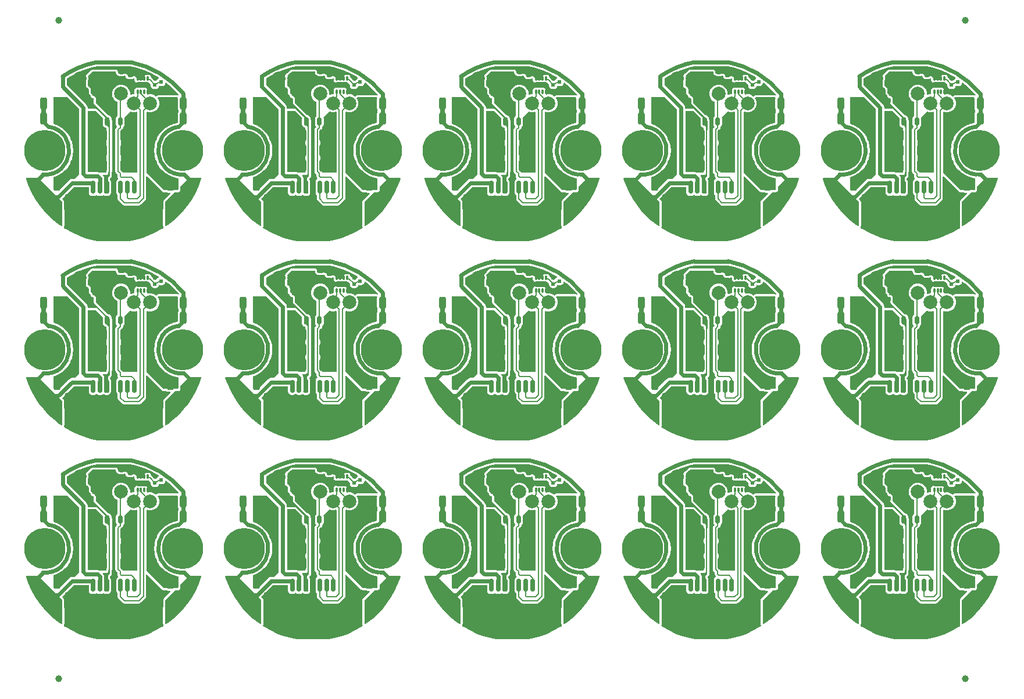
<source format=gtl>
G04*
G04 #@! TF.GenerationSoftware,Altium Limited,Altium Designer,22.3.1 (43)*
G04*
G04 Layer_Physical_Order=1*
G04 Layer_Color=255*
%FSLAX43Y43*%
%MOMM*%
G71*
G04*
G04 #@! TF.SameCoordinates,A7882174-668A-4C85-9E38-10F84BEF39C3*
G04*
G04*
G04 #@! TF.FilePolarity,Positive*
G04*
G01*
G75*
%ADD10C,1.000*%
%ADD11C,0.600*%
%ADD12C,2.000*%
G04:AMPARAMS|DCode=13|XSize=1.01mm|YSize=1.73mm|CornerRadius=0.253mm|HoleSize=0mm|Usage=FLASHONLY|Rotation=180.000|XOffset=0mm|YOffset=0mm|HoleType=Round|Shape=RoundedRectangle|*
%AMROUNDEDRECTD13*
21,1,1.010,1.225,0,0,180.0*
21,1,0.505,1.730,0,0,180.0*
1,1,0.505,-0.253,0.613*
1,1,0.505,0.253,0.613*
1,1,0.505,0.253,-0.613*
1,1,0.505,-0.253,-0.613*
%
%ADD13ROUNDEDRECTD13*%
G04:AMPARAMS|DCode=14|XSize=1.9mm|YSize=0.6mm|CornerRadius=0.156mm|HoleSize=0mm|Usage=FLASHONLY|Rotation=270.000|XOffset=0mm|YOffset=0mm|HoleType=Round|Shape=RoundedRectangle|*
%AMROUNDEDRECTD14*
21,1,1.900,0.288,0,0,270.0*
21,1,1.588,0.600,0,0,270.0*
1,1,0.312,-0.144,-0.794*
1,1,0.312,-0.144,0.794*
1,1,0.312,0.144,0.794*
1,1,0.312,0.144,-0.794*
%
%ADD14ROUNDEDRECTD14*%
G04:AMPARAMS|DCode=15|XSize=2.8mm|YSize=2.1mm|CornerRadius=0.546mm|HoleSize=0mm|Usage=FLASHONLY|Rotation=270.000|XOffset=0mm|YOffset=0mm|HoleType=Round|Shape=RoundedRectangle|*
%AMROUNDEDRECTD15*
21,1,2.800,1.008,0,0,270.0*
21,1,1.708,2.100,0,0,270.0*
1,1,1.092,-0.504,-0.854*
1,1,1.092,-0.504,0.854*
1,1,1.092,0.504,0.854*
1,1,1.092,0.504,-0.854*
%
%ADD15ROUNDEDRECTD15*%
G04:AMPARAMS|DCode=16|XSize=0.68mm|YSize=0.7mm|CornerRadius=0.17mm|HoleSize=0mm|Usage=FLASHONLY|Rotation=0.000|XOffset=0mm|YOffset=0mm|HoleType=Round|Shape=RoundedRectangle|*
%AMROUNDEDRECTD16*
21,1,0.680,0.360,0,0,0.0*
21,1,0.340,0.700,0,0,0.0*
1,1,0.340,0.170,-0.180*
1,1,0.340,-0.170,-0.180*
1,1,0.340,-0.170,0.180*
1,1,0.340,0.170,0.180*
%
%ADD16ROUNDEDRECTD16*%
G04:AMPARAMS|DCode=17|XSize=0.95mm|YSize=1.02mm|CornerRadius=0.242mm|HoleSize=0mm|Usage=FLASHONLY|Rotation=270.000|XOffset=0mm|YOffset=0mm|HoleType=Round|Shape=RoundedRectangle|*
%AMROUNDEDRECTD17*
21,1,0.950,0.535,0,0,270.0*
21,1,0.466,1.020,0,0,270.0*
1,1,0.485,-0.268,-0.233*
1,1,0.485,-0.268,0.233*
1,1,0.485,0.268,0.233*
1,1,0.485,0.268,-0.233*
%
%ADD17ROUNDEDRECTD17*%
G04:AMPARAMS|DCode=18|XSize=0.95mm|YSize=1.02mm|CornerRadius=0.242mm|HoleSize=0mm|Usage=FLASHONLY|Rotation=0.000|XOffset=0mm|YOffset=0mm|HoleType=Round|Shape=RoundedRectangle|*
%AMROUNDEDRECTD18*
21,1,0.950,0.535,0,0,0.0*
21,1,0.466,1.020,0,0,0.0*
1,1,0.485,0.233,-0.268*
1,1,0.485,-0.233,-0.268*
1,1,0.485,-0.233,0.268*
1,1,0.485,0.233,0.268*
%
%ADD18ROUNDEDRECTD18*%
G04:AMPARAMS|DCode=19|XSize=0.57mm|YSize=0.58mm|CornerRadius=0.14mm|HoleSize=0mm|Usage=FLASHONLY|Rotation=90.000|XOffset=0mm|YOffset=0mm|HoleType=Round|Shape=RoundedRectangle|*
%AMROUNDEDRECTD19*
21,1,0.570,0.301,0,0,90.0*
21,1,0.291,0.580,0,0,90.0*
1,1,0.279,0.150,0.145*
1,1,0.279,0.150,-0.145*
1,1,0.279,-0.150,-0.145*
1,1,0.279,-0.150,0.145*
%
%ADD19ROUNDEDRECTD19*%
G04:AMPARAMS|DCode=20|XSize=0.68mm|YSize=0.7mm|CornerRadius=0.17mm|HoleSize=0mm|Usage=FLASHONLY|Rotation=270.000|XOffset=0mm|YOffset=0mm|HoleType=Round|Shape=RoundedRectangle|*
%AMROUNDEDRECTD20*
21,1,0.680,0.360,0,0,270.0*
21,1,0.340,0.700,0,0,270.0*
1,1,0.340,-0.180,-0.170*
1,1,0.340,-0.180,0.170*
1,1,0.340,0.180,0.170*
1,1,0.340,0.180,-0.170*
%
%ADD20ROUNDEDRECTD20*%
G04:AMPARAMS|DCode=21|XSize=0.61mm|YSize=0.28mm|CornerRadius=0.07mm|HoleSize=0mm|Usage=FLASHONLY|Rotation=270.000|XOffset=0mm|YOffset=0mm|HoleType=Round|Shape=RoundedRectangle|*
%AMROUNDEDRECTD21*
21,1,0.610,0.140,0,0,270.0*
21,1,0.470,0.280,0,0,270.0*
1,1,0.140,-0.070,-0.235*
1,1,0.140,-0.070,0.235*
1,1,0.140,0.070,0.235*
1,1,0.140,0.070,-0.235*
%
%ADD21ROUNDEDRECTD21*%
%ADD22R,1.600X0.900*%
G04:AMPARAMS|DCode=23|XSize=1.18mm|YSize=0.62mm|CornerRadius=0.161mm|HoleSize=0mm|Usage=FLASHONLY|Rotation=270.000|XOffset=0mm|YOffset=0mm|HoleType=Round|Shape=RoundedRectangle|*
%AMROUNDEDRECTD23*
21,1,1.180,0.298,0,0,270.0*
21,1,0.858,0.620,0,0,270.0*
1,1,0.322,-0.149,-0.429*
1,1,0.322,-0.149,0.429*
1,1,0.322,0.149,0.429*
1,1,0.322,0.149,-0.429*
%
%ADD23ROUNDEDRECTD23*%
%ADD24C,0.200*%
%ADD25C,0.250*%
%ADD26C,0.650*%
%ADD27C,0.500*%
%ADD28C,6.000*%
G36*
X142235Y93073D02*
X143275Y92745D01*
X144282Y92328D01*
X145250Y91825D01*
X145544Y91637D01*
X145532Y91494D01*
X145433Y91427D01*
X145336Y91282D01*
X145333Y91269D01*
X145305Y91263D01*
X145173Y91175D01*
X145173Y91175D01*
X145156Y91158D01*
X145150Y91159D01*
X144993D01*
X144563Y91588D01*
X144431Y91677D01*
X144422Y91679D01*
Y91715D01*
X144394Y91859D01*
X144312Y91982D01*
X144189Y92064D01*
X144045Y92092D01*
X143905D01*
X143761Y92064D01*
X143638Y91982D01*
X143556Y91859D01*
X143528Y91715D01*
Y91275D01*
X142334D01*
X142334Y91275D01*
Y91471D01*
X142326Y91507D01*
X142325Y91544D01*
X142315Y91565D01*
X142310Y91588D01*
X142290Y91619D01*
X142274Y91652D01*
X142257Y91668D01*
X142244Y91687D01*
X142213Y91707D01*
X142186Y91733D01*
X142131Y91765D01*
X142093Y91779D01*
X142057Y91798D01*
X141984Y91818D01*
X141972Y91819D01*
X141960Y91824D01*
X141913D01*
X141865Y91828D01*
X141854Y91824D01*
X141841D01*
X141797Y91806D01*
X141752Y91791D01*
X141742Y91783D01*
X141731Y91778D01*
X141668Y91737D01*
X141580Y91754D01*
X141220D01*
X141132Y91737D01*
X141102Y91757D01*
X141065Y91811D01*
X141049Y91895D01*
X141045Y91903D01*
X141045Y91911D01*
X141023Y91958D01*
X141003Y92005D01*
X140997Y92011D01*
X140993Y92019D01*
X140955Y92053D01*
X140919Y92090D01*
X140911Y92093D01*
X140905Y92098D01*
X140783Y92170D01*
X140735Y92187D01*
X140687Y92207D01*
X140679D01*
X140671Y92210D01*
X140619Y92207D01*
X140568D01*
X140560Y92204D01*
X140552Y92203D01*
X140514Y92185D01*
X140363Y92155D01*
X139887D01*
X139765Y92180D01*
X139687Y92232D01*
X139635Y92310D01*
X139610Y92432D01*
Y92492D01*
X139587Y92609D01*
X139521Y92708D01*
X139421Y92775D01*
X139304Y92798D01*
X135919D01*
X135919Y92798D01*
X135802Y92775D01*
X135703Y92708D01*
X135703Y92708D01*
X135520Y92526D01*
X135502Y92515D01*
X135260Y92273D01*
X135249Y92255D01*
X135055Y92061D01*
X135033Y92028D01*
X135007Y91998D01*
X135000Y91979D01*
X134989Y91962D01*
X134981Y91923D01*
X134968Y91885D01*
X134970Y91865D01*
X134966Y91845D01*
X134974Y91806D01*
X134976Y91766D01*
X135004Y91662D01*
X135000Y91646D01*
Y91304D01*
X135004Y91288D01*
X134962Y91132D01*
X134960Y91092D01*
X134952Y91053D01*
Y90394D01*
X134958Y90364D01*
Y90334D01*
X134969Y90306D01*
X134975Y90277D01*
X134992Y90252D01*
X135004Y90224D01*
X135025Y90203D01*
X135042Y90177D01*
X135067Y90161D01*
X135088Y90139D01*
X135116Y90128D01*
X135141Y90111D01*
X135170Y90105D01*
X135198Y90094D01*
X135215Y90090D01*
X135293Y90038D01*
X135345Y89960D01*
X135370Y89838D01*
Y89391D01*
X135370Y89391D01*
X135393Y89274D01*
X135459Y89175D01*
X135459Y89175D01*
X135591Y89043D01*
X135629Y88987D01*
X135646Y88900D01*
X135658Y88872D01*
X135663Y88842D01*
X135680Y88817D01*
X135692Y88789D01*
X135713Y88768D01*
X135730Y88743D01*
X135755Y88726D01*
X135776Y88705D01*
X135804Y88693D01*
X135829Y88677D01*
X135859Y88671D01*
X135886Y88659D01*
X135890D01*
X136014Y88635D01*
X136068Y88598D01*
X136088Y88568D01*
X136071Y88480D01*
Y88120D01*
X136094Y88003D01*
X136093Y87998D01*
X136092Y87995D01*
X136092Y87965D01*
X136086Y87935D01*
X136092Y87906D01*
X136092Y87875D01*
X136103Y87848D01*
X136109Y87818D01*
X136126Y87793D01*
X136138Y87765D01*
X136159Y87744D01*
X136176Y87719D01*
X137972Y85923D01*
X138071Y85856D01*
X138121Y85846D01*
X138139Y85839D01*
X138259Y85815D01*
X138311Y85781D01*
X138345Y85729D01*
X138363Y85639D01*
Y85585D01*
X138369Y85555D01*
Y85525D01*
X138381Y85498D01*
X138386Y85468D01*
X138403Y85443D01*
X138415Y85415D01*
X138434Y85387D01*
X138447Y85320D01*
Y84005D01*
X138320Y83993D01*
X138313Y84028D01*
X138243Y84133D01*
Y84341D01*
X138220Y84458D01*
X138153Y84557D01*
X138054Y84624D01*
X137937Y84647D01*
X137931D01*
X137841Y84665D01*
X137789Y84699D01*
X137755Y84751D01*
X137737Y84841D01*
Y85639D01*
X137743Y85671D01*
Y85701D01*
X137749Y85730D01*
X137743Y85760D01*
Y85790D01*
X137732Y85818D01*
X137726Y85847D01*
X137709Y85872D01*
X137698Y85900D01*
X137676Y85922D01*
X137660Y85947D01*
X136640Y86966D01*
X136541Y87033D01*
X136424Y87056D01*
X136424Y87056D01*
X135250D01*
X135197Y87099D01*
Y87265D01*
X135150Y87499D01*
X135018Y87698D01*
X132187Y90529D01*
Y91466D01*
X132750Y91825D01*
X133718Y92328D01*
X134725Y92745D01*
X135765Y93073D01*
X136551Y93248D01*
X141449D01*
X142235Y93073D01*
D02*
G37*
G36*
X113235D02*
X114275Y92745D01*
X115282Y92328D01*
X116250Y91825D01*
X116544Y91637D01*
X116532Y91494D01*
X116433Y91427D01*
X116336Y91282D01*
X116333Y91269D01*
X116305Y91263D01*
X116173Y91175D01*
X116173Y91175D01*
X116156Y91158D01*
X116150Y91159D01*
X115993D01*
X115563Y91588D01*
X115431Y91677D01*
X115422Y91679D01*
Y91715D01*
X115394Y91859D01*
X115312Y91982D01*
X115189Y92064D01*
X115045Y92092D01*
X114905D01*
X114761Y92064D01*
X114638Y91982D01*
X114556Y91859D01*
X114528Y91715D01*
Y91275D01*
X113334D01*
X113334Y91275D01*
Y91471D01*
X113326Y91507D01*
X113325Y91544D01*
X113315Y91565D01*
X113310Y91588D01*
X113290Y91619D01*
X113274Y91652D01*
X113257Y91668D01*
X113244Y91687D01*
X113213Y91707D01*
X113186Y91733D01*
X113131Y91765D01*
X113093Y91779D01*
X113057Y91798D01*
X112984Y91818D01*
X112972Y91819D01*
X112960Y91824D01*
X112913D01*
X112865Y91828D01*
X112854Y91824D01*
X112841D01*
X112797Y91806D01*
X112752Y91791D01*
X112742Y91783D01*
X112731Y91778D01*
X112668Y91737D01*
X112580Y91754D01*
X112220D01*
X112132Y91737D01*
X112102Y91757D01*
X112065Y91811D01*
X112049Y91895D01*
X112045Y91903D01*
X112045Y91911D01*
X112023Y91958D01*
X112003Y92005D01*
X111997Y92011D01*
X111993Y92019D01*
X111955Y92053D01*
X111919Y92090D01*
X111911Y92093D01*
X111905Y92098D01*
X111783Y92170D01*
X111735Y92187D01*
X111687Y92207D01*
X111679D01*
X111671Y92210D01*
X111619Y92207D01*
X111568D01*
X111560Y92204D01*
X111552Y92203D01*
X111514Y92185D01*
X111363Y92155D01*
X110887D01*
X110765Y92180D01*
X110687Y92232D01*
X110635Y92310D01*
X110610Y92432D01*
Y92492D01*
X110587Y92609D01*
X110521Y92708D01*
X110421Y92775D01*
X110304Y92798D01*
X106919D01*
X106919Y92798D01*
X106802Y92775D01*
X106703Y92708D01*
X106703Y92708D01*
X106520Y92526D01*
X106502Y92515D01*
X106260Y92273D01*
X106249Y92255D01*
X106055Y92061D01*
X106033Y92028D01*
X106007Y91998D01*
X106000Y91979D01*
X105989Y91962D01*
X105981Y91923D01*
X105968Y91885D01*
X105970Y91865D01*
X105966Y91845D01*
X105974Y91806D01*
X105976Y91766D01*
X106004Y91662D01*
X106000Y91646D01*
Y91304D01*
X106004Y91288D01*
X105962Y91132D01*
X105960Y91092D01*
X105952Y91053D01*
Y90394D01*
X105958Y90364D01*
Y90334D01*
X105969Y90306D01*
X105975Y90277D01*
X105992Y90252D01*
X106004Y90224D01*
X106025Y90203D01*
X106042Y90177D01*
X106067Y90161D01*
X106088Y90139D01*
X106116Y90128D01*
X106141Y90111D01*
X106170Y90105D01*
X106198Y90094D01*
X106215Y90090D01*
X106293Y90038D01*
X106345Y89960D01*
X106370Y89838D01*
Y89391D01*
X106370Y89391D01*
X106393Y89274D01*
X106459Y89175D01*
X106459Y89175D01*
X106591Y89043D01*
X106629Y88987D01*
X106646Y88900D01*
X106658Y88872D01*
X106663Y88842D01*
X106680Y88817D01*
X106692Y88789D01*
X106713Y88768D01*
X106730Y88743D01*
X106755Y88726D01*
X106776Y88705D01*
X106804Y88693D01*
X106829Y88677D01*
X106859Y88671D01*
X106886Y88659D01*
X106890D01*
X107014Y88635D01*
X107068Y88598D01*
X107088Y88568D01*
X107071Y88480D01*
Y88120D01*
X107094Y88003D01*
X107093Y87998D01*
X107092Y87995D01*
X107092Y87965D01*
X107086Y87935D01*
X107092Y87906D01*
X107092Y87875D01*
X107103Y87848D01*
X107109Y87818D01*
X107126Y87793D01*
X107138Y87765D01*
X107159Y87744D01*
X107176Y87719D01*
X108972Y85923D01*
X109071Y85856D01*
X109121Y85846D01*
X109139Y85839D01*
X109259Y85815D01*
X109311Y85781D01*
X109345Y85729D01*
X109363Y85639D01*
Y85585D01*
X109369Y85555D01*
Y85525D01*
X109381Y85498D01*
X109386Y85468D01*
X109403Y85443D01*
X109415Y85415D01*
X109434Y85387D01*
X109447Y85320D01*
Y84005D01*
X109320Y83993D01*
X109313Y84028D01*
X109243Y84133D01*
Y84341D01*
X109220Y84458D01*
X109153Y84557D01*
X109054Y84624D01*
X108937Y84647D01*
X108931D01*
X108841Y84665D01*
X108789Y84699D01*
X108755Y84751D01*
X108737Y84841D01*
Y85639D01*
X108743Y85671D01*
Y85701D01*
X108749Y85730D01*
X108743Y85760D01*
Y85790D01*
X108732Y85818D01*
X108726Y85847D01*
X108709Y85872D01*
X108698Y85900D01*
X108676Y85922D01*
X108660Y85947D01*
X107640Y86966D01*
X107541Y87033D01*
X107424Y87056D01*
X107424Y87056D01*
X106250D01*
X106197Y87099D01*
Y87265D01*
X106150Y87499D01*
X106018Y87698D01*
X103187Y90529D01*
Y91466D01*
X103750Y91825D01*
X104718Y92328D01*
X105725Y92745D01*
X106765Y93073D01*
X107551Y93248D01*
X112449D01*
X113235Y93073D01*
D02*
G37*
G36*
X84235D02*
X85275Y92745D01*
X86282Y92328D01*
X87250Y91825D01*
X87544Y91637D01*
X87532Y91494D01*
X87433Y91427D01*
X87336Y91282D01*
X87333Y91269D01*
X87305Y91263D01*
X87173Y91175D01*
X87173Y91175D01*
X87156Y91158D01*
X87150Y91159D01*
X86993D01*
X86563Y91588D01*
X86431Y91677D01*
X86422Y91679D01*
Y91715D01*
X86394Y91859D01*
X86312Y91982D01*
X86189Y92064D01*
X86045Y92092D01*
X85905D01*
X85761Y92064D01*
X85638Y91982D01*
X85556Y91859D01*
X85528Y91715D01*
Y91275D01*
X84334D01*
X84334Y91275D01*
Y91471D01*
X84326Y91507D01*
X84325Y91544D01*
X84315Y91565D01*
X84310Y91588D01*
X84290Y91619D01*
X84274Y91652D01*
X84257Y91668D01*
X84244Y91687D01*
X84213Y91707D01*
X84186Y91733D01*
X84131Y91765D01*
X84093Y91779D01*
X84057Y91798D01*
X83984Y91818D01*
X83972Y91819D01*
X83960Y91824D01*
X83913D01*
X83865Y91828D01*
X83854Y91824D01*
X83841D01*
X83797Y91806D01*
X83752Y91791D01*
X83742Y91783D01*
X83731Y91778D01*
X83668Y91737D01*
X83580Y91754D01*
X83220D01*
X83132Y91737D01*
X83102Y91757D01*
X83065Y91811D01*
X83049Y91895D01*
X83045Y91903D01*
X83045Y91911D01*
X83023Y91958D01*
X83003Y92005D01*
X82997Y92011D01*
X82993Y92019D01*
X82955Y92053D01*
X82919Y92090D01*
X82911Y92093D01*
X82905Y92098D01*
X82783Y92170D01*
X82735Y92187D01*
X82687Y92207D01*
X82679D01*
X82671Y92210D01*
X82619Y92207D01*
X82568D01*
X82560Y92204D01*
X82552Y92203D01*
X82514Y92185D01*
X82363Y92155D01*
X81887D01*
X81765Y92180D01*
X81687Y92232D01*
X81635Y92310D01*
X81610Y92432D01*
Y92492D01*
X81587Y92609D01*
X81521Y92708D01*
X81421Y92775D01*
X81304Y92798D01*
X77919D01*
X77919Y92798D01*
X77802Y92775D01*
X77703Y92708D01*
X77703Y92708D01*
X77520Y92526D01*
X77502Y92515D01*
X77260Y92273D01*
X77249Y92255D01*
X77055Y92061D01*
X77033Y92028D01*
X77007Y91998D01*
X77000Y91979D01*
X76989Y91962D01*
X76981Y91923D01*
X76968Y91885D01*
X76970Y91865D01*
X76966Y91845D01*
X76974Y91806D01*
X76976Y91766D01*
X77004Y91662D01*
X77000Y91646D01*
Y91304D01*
X77004Y91288D01*
X76962Y91132D01*
X76960Y91092D01*
X76952Y91053D01*
Y90394D01*
X76958Y90364D01*
Y90334D01*
X76969Y90306D01*
X76975Y90277D01*
X76992Y90252D01*
X77004Y90224D01*
X77025Y90203D01*
X77042Y90177D01*
X77067Y90161D01*
X77088Y90139D01*
X77116Y90128D01*
X77141Y90111D01*
X77170Y90105D01*
X77198Y90094D01*
X77215Y90090D01*
X77293Y90038D01*
X77345Y89960D01*
X77370Y89838D01*
Y89391D01*
X77370Y89391D01*
X77393Y89274D01*
X77459Y89175D01*
X77459Y89175D01*
X77591Y89043D01*
X77629Y88987D01*
X77646Y88900D01*
X77658Y88872D01*
X77663Y88842D01*
X77680Y88817D01*
X77692Y88789D01*
X77713Y88768D01*
X77730Y88743D01*
X77755Y88726D01*
X77776Y88705D01*
X77804Y88693D01*
X77829Y88677D01*
X77859Y88671D01*
X77886Y88659D01*
X77890D01*
X78014Y88635D01*
X78068Y88598D01*
X78088Y88568D01*
X78071Y88480D01*
Y88120D01*
X78094Y88003D01*
X78093Y87998D01*
X78092Y87995D01*
X78092Y87965D01*
X78086Y87935D01*
X78092Y87906D01*
X78092Y87875D01*
X78103Y87848D01*
X78109Y87818D01*
X78126Y87793D01*
X78138Y87765D01*
X78159Y87744D01*
X78176Y87719D01*
X79972Y85923D01*
X80071Y85856D01*
X80121Y85846D01*
X80139Y85839D01*
X80259Y85815D01*
X80311Y85781D01*
X80345Y85729D01*
X80363Y85639D01*
Y85585D01*
X80369Y85555D01*
Y85525D01*
X80381Y85498D01*
X80386Y85468D01*
X80403Y85443D01*
X80415Y85415D01*
X80434Y85387D01*
X80447Y85320D01*
Y84005D01*
X80320Y83993D01*
X80313Y84028D01*
X80243Y84133D01*
Y84341D01*
X80220Y84458D01*
X80153Y84557D01*
X80054Y84624D01*
X79937Y84647D01*
X79931D01*
X79841Y84665D01*
X79789Y84699D01*
X79755Y84751D01*
X79737Y84841D01*
Y85639D01*
X79743Y85671D01*
Y85701D01*
X79749Y85730D01*
X79743Y85760D01*
Y85790D01*
X79732Y85818D01*
X79726Y85847D01*
X79709Y85872D01*
X79698Y85900D01*
X79676Y85922D01*
X79660Y85947D01*
X78640Y86966D01*
X78541Y87033D01*
X78424Y87056D01*
X78424Y87056D01*
X77250D01*
X77197Y87099D01*
Y87265D01*
X77150Y87499D01*
X77018Y87698D01*
X74187Y90529D01*
Y91466D01*
X74750Y91825D01*
X75718Y92328D01*
X76725Y92745D01*
X77765Y93073D01*
X78551Y93248D01*
X83449D01*
X84235Y93073D01*
D02*
G37*
G36*
X55235D02*
X56275Y92745D01*
X57282Y92328D01*
X58250Y91825D01*
X58544Y91637D01*
X58532Y91494D01*
X58433Y91427D01*
X58336Y91282D01*
X58333Y91269D01*
X58305Y91263D01*
X58173Y91175D01*
X58173Y91175D01*
X58156Y91158D01*
X58150Y91159D01*
X57993D01*
X57563Y91588D01*
X57431Y91677D01*
X57422Y91679D01*
Y91715D01*
X57394Y91859D01*
X57312Y91982D01*
X57189Y92064D01*
X57045Y92092D01*
X56905D01*
X56761Y92064D01*
X56638Y91982D01*
X56556Y91859D01*
X56528Y91715D01*
Y91275D01*
X55334D01*
X55334Y91275D01*
Y91471D01*
X55326Y91507D01*
X55325Y91544D01*
X55315Y91565D01*
X55310Y91588D01*
X55290Y91619D01*
X55274Y91652D01*
X55257Y91668D01*
X55244Y91687D01*
X55213Y91707D01*
X55186Y91733D01*
X55131Y91765D01*
X55093Y91779D01*
X55057Y91798D01*
X54984Y91818D01*
X54972Y91819D01*
X54960Y91824D01*
X54913D01*
X54865Y91828D01*
X54854Y91824D01*
X54841D01*
X54797Y91806D01*
X54752Y91791D01*
X54742Y91783D01*
X54731Y91778D01*
X54668Y91737D01*
X54580Y91754D01*
X54220D01*
X54132Y91737D01*
X54102Y91757D01*
X54065Y91811D01*
X54049Y91895D01*
X54045Y91903D01*
X54045Y91911D01*
X54023Y91958D01*
X54003Y92005D01*
X53997Y92011D01*
X53993Y92019D01*
X53955Y92053D01*
X53919Y92090D01*
X53911Y92093D01*
X53905Y92098D01*
X53783Y92170D01*
X53735Y92187D01*
X53687Y92207D01*
X53679D01*
X53671Y92210D01*
X53619Y92207D01*
X53568D01*
X53560Y92204D01*
X53552Y92203D01*
X53514Y92185D01*
X53363Y92155D01*
X52887D01*
X52765Y92180D01*
X52687Y92232D01*
X52635Y92310D01*
X52610Y92432D01*
Y92492D01*
X52587Y92609D01*
X52521Y92708D01*
X52421Y92775D01*
X52304Y92798D01*
X48919D01*
X48919Y92798D01*
X48802Y92775D01*
X48703Y92708D01*
X48703Y92708D01*
X48520Y92526D01*
X48502Y92515D01*
X48260Y92273D01*
X48249Y92255D01*
X48055Y92061D01*
X48033Y92028D01*
X48007Y91998D01*
X48000Y91979D01*
X47989Y91962D01*
X47981Y91923D01*
X47968Y91885D01*
X47970Y91865D01*
X47966Y91845D01*
X47974Y91806D01*
X47976Y91766D01*
X48004Y91662D01*
X48000Y91646D01*
Y91304D01*
X48004Y91288D01*
X47962Y91132D01*
X47960Y91092D01*
X47952Y91053D01*
Y90394D01*
X47958Y90364D01*
Y90334D01*
X47969Y90306D01*
X47975Y90277D01*
X47992Y90252D01*
X48004Y90224D01*
X48025Y90203D01*
X48042Y90177D01*
X48067Y90161D01*
X48088Y90139D01*
X48116Y90128D01*
X48141Y90111D01*
X48170Y90105D01*
X48198Y90094D01*
X48215Y90090D01*
X48293Y90038D01*
X48345Y89960D01*
X48370Y89838D01*
Y89391D01*
X48370Y89391D01*
X48393Y89274D01*
X48459Y89175D01*
X48459Y89175D01*
X48591Y89043D01*
X48629Y88987D01*
X48646Y88900D01*
X48658Y88872D01*
X48663Y88842D01*
X48680Y88817D01*
X48692Y88789D01*
X48713Y88768D01*
X48730Y88743D01*
X48755Y88726D01*
X48776Y88705D01*
X48804Y88693D01*
X48829Y88677D01*
X48859Y88671D01*
X48886Y88659D01*
X48890D01*
X49014Y88635D01*
X49068Y88598D01*
X49088Y88568D01*
X49071Y88480D01*
Y88120D01*
X49094Y88003D01*
X49093Y87998D01*
X49092Y87995D01*
X49092Y87965D01*
X49086Y87935D01*
X49092Y87906D01*
X49092Y87875D01*
X49103Y87848D01*
X49109Y87818D01*
X49126Y87793D01*
X49138Y87765D01*
X49159Y87744D01*
X49176Y87719D01*
X50972Y85923D01*
X51071Y85856D01*
X51121Y85846D01*
X51139Y85839D01*
X51259Y85815D01*
X51311Y85781D01*
X51345Y85729D01*
X51363Y85639D01*
Y85585D01*
X51369Y85555D01*
Y85525D01*
X51381Y85498D01*
X51386Y85468D01*
X51403Y85443D01*
X51415Y85415D01*
X51434Y85387D01*
X51447Y85320D01*
Y84005D01*
X51320Y83993D01*
X51313Y84028D01*
X51243Y84133D01*
Y84341D01*
X51220Y84458D01*
X51153Y84557D01*
X51054Y84624D01*
X50937Y84647D01*
X50931D01*
X50841Y84665D01*
X50789Y84699D01*
X50755Y84751D01*
X50737Y84841D01*
Y85639D01*
X50743Y85671D01*
Y85701D01*
X50749Y85730D01*
X50743Y85760D01*
Y85790D01*
X50732Y85818D01*
X50726Y85847D01*
X50709Y85872D01*
X50698Y85900D01*
X50676Y85922D01*
X50660Y85947D01*
X49640Y86966D01*
X49541Y87033D01*
X49424Y87056D01*
X49424Y87056D01*
X48250D01*
X48197Y87099D01*
Y87265D01*
X48150Y87499D01*
X48018Y87698D01*
X45187Y90529D01*
Y91466D01*
X45750Y91825D01*
X46718Y92328D01*
X47725Y92745D01*
X48765Y93073D01*
X49551Y93248D01*
X54449D01*
X55235Y93073D01*
D02*
G37*
G36*
X26235D02*
X27275Y92745D01*
X28282Y92328D01*
X29250Y91825D01*
X29544Y91637D01*
X29532Y91494D01*
X29433Y91427D01*
X29336Y91282D01*
X29333Y91269D01*
X29305Y91263D01*
X29173Y91175D01*
X29173Y91175D01*
X29156Y91158D01*
X29150Y91159D01*
X28993D01*
X28563Y91588D01*
X28431Y91677D01*
X28422Y91679D01*
Y91715D01*
X28394Y91859D01*
X28312Y91982D01*
X28189Y92064D01*
X28045Y92092D01*
X27905D01*
X27761Y92064D01*
X27638Y91982D01*
X27556Y91859D01*
X27528Y91715D01*
Y91275D01*
X26334D01*
X26334Y91275D01*
Y91471D01*
X26326Y91507D01*
X26325Y91544D01*
X26315Y91565D01*
X26310Y91588D01*
X26290Y91619D01*
X26274Y91652D01*
X26257Y91668D01*
X26244Y91687D01*
X26213Y91707D01*
X26186Y91733D01*
X26131Y91765D01*
X26093Y91779D01*
X26057Y91798D01*
X25984Y91818D01*
X25972Y91819D01*
X25960Y91824D01*
X25913D01*
X25865Y91828D01*
X25854Y91824D01*
X25841D01*
X25797Y91806D01*
X25752Y91791D01*
X25742Y91783D01*
X25731Y91778D01*
X25668Y91737D01*
X25580Y91754D01*
X25220D01*
X25132Y91737D01*
X25102Y91757D01*
X25065Y91811D01*
X25049Y91895D01*
X25045Y91903D01*
X25045Y91911D01*
X25023Y91958D01*
X25003Y92005D01*
X24997Y92011D01*
X24993Y92019D01*
X24955Y92053D01*
X24919Y92090D01*
X24911Y92093D01*
X24905Y92098D01*
X24783Y92170D01*
X24735Y92187D01*
X24687Y92207D01*
X24679D01*
X24671Y92210D01*
X24619Y92207D01*
X24568D01*
X24560Y92204D01*
X24552Y92203D01*
X24514Y92185D01*
X24363Y92155D01*
X23887D01*
X23765Y92180D01*
X23687Y92232D01*
X23635Y92310D01*
X23610Y92432D01*
Y92492D01*
X23587Y92609D01*
X23521Y92708D01*
X23421Y92775D01*
X23304Y92798D01*
X19919D01*
X19919Y92798D01*
X19802Y92775D01*
X19703Y92708D01*
X19703Y92708D01*
X19520Y92526D01*
X19502Y92515D01*
X19260Y92273D01*
X19249Y92255D01*
X19055Y92061D01*
X19033Y92028D01*
X19007Y91998D01*
X19000Y91979D01*
X18989Y91962D01*
X18981Y91923D01*
X18968Y91885D01*
X18970Y91865D01*
X18966Y91845D01*
X18974Y91806D01*
X18976Y91766D01*
X19004Y91662D01*
X19000Y91646D01*
Y91304D01*
X19004Y91288D01*
X18962Y91132D01*
X18960Y91092D01*
X18952Y91053D01*
Y90394D01*
X18958Y90364D01*
Y90334D01*
X18969Y90306D01*
X18975Y90277D01*
X18992Y90252D01*
X19004Y90224D01*
X19025Y90203D01*
X19042Y90177D01*
X19067Y90161D01*
X19088Y90139D01*
X19116Y90128D01*
X19141Y90111D01*
X19170Y90105D01*
X19198Y90094D01*
X19215Y90090D01*
X19293Y90038D01*
X19345Y89960D01*
X19370Y89838D01*
Y89391D01*
X19370Y89391D01*
X19393Y89274D01*
X19459Y89175D01*
X19459Y89175D01*
X19591Y89043D01*
X19629Y88987D01*
X19646Y88900D01*
X19658Y88872D01*
X19663Y88842D01*
X19680Y88817D01*
X19692Y88789D01*
X19713Y88768D01*
X19730Y88743D01*
X19755Y88726D01*
X19776Y88705D01*
X19804Y88693D01*
X19829Y88677D01*
X19858Y88671D01*
X19886Y88659D01*
X19890D01*
X20014Y88635D01*
X20068Y88598D01*
X20088Y88568D01*
X20071Y88480D01*
Y88120D01*
X20094Y88003D01*
X20093Y87998D01*
X20092Y87995D01*
X20092Y87965D01*
X20086Y87935D01*
X20092Y87906D01*
X20092Y87875D01*
X20103Y87848D01*
X20109Y87818D01*
X20126Y87793D01*
X20138Y87765D01*
X20159Y87744D01*
X20176Y87719D01*
X21972Y85923D01*
X22071Y85856D01*
X22121Y85846D01*
X22139Y85839D01*
X22259Y85815D01*
X22311Y85781D01*
X22345Y85729D01*
X22363Y85639D01*
Y85585D01*
X22369Y85555D01*
Y85525D01*
X22381Y85498D01*
X22386Y85468D01*
X22403Y85443D01*
X22415Y85415D01*
X22434Y85387D01*
X22447Y85320D01*
Y84005D01*
X22320Y83993D01*
X22313Y84028D01*
X22243Y84133D01*
Y84341D01*
X22220Y84458D01*
X22153Y84557D01*
X22054Y84624D01*
X21937Y84647D01*
X21931D01*
X21841Y84665D01*
X21789Y84699D01*
X21755Y84751D01*
X21737Y84841D01*
Y85639D01*
X21743Y85671D01*
Y85701D01*
X21749Y85730D01*
X21743Y85760D01*
Y85790D01*
X21732Y85818D01*
X21726Y85847D01*
X21709Y85872D01*
X21698Y85900D01*
X21676Y85922D01*
X21660Y85947D01*
X20640Y86966D01*
X20541Y87033D01*
X20424Y87056D01*
X20424Y87056D01*
X19250D01*
X19197Y87099D01*
Y87265D01*
X19150Y87499D01*
X19018Y87698D01*
X16187Y90529D01*
Y91466D01*
X16750Y91825D01*
X17718Y92328D01*
X18725Y92745D01*
X19765Y93073D01*
X20551Y93248D01*
X25449D01*
X26235Y93073D01*
D02*
G37*
G36*
X139304Y92402D02*
X139346Y92191D01*
X139466Y92011D01*
X139646Y91891D01*
X139857Y91849D01*
X140393D01*
X140604Y91891D01*
X140628Y91907D01*
X140749Y91835D01*
X140777Y91692D01*
X140881Y91536D01*
X141037Y91432D01*
X141220Y91396D01*
X141580D01*
X141763Y91432D01*
X141901Y91524D01*
X141973Y91503D01*
X142028Y91471D01*
Y91245D01*
X142056Y91101D01*
X142138Y90978D01*
X142261Y90896D01*
X142405Y90868D01*
X142545D01*
X142689Y90896D01*
X142725Y90920D01*
X142761Y90896D01*
X142905Y90868D01*
X143045D01*
X143189Y90896D01*
X143225Y90920D01*
X143261Y90896D01*
X143405Y90868D01*
X143545D01*
X143689Y90896D01*
X143725Y90920D01*
X143761Y90896D01*
X143905Y90868D01*
X144045D01*
X144116Y90882D01*
X144401Y90597D01*
Y90420D01*
X144436Y90248D01*
X144533Y90103D01*
X144678Y90006D01*
X144850Y89971D01*
X145150D01*
X145322Y90006D01*
X145467Y90103D01*
X145564Y90248D01*
X145595Y90402D01*
X145750Y90371D01*
X146050D01*
X146222Y90406D01*
X146367Y90503D01*
X146464Y90648D01*
X146499Y90820D01*
Y90842D01*
X146613Y90899D01*
X147034Y90575D01*
X147838Y89838D01*
X148492Y89125D01*
X148489Y89120D01*
X148399Y89033D01*
X148372Y89038D01*
X148346Y89049D01*
X148314Y89050D01*
X148282Y89056D01*
X145500D01*
X145500Y89056D01*
X145383Y89033D01*
X145284Y88966D01*
X145284Y88966D01*
X145178Y88861D01*
X145123Y88915D01*
X144827Y89086D01*
X144496Y89175D01*
X144154D01*
X143996Y89133D01*
X143903Y89239D01*
X143922Y89335D01*
Y89805D01*
X143894Y89949D01*
X143812Y90072D01*
X143689Y90154D01*
X143545Y90182D01*
X143405D01*
X143261Y90154D01*
X143225Y90130D01*
X143189Y90154D01*
X143045Y90182D01*
X142905D01*
X142761Y90154D01*
X142725Y90130D01*
X142689Y90154D01*
X142545Y90182D01*
X142405D01*
X142261Y90154D01*
X142138Y90072D01*
X142056Y89949D01*
X142028Y89805D01*
Y89335D01*
X142034Y89302D01*
X141930Y89175D01*
X141779D01*
X141501Y89100D01*
X141391Y89168D01*
X141375Y89191D01*
Y89446D01*
X141286Y89777D01*
X141115Y90073D01*
X140873Y90315D01*
X140577Y90486D01*
X140246Y90575D01*
X139904D01*
X139573Y90486D01*
X139277Y90315D01*
X139035Y90073D01*
X138864Y89777D01*
X138775Y89446D01*
Y89364D01*
X138767Y89325D01*
Y89037D01*
X138767Y89037D01*
X138798Y88880D01*
X138859Y88789D01*
X138864Y88773D01*
X139035Y88477D01*
X139277Y88235D01*
X139542Y88082D01*
Y86050D01*
X139469Y86001D01*
X139367Y85849D01*
X139331Y85669D01*
Y84811D01*
X139367Y84631D01*
X139469Y84479D01*
X139473Y84436D01*
X139367Y84330D01*
X139278Y84197D01*
X139247Y84041D01*
X139247Y84041D01*
Y77959D01*
X139247Y77959D01*
X139278Y77803D01*
X139367Y77670D01*
X139542Y77495D01*
Y77250D01*
X139542Y77250D01*
X139573Y77094D01*
X139642Y76991D01*
X139645Y76983D01*
X139635Y76889D01*
X139613Y76830D01*
X139527Y76773D01*
X139426Y76622D01*
X139391Y76444D01*
Y74856D01*
X139426Y74678D01*
X139527Y74527D01*
X139592Y74484D01*
Y73950D01*
X139592Y73950D01*
X139623Y73794D01*
X139712Y73662D01*
X140262Y73112D01*
X140262Y73112D01*
X140394Y73023D01*
X140550Y72992D01*
X140550Y72992D01*
X142650D01*
X142650Y72992D01*
X142806Y73023D01*
X142938Y73112D01*
X143613Y73787D01*
X143613Y73787D01*
X143702Y73919D01*
X143733Y74075D01*
Y77169D01*
X143850Y77217D01*
X146034Y75034D01*
X146133Y74967D01*
X146250Y74944D01*
X146250Y74944D01*
X146657D01*
X146772Y74867D01*
X146988Y74824D01*
X147226D01*
X147274Y74707D01*
X146291Y73724D01*
X146225Y73624D01*
X146201Y73507D01*
X146201Y73507D01*
Y72466D01*
X146197Y72430D01*
X146198Y72410D01*
X146194Y72391D01*
Y70015D01*
X146203Y69971D01*
X146207Y69926D01*
X146214Y69913D01*
X146217Y69898D01*
X146242Y69861D01*
X146264Y69821D01*
X146239Y69728D01*
X146217Y69691D01*
X146013Y69555D01*
X145094Y69040D01*
X144137Y68599D01*
X143148Y68234D01*
X142133Y67948D01*
X141330Y67788D01*
X141330Y67788D01*
X141330Y67788D01*
X141203Y67787D01*
X136672D01*
X136670Y67788D01*
Y67788D01*
X136670Y67788D01*
X135867Y67948D01*
X134852Y68234D01*
X133863Y68599D01*
X132906Y69040D01*
X131987Y69555D01*
X131783Y69691D01*
X131761Y69728D01*
X131736Y69821D01*
X131758Y69861D01*
X131783Y69898D01*
X131786Y69913D01*
X131793Y69926D01*
X131797Y69971D01*
X131806Y70015D01*
Y72391D01*
X131802Y72410D01*
X131803Y72430D01*
X131799Y72466D01*
Y73507D01*
X131799Y73507D01*
X131775Y73624D01*
X131709Y73724D01*
X131493Y73939D01*
X133193Y75638D01*
X135388D01*
Y75450D01*
X135391Y75436D01*
Y74856D01*
X135426Y74678D01*
X135527Y74527D01*
X135678Y74426D01*
X135856Y74391D01*
X136144D01*
X136322Y74426D01*
X136473Y74527D01*
X136527D01*
X136678Y74426D01*
X136856Y74391D01*
X137144D01*
X137322Y74426D01*
X137405Y74482D01*
X137527Y74527D01*
X137678Y74426D01*
X137856Y74391D01*
X138144D01*
X138322Y74426D01*
X138473Y74527D01*
X138574Y74678D01*
X138609Y74856D01*
Y76444D01*
X138574Y76622D01*
X138473Y76773D01*
X138467Y76924D01*
X138620Y77077D01*
X138708Y77209D01*
X138739Y77365D01*
X138739Y77365D01*
Y77889D01*
X138753Y77959D01*
X138753Y77959D01*
Y85350D01*
X138753Y85350D01*
X138722Y85506D01*
X138669Y85585D01*
Y85669D01*
X138633Y85849D01*
X138531Y86001D01*
X138379Y86103D01*
X138199Y86139D01*
X138188D01*
X136392Y87935D01*
X136393Y87937D01*
X136429Y88120D01*
Y88480D01*
X136393Y88663D01*
X136289Y88819D01*
X136133Y88923D01*
X135950Y88959D01*
X135946D01*
X135917Y89106D01*
X135828Y89238D01*
X135828Y89238D01*
X135676Y89391D01*
Y89868D01*
X135634Y90079D01*
X135514Y90259D01*
X135334Y90379D01*
X135258Y90394D01*
Y91053D01*
X135325Y91304D01*
Y91646D01*
X135272Y91845D01*
X135919Y92492D01*
X139304D01*
Y92402D01*
D02*
G37*
G36*
X110304D02*
X110346Y92191D01*
X110466Y92011D01*
X110646Y91891D01*
X110857Y91849D01*
X111393D01*
X111604Y91891D01*
X111628Y91907D01*
X111749Y91835D01*
X111777Y91692D01*
X111881Y91536D01*
X112037Y91432D01*
X112220Y91396D01*
X112580D01*
X112763Y91432D01*
X112901Y91524D01*
X112973Y91503D01*
X113028Y91471D01*
Y91245D01*
X113056Y91101D01*
X113138Y90978D01*
X113261Y90896D01*
X113405Y90868D01*
X113545D01*
X113689Y90896D01*
X113725Y90920D01*
X113761Y90896D01*
X113905Y90868D01*
X114045D01*
X114189Y90896D01*
X114225Y90920D01*
X114261Y90896D01*
X114405Y90868D01*
X114545D01*
X114689Y90896D01*
X114725Y90920D01*
X114761Y90896D01*
X114905Y90868D01*
X115045D01*
X115116Y90882D01*
X115401Y90597D01*
Y90420D01*
X115436Y90248D01*
X115533Y90103D01*
X115678Y90006D01*
X115850Y89971D01*
X116150D01*
X116322Y90006D01*
X116467Y90103D01*
X116564Y90248D01*
X116595Y90402D01*
X116750Y90371D01*
X117050D01*
X117222Y90406D01*
X117367Y90503D01*
X117464Y90648D01*
X117499Y90820D01*
Y90842D01*
X117613Y90899D01*
X118034Y90575D01*
X118838Y89838D01*
X119492Y89125D01*
X119489Y89120D01*
X119399Y89033D01*
X119372Y89038D01*
X119346Y89049D01*
X119314Y89050D01*
X119282Y89056D01*
X116500D01*
X116500Y89056D01*
X116383Y89033D01*
X116284Y88966D01*
X116284Y88966D01*
X116178Y88861D01*
X116123Y88915D01*
X115827Y89086D01*
X115496Y89175D01*
X115154D01*
X114996Y89133D01*
X114903Y89239D01*
X114922Y89335D01*
Y89805D01*
X114894Y89949D01*
X114812Y90072D01*
X114689Y90154D01*
X114545Y90182D01*
X114405D01*
X114261Y90154D01*
X114225Y90130D01*
X114189Y90154D01*
X114045Y90182D01*
X113905D01*
X113761Y90154D01*
X113725Y90130D01*
X113689Y90154D01*
X113545Y90182D01*
X113405D01*
X113261Y90154D01*
X113138Y90072D01*
X113056Y89949D01*
X113028Y89805D01*
Y89335D01*
X113034Y89302D01*
X112930Y89175D01*
X112779D01*
X112501Y89100D01*
X112391Y89168D01*
X112375Y89191D01*
Y89446D01*
X112286Y89777D01*
X112115Y90073D01*
X111873Y90315D01*
X111577Y90486D01*
X111246Y90575D01*
X110904D01*
X110573Y90486D01*
X110277Y90315D01*
X110035Y90073D01*
X109864Y89777D01*
X109775Y89446D01*
Y89364D01*
X109767Y89325D01*
Y89037D01*
X109767Y89037D01*
X109798Y88880D01*
X109859Y88789D01*
X109864Y88773D01*
X110035Y88477D01*
X110277Y88235D01*
X110542Y88082D01*
Y86050D01*
X110469Y86001D01*
X110367Y85849D01*
X110331Y85669D01*
Y84811D01*
X110367Y84631D01*
X110469Y84479D01*
X110473Y84436D01*
X110367Y84330D01*
X110278Y84197D01*
X110247Y84041D01*
X110247Y84041D01*
Y77959D01*
X110247Y77959D01*
X110278Y77803D01*
X110367Y77670D01*
X110542Y77495D01*
Y77250D01*
X110542Y77250D01*
X110573Y77094D01*
X110642Y76991D01*
X110645Y76983D01*
X110635Y76889D01*
X110613Y76830D01*
X110527Y76773D01*
X110426Y76622D01*
X110391Y76444D01*
Y74856D01*
X110426Y74678D01*
X110527Y74527D01*
X110592Y74484D01*
Y73950D01*
X110592Y73950D01*
X110623Y73794D01*
X110712Y73662D01*
X111262Y73112D01*
X111262Y73112D01*
X111394Y73023D01*
X111550Y72992D01*
X111550Y72992D01*
X113650D01*
X113650Y72992D01*
X113806Y73023D01*
X113938Y73112D01*
X114613Y73787D01*
X114613Y73787D01*
X114702Y73919D01*
X114733Y74075D01*
Y77169D01*
X114850Y77217D01*
X117034Y75034D01*
X117133Y74967D01*
X117250Y74944D01*
X117250Y74944D01*
X117657D01*
X117772Y74867D01*
X117988Y74824D01*
X118226D01*
X118274Y74707D01*
X117291Y73724D01*
X117225Y73624D01*
X117201Y73507D01*
X117201Y73507D01*
Y72466D01*
X117197Y72430D01*
X117198Y72410D01*
X117194Y72391D01*
Y70015D01*
X117203Y69971D01*
X117207Y69926D01*
X117214Y69913D01*
X117217Y69898D01*
X117242Y69861D01*
X117264Y69821D01*
X117239Y69728D01*
X117217Y69691D01*
X117013Y69555D01*
X116094Y69040D01*
X115137Y68599D01*
X114148Y68234D01*
X113133Y67948D01*
X112330Y67788D01*
X112330Y67788D01*
X112330Y67788D01*
X112203Y67787D01*
X107672D01*
X107670Y67788D01*
Y67788D01*
X107670Y67788D01*
X106867Y67948D01*
X105852Y68234D01*
X104863Y68599D01*
X103906Y69040D01*
X102987Y69555D01*
X102783Y69691D01*
X102761Y69728D01*
X102736Y69821D01*
X102758Y69861D01*
X102783Y69898D01*
X102786Y69913D01*
X102793Y69926D01*
X102797Y69971D01*
X102806Y70015D01*
Y72391D01*
X102802Y72410D01*
X102803Y72430D01*
X102799Y72466D01*
Y73507D01*
X102799Y73507D01*
X102775Y73624D01*
X102709Y73724D01*
X102493Y73939D01*
X104193Y75638D01*
X106388D01*
Y75450D01*
X106391Y75436D01*
Y74856D01*
X106426Y74678D01*
X106527Y74527D01*
X106678Y74426D01*
X106856Y74391D01*
X107144D01*
X107322Y74426D01*
X107473Y74527D01*
X107527D01*
X107678Y74426D01*
X107856Y74391D01*
X108144D01*
X108322Y74426D01*
X108405Y74482D01*
X108527Y74527D01*
X108678Y74426D01*
X108856Y74391D01*
X109144D01*
X109322Y74426D01*
X109473Y74527D01*
X109574Y74678D01*
X109609Y74856D01*
Y76444D01*
X109574Y76622D01*
X109473Y76773D01*
X109467Y76924D01*
X109620Y77077D01*
X109708Y77209D01*
X109739Y77365D01*
X109739Y77365D01*
Y77889D01*
X109753Y77959D01*
X109753Y77959D01*
Y85350D01*
X109753Y85350D01*
X109722Y85506D01*
X109669Y85585D01*
Y85669D01*
X109633Y85849D01*
X109531Y86001D01*
X109379Y86103D01*
X109199Y86139D01*
X109188D01*
X107392Y87935D01*
X107393Y87937D01*
X107429Y88120D01*
Y88480D01*
X107393Y88663D01*
X107289Y88819D01*
X107133Y88923D01*
X106950Y88959D01*
X106946D01*
X106917Y89106D01*
X106828Y89238D01*
X106828Y89238D01*
X106676Y89391D01*
Y89868D01*
X106634Y90079D01*
X106514Y90259D01*
X106334Y90379D01*
X106258Y90394D01*
Y91053D01*
X106325Y91304D01*
Y91646D01*
X106272Y91845D01*
X106919Y92492D01*
X110304D01*
Y92402D01*
D02*
G37*
G36*
X81304D02*
X81346Y92191D01*
X81466Y92011D01*
X81646Y91891D01*
X81857Y91849D01*
X82393D01*
X82604Y91891D01*
X82628Y91907D01*
X82749Y91835D01*
X82777Y91692D01*
X82881Y91536D01*
X83037Y91432D01*
X83220Y91396D01*
X83580D01*
X83763Y91432D01*
X83901Y91524D01*
X83973Y91503D01*
X84028Y91471D01*
Y91245D01*
X84056Y91101D01*
X84138Y90978D01*
X84261Y90896D01*
X84405Y90868D01*
X84545D01*
X84689Y90896D01*
X84725Y90920D01*
X84761Y90896D01*
X84905Y90868D01*
X85045D01*
X85189Y90896D01*
X85225Y90920D01*
X85261Y90896D01*
X85405Y90868D01*
X85545D01*
X85689Y90896D01*
X85725Y90920D01*
X85761Y90896D01*
X85905Y90868D01*
X86045D01*
X86116Y90882D01*
X86401Y90597D01*
Y90420D01*
X86436Y90248D01*
X86533Y90103D01*
X86678Y90006D01*
X86850Y89971D01*
X87150D01*
X87322Y90006D01*
X87467Y90103D01*
X87564Y90248D01*
X87595Y90402D01*
X87750Y90371D01*
X88050D01*
X88222Y90406D01*
X88367Y90503D01*
X88464Y90648D01*
X88499Y90820D01*
Y90842D01*
X88613Y90899D01*
X89034Y90575D01*
X89838Y89838D01*
X90492Y89125D01*
X90489Y89120D01*
X90399Y89033D01*
X90372Y89038D01*
X90346Y89049D01*
X90314Y89050D01*
X90282Y89056D01*
X87500D01*
X87500Y89056D01*
X87383Y89033D01*
X87284Y88966D01*
X87284Y88966D01*
X87178Y88861D01*
X87123Y88915D01*
X86827Y89086D01*
X86496Y89175D01*
X86154D01*
X85996Y89133D01*
X85903Y89239D01*
X85922Y89335D01*
Y89805D01*
X85894Y89949D01*
X85812Y90072D01*
X85689Y90154D01*
X85545Y90182D01*
X85405D01*
X85261Y90154D01*
X85225Y90130D01*
X85189Y90154D01*
X85045Y90182D01*
X84905D01*
X84761Y90154D01*
X84725Y90130D01*
X84689Y90154D01*
X84545Y90182D01*
X84405D01*
X84261Y90154D01*
X84138Y90072D01*
X84056Y89949D01*
X84028Y89805D01*
Y89335D01*
X84034Y89302D01*
X83930Y89175D01*
X83779D01*
X83501Y89100D01*
X83391Y89168D01*
X83375Y89191D01*
Y89446D01*
X83286Y89777D01*
X83115Y90073D01*
X82873Y90315D01*
X82577Y90486D01*
X82246Y90575D01*
X81904D01*
X81573Y90486D01*
X81277Y90315D01*
X81035Y90073D01*
X80864Y89777D01*
X80775Y89446D01*
Y89364D01*
X80767Y89325D01*
Y89037D01*
X80767Y89037D01*
X80798Y88880D01*
X80859Y88789D01*
X80864Y88773D01*
X81035Y88477D01*
X81277Y88235D01*
X81542Y88082D01*
Y86050D01*
X81469Y86001D01*
X81367Y85849D01*
X81331Y85669D01*
Y84811D01*
X81367Y84631D01*
X81469Y84479D01*
X81473Y84436D01*
X81367Y84330D01*
X81278Y84197D01*
X81247Y84041D01*
X81247Y84041D01*
Y77959D01*
X81247Y77959D01*
X81278Y77803D01*
X81367Y77670D01*
X81542Y77495D01*
Y77250D01*
X81542Y77250D01*
X81573Y77094D01*
X81642Y76991D01*
X81645Y76983D01*
X81635Y76889D01*
X81613Y76830D01*
X81527Y76773D01*
X81426Y76622D01*
X81391Y76444D01*
Y74856D01*
X81426Y74678D01*
X81527Y74527D01*
X81592Y74484D01*
Y73950D01*
X81592Y73950D01*
X81623Y73794D01*
X81712Y73662D01*
X82262Y73112D01*
X82262Y73112D01*
X82394Y73023D01*
X82550Y72992D01*
X82550Y72992D01*
X84650D01*
X84650Y72992D01*
X84806Y73023D01*
X84938Y73112D01*
X85613Y73787D01*
X85613Y73787D01*
X85702Y73919D01*
X85733Y74075D01*
Y77169D01*
X85850Y77217D01*
X88034Y75034D01*
X88133Y74967D01*
X88250Y74944D01*
X88250Y74944D01*
X88657D01*
X88772Y74867D01*
X88988Y74824D01*
X89226D01*
X89274Y74707D01*
X88291Y73724D01*
X88225Y73624D01*
X88201Y73507D01*
X88201Y73507D01*
Y72466D01*
X88197Y72430D01*
X88198Y72410D01*
X88194Y72391D01*
Y70015D01*
X88203Y69971D01*
X88207Y69926D01*
X88214Y69913D01*
X88217Y69898D01*
X88242Y69861D01*
X88264Y69821D01*
X88239Y69728D01*
X88217Y69691D01*
X88013Y69555D01*
X87094Y69040D01*
X86137Y68599D01*
X85148Y68234D01*
X84133Y67948D01*
X83330Y67788D01*
X83330Y67788D01*
X83330Y67788D01*
X83203Y67787D01*
X78672D01*
X78670Y67788D01*
Y67788D01*
X78670Y67788D01*
X77867Y67948D01*
X76852Y68234D01*
X75863Y68599D01*
X74906Y69040D01*
X73987Y69555D01*
X73783Y69691D01*
X73761Y69728D01*
X73736Y69821D01*
X73758Y69861D01*
X73783Y69898D01*
X73786Y69913D01*
X73793Y69926D01*
X73797Y69971D01*
X73806Y70015D01*
Y72391D01*
X73802Y72410D01*
X73803Y72430D01*
X73799Y72466D01*
Y73507D01*
X73799Y73507D01*
X73775Y73624D01*
X73709Y73724D01*
X73493Y73939D01*
X75193Y75638D01*
X77388D01*
Y75450D01*
X77391Y75436D01*
Y74856D01*
X77426Y74678D01*
X77527Y74527D01*
X77678Y74426D01*
X77856Y74391D01*
X78144D01*
X78322Y74426D01*
X78473Y74527D01*
X78527D01*
X78678Y74426D01*
X78856Y74391D01*
X79144D01*
X79322Y74426D01*
X79405Y74482D01*
X79527Y74527D01*
X79678Y74426D01*
X79856Y74391D01*
X80144D01*
X80322Y74426D01*
X80473Y74527D01*
X80574Y74678D01*
X80609Y74856D01*
Y76444D01*
X80574Y76622D01*
X80473Y76773D01*
X80467Y76924D01*
X80620Y77077D01*
X80708Y77209D01*
X80739Y77365D01*
X80739Y77365D01*
Y77889D01*
X80753Y77959D01*
X80753Y77959D01*
Y85350D01*
X80753Y85350D01*
X80722Y85506D01*
X80669Y85585D01*
Y85669D01*
X80633Y85849D01*
X80531Y86001D01*
X80379Y86103D01*
X80199Y86139D01*
X80188D01*
X78392Y87935D01*
X78393Y87937D01*
X78429Y88120D01*
Y88480D01*
X78393Y88663D01*
X78289Y88819D01*
X78133Y88923D01*
X77950Y88959D01*
X77946D01*
X77917Y89106D01*
X77828Y89238D01*
X77828Y89238D01*
X77676Y89391D01*
Y89868D01*
X77634Y90079D01*
X77514Y90259D01*
X77334Y90379D01*
X77258Y90394D01*
Y91053D01*
X77325Y91304D01*
Y91646D01*
X77272Y91845D01*
X77919Y92492D01*
X81304D01*
Y92402D01*
D02*
G37*
G36*
X52304D02*
X52346Y92191D01*
X52466Y92011D01*
X52646Y91891D01*
X52857Y91849D01*
X53393D01*
X53604Y91891D01*
X53628Y91907D01*
X53749Y91835D01*
X53777Y91692D01*
X53881Y91536D01*
X54037Y91432D01*
X54220Y91396D01*
X54580D01*
X54763Y91432D01*
X54901Y91524D01*
X54973Y91503D01*
X55028Y91471D01*
Y91245D01*
X55056Y91101D01*
X55138Y90978D01*
X55261Y90896D01*
X55405Y90868D01*
X55545D01*
X55689Y90896D01*
X55725Y90920D01*
X55761Y90896D01*
X55905Y90868D01*
X56045D01*
X56189Y90896D01*
X56225Y90920D01*
X56261Y90896D01*
X56405Y90868D01*
X56545D01*
X56689Y90896D01*
X56725Y90920D01*
X56761Y90896D01*
X56905Y90868D01*
X57045D01*
X57116Y90882D01*
X57401Y90597D01*
Y90420D01*
X57436Y90248D01*
X57533Y90103D01*
X57678Y90006D01*
X57850Y89971D01*
X58150D01*
X58322Y90006D01*
X58467Y90103D01*
X58564Y90248D01*
X58595Y90402D01*
X58750Y90371D01*
X59050D01*
X59222Y90406D01*
X59367Y90503D01*
X59464Y90648D01*
X59499Y90820D01*
Y90842D01*
X59613Y90899D01*
X60034Y90575D01*
X60838Y89838D01*
X61492Y89125D01*
X61489Y89120D01*
X61399Y89033D01*
X61372Y89038D01*
X61346Y89049D01*
X61314Y89050D01*
X61282Y89056D01*
X58500D01*
X58500Y89056D01*
X58383Y89033D01*
X58284Y88966D01*
X58284Y88966D01*
X58178Y88861D01*
X58123Y88915D01*
X57827Y89086D01*
X57496Y89175D01*
X57154D01*
X56996Y89133D01*
X56903Y89239D01*
X56922Y89335D01*
Y89805D01*
X56894Y89949D01*
X56812Y90072D01*
X56689Y90154D01*
X56545Y90182D01*
X56405D01*
X56261Y90154D01*
X56225Y90130D01*
X56189Y90154D01*
X56045Y90182D01*
X55905D01*
X55761Y90154D01*
X55725Y90130D01*
X55689Y90154D01*
X55545Y90182D01*
X55405D01*
X55261Y90154D01*
X55138Y90072D01*
X55056Y89949D01*
X55028Y89805D01*
Y89335D01*
X55034Y89302D01*
X54930Y89175D01*
X54779D01*
X54501Y89100D01*
X54391Y89168D01*
X54375Y89191D01*
Y89446D01*
X54286Y89777D01*
X54115Y90073D01*
X53873Y90315D01*
X53577Y90486D01*
X53246Y90575D01*
X52904D01*
X52573Y90486D01*
X52277Y90315D01*
X52035Y90073D01*
X51864Y89777D01*
X51775Y89446D01*
Y89364D01*
X51767Y89325D01*
Y89037D01*
X51767Y89037D01*
X51798Y88880D01*
X51859Y88789D01*
X51864Y88773D01*
X52035Y88477D01*
X52277Y88235D01*
X52542Y88082D01*
Y86050D01*
X52469Y86001D01*
X52367Y85849D01*
X52331Y85669D01*
Y84811D01*
X52367Y84631D01*
X52469Y84479D01*
X52473Y84436D01*
X52367Y84330D01*
X52278Y84197D01*
X52247Y84041D01*
X52247Y84041D01*
Y77959D01*
X52247Y77959D01*
X52278Y77803D01*
X52367Y77670D01*
X52542Y77495D01*
Y77250D01*
X52542Y77250D01*
X52573Y77094D01*
X52642Y76991D01*
X52645Y76983D01*
X52635Y76889D01*
X52613Y76830D01*
X52527Y76773D01*
X52426Y76622D01*
X52391Y76444D01*
Y74856D01*
X52426Y74678D01*
X52527Y74527D01*
X52592Y74484D01*
Y73950D01*
X52592Y73950D01*
X52623Y73794D01*
X52712Y73662D01*
X53262Y73112D01*
X53262Y73112D01*
X53394Y73023D01*
X53550Y72992D01*
X53550Y72992D01*
X55650D01*
X55650Y72992D01*
X55806Y73023D01*
X55938Y73112D01*
X56613Y73787D01*
X56613Y73787D01*
X56702Y73919D01*
X56733Y74075D01*
Y77169D01*
X56850Y77217D01*
X59034Y75034D01*
X59133Y74967D01*
X59250Y74944D01*
X59250Y74944D01*
X59657D01*
X59772Y74867D01*
X59987Y74824D01*
X60226D01*
X60274Y74707D01*
X59291Y73724D01*
X59225Y73624D01*
X59201Y73507D01*
X59201Y73507D01*
Y72466D01*
X59197Y72430D01*
X59198Y72410D01*
X59194Y72391D01*
Y70015D01*
X59203Y69971D01*
X59207Y69926D01*
X59214Y69913D01*
X59217Y69898D01*
X59242Y69861D01*
X59264Y69821D01*
X59239Y69728D01*
X59217Y69691D01*
X59013Y69555D01*
X58094Y69040D01*
X57137Y68599D01*
X56148Y68234D01*
X55133Y67948D01*
X54330Y67788D01*
X54330Y67788D01*
X54330Y67788D01*
X54203Y67787D01*
X49672D01*
X49670Y67788D01*
Y67788D01*
X49670Y67788D01*
X48867Y67948D01*
X47852Y68234D01*
X46863Y68599D01*
X45906Y69040D01*
X44987Y69555D01*
X44783Y69691D01*
X44761Y69728D01*
X44736Y69821D01*
X44758Y69861D01*
X44783Y69898D01*
X44786Y69913D01*
X44793Y69926D01*
X44797Y69971D01*
X44806Y70015D01*
Y72391D01*
X44802Y72410D01*
X44803Y72430D01*
X44799Y72466D01*
Y73507D01*
X44799Y73507D01*
X44775Y73624D01*
X44709Y73724D01*
X44493Y73939D01*
X46193Y75638D01*
X48388D01*
Y75450D01*
X48391Y75436D01*
Y74856D01*
X48426Y74678D01*
X48527Y74527D01*
X48678Y74426D01*
X48856Y74391D01*
X49144D01*
X49322Y74426D01*
X49473Y74527D01*
X49527D01*
X49678Y74426D01*
X49856Y74391D01*
X50144D01*
X50322Y74426D01*
X50405Y74482D01*
X50527Y74527D01*
X50678Y74426D01*
X50856Y74391D01*
X51144D01*
X51322Y74426D01*
X51473Y74527D01*
X51574Y74678D01*
X51609Y74856D01*
Y76444D01*
X51574Y76622D01*
X51473Y76773D01*
X51467Y76924D01*
X51620Y77077D01*
X51708Y77209D01*
X51739Y77365D01*
X51739Y77365D01*
Y77889D01*
X51753Y77959D01*
X51753Y77959D01*
Y85350D01*
X51753Y85350D01*
X51722Y85506D01*
X51669Y85585D01*
Y85669D01*
X51633Y85849D01*
X51531Y86001D01*
X51379Y86103D01*
X51199Y86139D01*
X51188D01*
X49392Y87935D01*
X49393Y87937D01*
X49429Y88120D01*
Y88480D01*
X49393Y88663D01*
X49289Y88819D01*
X49133Y88923D01*
X48950Y88959D01*
X48946D01*
X48917Y89106D01*
X48828Y89238D01*
X48828Y89238D01*
X48676Y89391D01*
Y89868D01*
X48634Y90079D01*
X48514Y90259D01*
X48334Y90379D01*
X48258Y90394D01*
Y91053D01*
X48325Y91304D01*
Y91646D01*
X48272Y91845D01*
X48919Y92492D01*
X52304D01*
Y92402D01*
D02*
G37*
G36*
X23304D02*
X23346Y92191D01*
X23466Y92011D01*
X23646Y91891D01*
X23857Y91849D01*
X24393D01*
X24604Y91891D01*
X24628Y91907D01*
X24749Y91835D01*
X24777Y91692D01*
X24881Y91536D01*
X25037Y91432D01*
X25220Y91396D01*
X25580D01*
X25763Y91432D01*
X25901Y91524D01*
X25973Y91503D01*
X26028Y91471D01*
Y91245D01*
X26056Y91101D01*
X26138Y90978D01*
X26261Y90896D01*
X26405Y90868D01*
X26545D01*
X26689Y90896D01*
X26725Y90920D01*
X26761Y90896D01*
X26905Y90868D01*
X27045D01*
X27189Y90896D01*
X27225Y90920D01*
X27261Y90896D01*
X27405Y90868D01*
X27545D01*
X27689Y90896D01*
X27725Y90920D01*
X27761Y90896D01*
X27905Y90868D01*
X28045D01*
X28116Y90882D01*
X28401Y90597D01*
Y90420D01*
X28436Y90248D01*
X28533Y90103D01*
X28678Y90006D01*
X28850Y89971D01*
X29150D01*
X29322Y90006D01*
X29467Y90103D01*
X29564Y90248D01*
X29595Y90402D01*
X29750Y90371D01*
X30050D01*
X30222Y90406D01*
X30367Y90503D01*
X30464Y90648D01*
X30499Y90820D01*
Y90842D01*
X30613Y90899D01*
X31034Y90575D01*
X31838Y89838D01*
X32492Y89125D01*
X32489Y89120D01*
X32399Y89033D01*
X32372Y89038D01*
X32346Y89049D01*
X32314Y89050D01*
X32282Y89056D01*
X29500D01*
X29500Y89056D01*
X29383Y89033D01*
X29284Y88966D01*
X29284Y88966D01*
X29178Y88861D01*
X29123Y88915D01*
X28827Y89086D01*
X28496Y89175D01*
X28154D01*
X27996Y89133D01*
X27903Y89239D01*
X27922Y89335D01*
Y89805D01*
X27894Y89949D01*
X27812Y90072D01*
X27689Y90154D01*
X27545Y90182D01*
X27405D01*
X27261Y90154D01*
X27225Y90130D01*
X27189Y90154D01*
X27045Y90182D01*
X26905D01*
X26761Y90154D01*
X26725Y90130D01*
X26689Y90154D01*
X26545Y90182D01*
X26405D01*
X26261Y90154D01*
X26138Y90072D01*
X26056Y89949D01*
X26028Y89805D01*
Y89335D01*
X26034Y89302D01*
X25930Y89175D01*
X25779D01*
X25501Y89100D01*
X25391Y89168D01*
X25375Y89191D01*
Y89446D01*
X25286Y89777D01*
X25115Y90073D01*
X24873Y90315D01*
X24577Y90486D01*
X24246Y90575D01*
X23904D01*
X23573Y90486D01*
X23277Y90315D01*
X23035Y90073D01*
X22864Y89777D01*
X22775Y89446D01*
Y89364D01*
X22767Y89325D01*
Y89037D01*
X22767Y89037D01*
X22798Y88880D01*
X22859Y88789D01*
X22864Y88773D01*
X23035Y88477D01*
X23277Y88235D01*
X23542Y88082D01*
Y86050D01*
X23469Y86001D01*
X23367Y85849D01*
X23331Y85669D01*
Y84811D01*
X23367Y84631D01*
X23469Y84479D01*
X23473Y84436D01*
X23367Y84330D01*
X23278Y84197D01*
X23247Y84041D01*
X23247Y84041D01*
Y77959D01*
X23247Y77959D01*
X23278Y77803D01*
X23367Y77670D01*
X23542Y77495D01*
Y77250D01*
X23542Y77250D01*
X23573Y77094D01*
X23642Y76991D01*
X23645Y76983D01*
X23635Y76889D01*
X23613Y76830D01*
X23527Y76773D01*
X23426Y76622D01*
X23391Y76444D01*
Y74856D01*
X23426Y74678D01*
X23527Y74527D01*
X23592Y74484D01*
Y73950D01*
X23592Y73950D01*
X23623Y73794D01*
X23712Y73662D01*
X24262Y73112D01*
X24262Y73112D01*
X24394Y73023D01*
X24550Y72992D01*
X24550Y72992D01*
X26650D01*
X26650Y72992D01*
X26806Y73023D01*
X26938Y73112D01*
X27613Y73787D01*
X27613Y73787D01*
X27702Y73919D01*
X27733Y74075D01*
Y77169D01*
X27850Y77217D01*
X30034Y75034D01*
X30133Y74967D01*
X30250Y74944D01*
X30250Y74944D01*
X30657D01*
X30772Y74867D01*
X30987Y74824D01*
X31226D01*
X31274Y74707D01*
X30291Y73724D01*
X30225Y73624D01*
X30201Y73507D01*
X30201Y73507D01*
Y72466D01*
X30197Y72430D01*
X30198Y72410D01*
X30194Y72391D01*
Y70015D01*
X30203Y69971D01*
X30207Y69926D01*
X30214Y69913D01*
X30217Y69898D01*
X30242Y69861D01*
X30264Y69821D01*
X30239Y69728D01*
X30217Y69691D01*
X30013Y69555D01*
X29094Y69040D01*
X28137Y68599D01*
X27148Y68234D01*
X26133Y67948D01*
X25330Y67788D01*
X25330Y67788D01*
X25330Y67788D01*
X25203Y67787D01*
X20672D01*
X20670Y67788D01*
Y67788D01*
X20670Y67788D01*
X19867Y67948D01*
X18852Y68234D01*
X17863Y68599D01*
X16906Y69040D01*
X15987Y69555D01*
X15783Y69691D01*
X15761Y69728D01*
X15736Y69821D01*
X15758Y69861D01*
X15783Y69898D01*
X15786Y69913D01*
X15793Y69926D01*
X15797Y69971D01*
X15806Y70015D01*
Y72391D01*
X15802Y72410D01*
X15803Y72430D01*
X15799Y72466D01*
Y73507D01*
X15799Y73507D01*
X15775Y73624D01*
X15709Y73724D01*
X15493Y73939D01*
X17193Y75638D01*
X19388D01*
Y75450D01*
X19391Y75436D01*
Y74856D01*
X19426Y74678D01*
X19527Y74527D01*
X19678Y74426D01*
X19856Y74391D01*
X20144D01*
X20322Y74426D01*
X20473Y74527D01*
X20527D01*
X20678Y74426D01*
X20856Y74391D01*
X21144D01*
X21322Y74426D01*
X21405Y74482D01*
X21527Y74527D01*
X21678Y74426D01*
X21856Y74391D01*
X22144D01*
X22322Y74426D01*
X22473Y74527D01*
X22574Y74678D01*
X22609Y74856D01*
Y76444D01*
X22574Y76622D01*
X22473Y76773D01*
X22467Y76924D01*
X22620Y77077D01*
X22708Y77209D01*
X22739Y77365D01*
X22739Y77365D01*
Y77889D01*
X22753Y77959D01*
X22753Y77959D01*
Y85350D01*
X22753Y85350D01*
X22722Y85506D01*
X22669Y85585D01*
Y85669D01*
X22633Y85849D01*
X22531Y86001D01*
X22379Y86103D01*
X22199Y86139D01*
X22188D01*
X20392Y87935D01*
X20393Y87937D01*
X20429Y88120D01*
Y88480D01*
X20393Y88663D01*
X20289Y88819D01*
X20133Y88923D01*
X19950Y88959D01*
X19946D01*
X19917Y89106D01*
X19828Y89238D01*
X19828Y89238D01*
X19676Y89391D01*
Y89868D01*
X19634Y90079D01*
X19514Y90259D01*
X19334Y90379D01*
X19258Y90394D01*
Y91053D01*
X19325Y91304D01*
Y91646D01*
X19272Y91845D01*
X19919Y92492D01*
X23304D01*
Y92402D01*
D02*
G37*
G36*
X148303Y88736D02*
X148376Y88623D01*
X148344Y88463D01*
Y87238D01*
X148387Y87022D01*
X148425Y86965D01*
Y86535D01*
X148387Y86478D01*
X148344Y86262D01*
Y85188D01*
X148174Y85018D01*
X147729Y84911D01*
X147133Y84664D01*
X146583Y84327D01*
X146092Y83908D01*
X145673Y83417D01*
X145336Y82867D01*
X145089Y82271D01*
X144938Y81643D01*
X144887Y81000D01*
X144938Y80357D01*
X145089Y79729D01*
X145336Y79133D01*
X145673Y78583D01*
X146092Y78092D01*
X146583Y77673D01*
X147133Y77336D01*
X147729Y77089D01*
X148357Y76938D01*
X148425Y76933D01*
Y75731D01*
X148425Y75731D01*
X148425Y75731D01*
Y75365D01*
X148310Y75250D01*
X146250Y75250D01*
X143750Y77750D01*
X143750Y86572D01*
X143877Y86649D01*
X144154Y86575D01*
X144496D01*
X144827Y86664D01*
X145123Y86835D01*
X145365Y87077D01*
X145536Y87373D01*
X145625Y87704D01*
Y88046D01*
X145536Y88377D01*
X145386Y88636D01*
X145500Y88750D01*
X148282D01*
X148303Y88736D01*
D02*
G37*
G36*
X119303D02*
X119376Y88623D01*
X119344Y88463D01*
Y87238D01*
X119387Y87022D01*
X119425Y86965D01*
Y86535D01*
X119387Y86478D01*
X119344Y86262D01*
Y85188D01*
X119174Y85018D01*
X118729Y84911D01*
X118133Y84664D01*
X117583Y84327D01*
X117092Y83908D01*
X116673Y83417D01*
X116336Y82867D01*
X116089Y82271D01*
X115938Y81643D01*
X115887Y81000D01*
X115938Y80357D01*
X116089Y79729D01*
X116336Y79133D01*
X116673Y78583D01*
X117092Y78092D01*
X117583Y77673D01*
X118133Y77336D01*
X118729Y77089D01*
X119357Y76938D01*
X119425Y76933D01*
Y75731D01*
X119425Y75731D01*
X119425Y75731D01*
Y75365D01*
X119310Y75250D01*
X117250Y75250D01*
X114750Y77750D01*
X114750Y86572D01*
X114877Y86649D01*
X115154Y86575D01*
X115496D01*
X115827Y86664D01*
X116123Y86835D01*
X116365Y87077D01*
X116536Y87373D01*
X116625Y87704D01*
Y88046D01*
X116536Y88377D01*
X116386Y88636D01*
X116500Y88750D01*
X119282D01*
X119303Y88736D01*
D02*
G37*
G36*
X90303D02*
X90376Y88623D01*
X90344Y88463D01*
Y87238D01*
X90387Y87022D01*
X90425Y86965D01*
Y86535D01*
X90387Y86478D01*
X90344Y86262D01*
Y85188D01*
X90174Y85018D01*
X89729Y84911D01*
X89133Y84664D01*
X88583Y84327D01*
X88092Y83908D01*
X87673Y83417D01*
X87336Y82867D01*
X87089Y82271D01*
X86938Y81643D01*
X86887Y81000D01*
X86938Y80357D01*
X87089Y79729D01*
X87336Y79133D01*
X87673Y78583D01*
X88092Y78092D01*
X88583Y77673D01*
X89133Y77336D01*
X89729Y77089D01*
X90357Y76938D01*
X90425Y76933D01*
Y75731D01*
X90425Y75731D01*
X90425Y75731D01*
Y75365D01*
X90310Y75250D01*
X88250Y75250D01*
X85750Y77750D01*
X85750Y86572D01*
X85877Y86649D01*
X86154Y86575D01*
X86496D01*
X86827Y86664D01*
X87123Y86835D01*
X87365Y87077D01*
X87536Y87373D01*
X87625Y87704D01*
Y88046D01*
X87536Y88377D01*
X87386Y88636D01*
X87500Y88750D01*
X90282D01*
X90303Y88736D01*
D02*
G37*
G36*
X61303D02*
X61376Y88623D01*
X61344Y88463D01*
Y87238D01*
X61387Y87022D01*
X61425Y86965D01*
Y86535D01*
X61387Y86478D01*
X61344Y86262D01*
Y85188D01*
X61174Y85018D01*
X60729Y84911D01*
X60133Y84664D01*
X59583Y84327D01*
X59092Y83908D01*
X58673Y83417D01*
X58336Y82867D01*
X58089Y82271D01*
X57938Y81643D01*
X57887Y81000D01*
X57938Y80357D01*
X58089Y79729D01*
X58336Y79133D01*
X58673Y78583D01*
X59092Y78092D01*
X59583Y77673D01*
X60133Y77336D01*
X60729Y77089D01*
X61357Y76938D01*
X61425Y76933D01*
Y75731D01*
X61425Y75731D01*
X61425Y75731D01*
Y75365D01*
X61310Y75250D01*
X59250Y75250D01*
X56750Y77750D01*
X56750Y86572D01*
X56877Y86649D01*
X57154Y86575D01*
X57496D01*
X57827Y86664D01*
X58123Y86835D01*
X58365Y87077D01*
X58536Y87373D01*
X58625Y87704D01*
Y88046D01*
X58536Y88377D01*
X58386Y88636D01*
X58500Y88750D01*
X61282D01*
X61303Y88736D01*
D02*
G37*
G36*
X32303D02*
X32376Y88623D01*
X32344Y88463D01*
Y87238D01*
X32387Y87022D01*
X32425Y86965D01*
Y86535D01*
X32387Y86478D01*
X32344Y86262D01*
Y85188D01*
X32174Y85018D01*
X31729Y84911D01*
X31133Y84664D01*
X30583Y84327D01*
X30092Y83908D01*
X29673Y83417D01*
X29336Y82867D01*
X29089Y82271D01*
X28938Y81643D01*
X28887Y81000D01*
X28938Y80357D01*
X29089Y79729D01*
X29336Y79133D01*
X29673Y78583D01*
X30092Y78092D01*
X30583Y77673D01*
X31133Y77336D01*
X31729Y77089D01*
X32357Y76938D01*
X32425Y76933D01*
Y75731D01*
X32425Y75731D01*
X32425Y75731D01*
Y75365D01*
X32310Y75250D01*
X30250Y75250D01*
X27750Y77750D01*
X27750Y86572D01*
X27877Y86649D01*
X28154Y86575D01*
X28496D01*
X28827Y86664D01*
X29123Y86835D01*
X29365Y87077D01*
X29536Y87373D01*
X29625Y87704D01*
Y88046D01*
X29536Y88377D01*
X29386Y88636D01*
X29500Y88750D01*
X32282D01*
X32303Y88736D01*
D02*
G37*
G36*
X141448Y86664D02*
X141779Y86575D01*
X142121D01*
X142341Y86634D01*
X142442Y86557D01*
Y77750D01*
X140341D01*
X140327Y77820D01*
X140238Y77952D01*
X140238Y77952D01*
X140063Y78128D01*
Y83872D01*
X140238Y84048D01*
X140238Y84048D01*
X140327Y84180D01*
X140358Y84336D01*
X140358Y84336D01*
Y84430D01*
X140431Y84479D01*
X140533Y84631D01*
X140569Y84811D01*
Y85669D01*
X140544Y85794D01*
X141426Y86676D01*
X141448Y86664D01*
D02*
G37*
G36*
X137443Y85730D02*
X137431Y85669D01*
Y84811D01*
X137467Y84631D01*
X137569Y84479D01*
X137721Y84377D01*
X137901Y84341D01*
X137937D01*
Y78014D01*
X137923Y77945D01*
X137923Y77945D01*
Y77750D01*
X136980D01*
X136883Y77815D01*
X136649Y77862D01*
X135250D01*
Y86750D01*
X136424D01*
X137443Y85730D01*
D02*
G37*
G36*
X112448Y86664D02*
X112779Y86575D01*
X113121D01*
X113341Y86634D01*
X113442Y86557D01*
Y77750D01*
X111341D01*
X111327Y77820D01*
X111238Y77952D01*
X111238Y77952D01*
X111063Y78128D01*
Y83872D01*
X111238Y84048D01*
X111238Y84048D01*
X111327Y84180D01*
X111358Y84336D01*
X111358Y84336D01*
Y84430D01*
X111431Y84479D01*
X111533Y84631D01*
X111569Y84811D01*
Y85669D01*
X111544Y85794D01*
X112426Y86676D01*
X112448Y86664D01*
D02*
G37*
G36*
X108443Y85730D02*
X108431Y85669D01*
Y84811D01*
X108467Y84631D01*
X108569Y84479D01*
X108721Y84377D01*
X108901Y84341D01*
X108937D01*
Y78014D01*
X108923Y77945D01*
X108923Y77945D01*
Y77750D01*
X107980D01*
X107883Y77815D01*
X107649Y77862D01*
X106250D01*
Y86750D01*
X107424D01*
X108443Y85730D01*
D02*
G37*
G36*
X83448Y86664D02*
X83779Y86575D01*
X84121D01*
X84341Y86634D01*
X84442Y86557D01*
Y77750D01*
X82341D01*
X82327Y77820D01*
X82238Y77952D01*
X82238Y77952D01*
X82063Y78128D01*
Y83872D01*
X82238Y84048D01*
X82238Y84048D01*
X82327Y84180D01*
X82358Y84336D01*
X82358Y84336D01*
Y84430D01*
X82431Y84479D01*
X82533Y84631D01*
X82569Y84811D01*
Y85669D01*
X82544Y85794D01*
X83426Y86676D01*
X83448Y86664D01*
D02*
G37*
G36*
X79443Y85730D02*
X79431Y85669D01*
Y84811D01*
X79467Y84631D01*
X79569Y84479D01*
X79721Y84377D01*
X79901Y84341D01*
X79937D01*
Y78014D01*
X79923Y77945D01*
X79923Y77945D01*
Y77750D01*
X78980D01*
X78883Y77815D01*
X78649Y77862D01*
X77250D01*
Y86750D01*
X78424D01*
X79443Y85730D01*
D02*
G37*
G36*
X54448Y86664D02*
X54779Y86575D01*
X55121D01*
X55341Y86634D01*
X55442Y86557D01*
Y77750D01*
X53341D01*
X53327Y77820D01*
X53238Y77952D01*
X53238Y77952D01*
X53063Y78128D01*
Y83872D01*
X53238Y84048D01*
X53238Y84048D01*
X53327Y84180D01*
X53358Y84336D01*
X53358Y84336D01*
Y84430D01*
X53431Y84479D01*
X53533Y84631D01*
X53569Y84811D01*
Y85669D01*
X53544Y85794D01*
X54426Y86676D01*
X54448Y86664D01*
D02*
G37*
G36*
X50443Y85730D02*
X50431Y85669D01*
Y84811D01*
X50467Y84631D01*
X50569Y84479D01*
X50721Y84377D01*
X50901Y84341D01*
X50937D01*
Y78014D01*
X50923Y77945D01*
X50923Y77945D01*
Y77750D01*
X49980D01*
X49883Y77815D01*
X49649Y77862D01*
X48250D01*
Y86750D01*
X49424D01*
X50443Y85730D01*
D02*
G37*
G36*
X25448Y86664D02*
X25779Y86575D01*
X26121D01*
X26341Y86634D01*
X26442Y86557D01*
Y77750D01*
X24341D01*
X24327Y77820D01*
X24238Y77952D01*
X24238Y77952D01*
X24063Y78128D01*
Y83872D01*
X24238Y84048D01*
X24238Y84048D01*
X24327Y84180D01*
X24358Y84336D01*
X24358Y84336D01*
Y84430D01*
X24431Y84479D01*
X24533Y84631D01*
X24569Y84811D01*
Y85669D01*
X24544Y85794D01*
X25426Y86676D01*
X25448Y86664D01*
D02*
G37*
G36*
X21443Y85730D02*
X21431Y85669D01*
Y84811D01*
X21467Y84631D01*
X21569Y84479D01*
X21721Y84377D01*
X21901Y84341D01*
X21937D01*
Y78014D01*
X21923Y77945D01*
X21923Y77945D01*
Y77750D01*
X20980D01*
X20883Y77815D01*
X20649Y77862D01*
X19250D01*
Y86750D01*
X20424D01*
X21443Y85730D01*
D02*
G37*
G36*
X133973Y87012D02*
Y77601D01*
X133995Y77495D01*
X133362Y76862D01*
X132939D01*
X132705Y76815D01*
X132507Y76683D01*
X131074Y75250D01*
X130250Y75250D01*
Y77084D01*
X130271Y77089D01*
X130867Y77336D01*
X131417Y77673D01*
X131908Y78092D01*
X132327Y78583D01*
X132664Y79133D01*
X132911Y79729D01*
X133062Y80357D01*
X133113Y81000D01*
X133062Y81643D01*
X132911Y82271D01*
X132664Y82867D01*
X132327Y83417D01*
X131908Y83908D01*
X131417Y84327D01*
X130867Y84664D01*
X130271Y84911D01*
X130250Y84916D01*
Y88750D01*
X132235D01*
X133973Y87012D01*
D02*
G37*
G36*
X104973D02*
Y77601D01*
X104995Y77495D01*
X104362Y76862D01*
X103939D01*
X103705Y76815D01*
X103507Y76683D01*
X102074Y75250D01*
X101250Y75250D01*
Y77084D01*
X101271Y77089D01*
X101867Y77336D01*
X102417Y77673D01*
X102908Y78092D01*
X103327Y78583D01*
X103664Y79133D01*
X103911Y79729D01*
X104062Y80357D01*
X104113Y81000D01*
X104062Y81643D01*
X103911Y82271D01*
X103664Y82867D01*
X103327Y83417D01*
X102908Y83908D01*
X102417Y84327D01*
X101867Y84664D01*
X101271Y84911D01*
X101250Y84916D01*
Y88750D01*
X103235D01*
X104973Y87012D01*
D02*
G37*
G36*
X75973D02*
Y77601D01*
X75995Y77495D01*
X75362Y76862D01*
X74939D01*
X74705Y76815D01*
X74507Y76683D01*
X73074Y75250D01*
X72250Y75250D01*
Y77084D01*
X72271Y77089D01*
X72867Y77336D01*
X73417Y77673D01*
X73908Y78092D01*
X74327Y78583D01*
X74664Y79133D01*
X74911Y79729D01*
X75062Y80357D01*
X75113Y81000D01*
X75062Y81643D01*
X74911Y82271D01*
X74664Y82867D01*
X74327Y83417D01*
X73908Y83908D01*
X73417Y84327D01*
X72867Y84664D01*
X72271Y84911D01*
X72250Y84916D01*
Y88750D01*
X74235D01*
X75973Y87012D01*
D02*
G37*
G36*
X46973D02*
Y77601D01*
X46995Y77495D01*
X46362Y76862D01*
X45939D01*
X45705Y76815D01*
X45507Y76683D01*
X44074Y75250D01*
X43250Y75250D01*
Y77084D01*
X43271Y77089D01*
X43867Y77336D01*
X44417Y77673D01*
X44908Y78092D01*
X45327Y78583D01*
X45664Y79133D01*
X45911Y79729D01*
X46062Y80357D01*
X46113Y81000D01*
X46062Y81643D01*
X45911Y82271D01*
X45664Y82867D01*
X45327Y83417D01*
X44908Y83908D01*
X44417Y84327D01*
X43867Y84664D01*
X43271Y84911D01*
X43250Y84916D01*
Y88750D01*
X45235D01*
X46973Y87012D01*
D02*
G37*
G36*
X17973D02*
Y77601D01*
X17995Y77495D01*
X17362Y76862D01*
X16939D01*
X16705Y76815D01*
X16507Y76683D01*
X15074Y75250D01*
X14250Y75250D01*
Y77084D01*
X14271Y77089D01*
X14867Y77336D01*
X15417Y77673D01*
X15908Y78092D01*
X16327Y78583D01*
X16664Y79133D01*
X16911Y79729D01*
X17062Y80357D01*
X17113Y81000D01*
X17062Y81643D01*
X16911Y82271D01*
X16664Y82867D01*
X16327Y83417D01*
X15908Y83908D01*
X15417Y84327D01*
X14867Y84664D01*
X14271Y84911D01*
X14250Y84916D01*
Y88750D01*
X16235D01*
X17973Y87012D01*
D02*
G37*
G36*
X151779Y76899D02*
X151766Y76852D01*
X151401Y75863D01*
X150960Y74906D01*
X150445Y73987D01*
X149859Y73110D01*
X149207Y72283D01*
X148491Y71509D01*
X147717Y70793D01*
X146890Y70141D01*
X146612Y69955D01*
X146500Y70015D01*
Y72391D01*
X146507Y72446D01*
Y73507D01*
X147944Y74944D01*
X148425D01*
X148542Y74967D01*
X148641Y75034D01*
X148708Y75133D01*
X148731Y75250D01*
Y75731D01*
X150000Y77000D01*
X151702D01*
X151779Y76899D01*
D02*
G37*
G36*
X122779D02*
X122766Y76852D01*
X122401Y75863D01*
X121960Y74906D01*
X121445Y73987D01*
X120859Y73110D01*
X120207Y72283D01*
X119491Y71509D01*
X118717Y70793D01*
X117890Y70141D01*
X117612Y69955D01*
X117500Y70015D01*
Y72391D01*
X117507Y72446D01*
Y73507D01*
X118944Y74944D01*
X119425D01*
X119542Y74967D01*
X119641Y75034D01*
X119708Y75133D01*
X119731Y75250D01*
Y75731D01*
X121000Y77000D01*
X122702D01*
X122779Y76899D01*
D02*
G37*
G36*
X93779D02*
X93766Y76852D01*
X93401Y75863D01*
X92960Y74906D01*
X92445Y73987D01*
X91859Y73110D01*
X91207Y72283D01*
X90491Y71509D01*
X89717Y70793D01*
X88890Y70141D01*
X88612Y69955D01*
X88500Y70015D01*
Y72391D01*
X88507Y72446D01*
Y73507D01*
X89944Y74944D01*
X90425D01*
X90542Y74967D01*
X90641Y75034D01*
X90708Y75133D01*
X90731Y75250D01*
Y75731D01*
X92000Y77000D01*
X93702D01*
X93779Y76899D01*
D02*
G37*
G36*
X64779D02*
X64766Y76852D01*
X64401Y75863D01*
X63960Y74906D01*
X63445Y73987D01*
X62859Y73110D01*
X62207Y72283D01*
X61491Y71509D01*
X60717Y70793D01*
X59890Y70141D01*
X59612Y69955D01*
X59500Y70015D01*
Y72391D01*
X59507Y72446D01*
Y73507D01*
X60944Y74944D01*
X61425D01*
X61542Y74967D01*
X61641Y75034D01*
X61708Y75133D01*
X61731Y75250D01*
Y75731D01*
X63000Y77000D01*
X64702D01*
X64779Y76899D01*
D02*
G37*
G36*
X35779D02*
X35766Y76852D01*
X35401Y75863D01*
X34960Y74906D01*
X34445Y73987D01*
X33859Y73110D01*
X33207Y72283D01*
X32491Y71509D01*
X31717Y70793D01*
X30890Y70141D01*
X30612Y69955D01*
X30500Y70015D01*
Y72391D01*
X30507Y72446D01*
Y73507D01*
X31944Y74944D01*
X32425D01*
X32542Y74967D01*
X32641Y75034D01*
X32708Y75133D01*
X32731Y75250D01*
Y75731D01*
X34000Y77000D01*
X35702D01*
X35779Y76899D01*
D02*
G37*
G36*
X138433Y77889D02*
Y77395D01*
X138420Y77328D01*
X138382Y77271D01*
X138251Y77140D01*
X138248Y77135D01*
X138243Y77132D01*
X138215Y77086D01*
X138184Y77041D01*
X138183Y77035D01*
X138180Y77030D01*
X138172Y76977D01*
X138161Y76924D01*
X138162Y76918D01*
X138161Y76913D01*
X138167Y76761D01*
X138173Y76738D01*
Y76713D01*
X138186Y76680D01*
X138195Y76645D01*
X138209Y76625D01*
X138218Y76603D01*
X138285Y76503D01*
X138303Y76414D01*
Y74886D01*
X138285Y74797D01*
X138252Y74748D01*
X138203Y74715D01*
X138114Y74697D01*
X137886D01*
X137797Y74715D01*
X137697Y74782D01*
X137675Y74791D01*
X137655Y74805D01*
X137620Y74814D01*
X137602Y74821D01*
X137609Y74856D01*
Y75436D01*
X137612Y75450D01*
Y76899D01*
X137565Y77133D01*
X137442Y77317D01*
X137467Y77414D01*
X137479Y77444D01*
X137923D01*
X138040Y77467D01*
X138140Y77534D01*
X138206Y77633D01*
X138229Y77750D01*
Y77847D01*
X138268Y77905D01*
X138420Y77909D01*
X138433Y77889D01*
D02*
G37*
G36*
X109433D02*
Y77395D01*
X109420Y77328D01*
X109382Y77271D01*
X109251Y77140D01*
X109248Y77135D01*
X109243Y77132D01*
X109215Y77086D01*
X109184Y77041D01*
X109183Y77035D01*
X109180Y77030D01*
X109172Y76977D01*
X109161Y76924D01*
X109162Y76918D01*
X109161Y76913D01*
X109167Y76761D01*
X109173Y76738D01*
Y76713D01*
X109186Y76680D01*
X109195Y76645D01*
X109209Y76625D01*
X109218Y76603D01*
X109285Y76503D01*
X109303Y76414D01*
Y74886D01*
X109285Y74797D01*
X109252Y74748D01*
X109203Y74715D01*
X109114Y74697D01*
X108886D01*
X108797Y74715D01*
X108697Y74782D01*
X108675Y74791D01*
X108655Y74805D01*
X108620Y74814D01*
X108602Y74821D01*
X108609Y74856D01*
Y75436D01*
X108612Y75450D01*
Y76899D01*
X108565Y77133D01*
X108442Y77317D01*
X108467Y77414D01*
X108479Y77444D01*
X108923D01*
X109040Y77467D01*
X109140Y77534D01*
X109206Y77633D01*
X109229Y77750D01*
Y77847D01*
X109268Y77905D01*
X109420Y77909D01*
X109433Y77889D01*
D02*
G37*
G36*
X80433D02*
Y77395D01*
X80420Y77328D01*
X80382Y77271D01*
X80251Y77140D01*
X80248Y77135D01*
X80243Y77132D01*
X80215Y77086D01*
X80184Y77041D01*
X80183Y77035D01*
X80180Y77030D01*
X80172Y76977D01*
X80161Y76924D01*
X80162Y76918D01*
X80161Y76913D01*
X80167Y76761D01*
X80173Y76738D01*
Y76713D01*
X80186Y76680D01*
X80195Y76645D01*
X80209Y76625D01*
X80218Y76603D01*
X80285Y76503D01*
X80303Y76414D01*
Y74886D01*
X80285Y74797D01*
X80252Y74748D01*
X80203Y74715D01*
X80114Y74697D01*
X79886D01*
X79797Y74715D01*
X79697Y74782D01*
X79675Y74791D01*
X79655Y74805D01*
X79620Y74814D01*
X79602Y74821D01*
X79609Y74856D01*
Y75436D01*
X79612Y75450D01*
Y76899D01*
X79565Y77133D01*
X79442Y77317D01*
X79467Y77414D01*
X79479Y77444D01*
X79923D01*
X80040Y77467D01*
X80140Y77534D01*
X80206Y77633D01*
X80229Y77750D01*
Y77847D01*
X80268Y77905D01*
X80420Y77909D01*
X80433Y77889D01*
D02*
G37*
G36*
X51433D02*
Y77395D01*
X51420Y77328D01*
X51382Y77271D01*
X51251Y77140D01*
X51248Y77135D01*
X51243Y77132D01*
X51215Y77086D01*
X51184Y77041D01*
X51183Y77035D01*
X51180Y77030D01*
X51172Y76977D01*
X51161Y76924D01*
X51162Y76918D01*
X51161Y76913D01*
X51167Y76761D01*
X51173Y76738D01*
Y76713D01*
X51186Y76680D01*
X51195Y76645D01*
X51209Y76625D01*
X51218Y76603D01*
X51285Y76503D01*
X51303Y76414D01*
Y74886D01*
X51285Y74797D01*
X51252Y74748D01*
X51203Y74715D01*
X51114Y74697D01*
X50886D01*
X50797Y74715D01*
X50697Y74782D01*
X50675Y74791D01*
X50655Y74805D01*
X50620Y74814D01*
X50602Y74821D01*
X50609Y74856D01*
Y75436D01*
X50612Y75450D01*
Y76899D01*
X50565Y77133D01*
X50442Y77317D01*
X50467Y77414D01*
X50479Y77444D01*
X50923D01*
X51040Y77467D01*
X51140Y77534D01*
X51206Y77633D01*
X51229Y77750D01*
Y77847D01*
X51268Y77905D01*
X51420Y77909D01*
X51433Y77889D01*
D02*
G37*
G36*
X22433D02*
Y77395D01*
X22420Y77328D01*
X22382Y77271D01*
X22251Y77140D01*
X22248Y77135D01*
X22243Y77132D01*
X22215Y77086D01*
X22184Y77041D01*
X22183Y77035D01*
X22180Y77030D01*
X22172Y76977D01*
X22161Y76924D01*
X22162Y76918D01*
X22161Y76913D01*
X22167Y76761D01*
X22173Y76738D01*
Y76713D01*
X22186Y76680D01*
X22195Y76645D01*
X22209Y76625D01*
X22218Y76603D01*
X22285Y76503D01*
X22303Y76414D01*
Y74886D01*
X22285Y74797D01*
X22252Y74748D01*
X22203Y74715D01*
X22114Y74697D01*
X21886D01*
X21797Y74715D01*
X21697Y74782D01*
X21675Y74791D01*
X21655Y74805D01*
X21620Y74814D01*
X21602Y74821D01*
X21609Y74856D01*
Y75436D01*
X21612Y75450D01*
Y76899D01*
X21565Y77133D01*
X21442Y77317D01*
X21467Y77414D01*
X21479Y77444D01*
X21923D01*
X22040Y77467D01*
X22140Y77534D01*
X22206Y77633D01*
X22229Y77750D01*
Y77847D01*
X22268Y77905D01*
X22420Y77909D01*
X22433Y77889D01*
D02*
G37*
G36*
X131493Y73507D02*
Y72446D01*
X131500Y72391D01*
Y70015D01*
X131388Y69955D01*
X131110Y70141D01*
X130283Y70793D01*
X129509Y71509D01*
X128793Y72283D01*
X128141Y73110D01*
X127555Y73987D01*
X127040Y74906D01*
X126599Y75863D01*
X126234Y76852D01*
X126221Y76899D01*
X126298Y77000D01*
X128000D01*
X131493Y73507D01*
D02*
G37*
G36*
X102493D02*
Y72446D01*
X102500Y72391D01*
Y70015D01*
X102388Y69955D01*
X102110Y70141D01*
X101283Y70793D01*
X100509Y71509D01*
X99793Y72283D01*
X99141Y73110D01*
X98555Y73987D01*
X98040Y74906D01*
X97599Y75863D01*
X97234Y76852D01*
X97221Y76899D01*
X97298Y77000D01*
X99000D01*
X102493Y73507D01*
D02*
G37*
G36*
X73493D02*
Y72446D01*
X73500Y72391D01*
Y70015D01*
X73388Y69955D01*
X73110Y70141D01*
X72283Y70793D01*
X71509Y71509D01*
X70793Y72283D01*
X70141Y73110D01*
X69555Y73987D01*
X69040Y74906D01*
X68599Y75863D01*
X68234Y76852D01*
X68221Y76899D01*
X68298Y77000D01*
X70000D01*
X73493Y73507D01*
D02*
G37*
G36*
X44493D02*
Y72446D01*
X44500Y72391D01*
Y70015D01*
X44388Y69955D01*
X44110Y70141D01*
X43283Y70793D01*
X42509Y71509D01*
X41793Y72283D01*
X41141Y73110D01*
X40555Y73987D01*
X40040Y74906D01*
X39599Y75863D01*
X39234Y76852D01*
X39221Y76899D01*
X39298Y77000D01*
X41000D01*
X44493Y73507D01*
D02*
G37*
G36*
X15493D02*
Y72446D01*
X15500Y72391D01*
Y70015D01*
X15388Y69955D01*
X15110Y70141D01*
X14283Y70793D01*
X13509Y71509D01*
X12793Y72283D01*
X12141Y73110D01*
X11555Y73987D01*
X11040Y74906D01*
X10599Y75863D01*
X10234Y76852D01*
X10221Y76899D01*
X10298Y77000D01*
X12000D01*
X15493Y73507D01*
D02*
G37*
G36*
X142235Y64073D02*
X143275Y63745D01*
X144282Y63328D01*
X145250Y62825D01*
X145544Y62637D01*
X145532Y62494D01*
X145433Y62427D01*
X145336Y62282D01*
X145333Y62269D01*
X145305Y62263D01*
X145173Y62175D01*
X145173Y62175D01*
X145156Y62158D01*
X145150Y62159D01*
X144993D01*
X144563Y62588D01*
X144431Y62677D01*
X144422Y62679D01*
Y62715D01*
X144394Y62859D01*
X144312Y62982D01*
X144189Y63064D01*
X144045Y63092D01*
X143905D01*
X143761Y63064D01*
X143638Y62982D01*
X143556Y62859D01*
X143528Y62715D01*
Y62275D01*
X142334D01*
X142334Y62275D01*
Y62471D01*
X142326Y62507D01*
X142325Y62544D01*
X142315Y62565D01*
X142310Y62588D01*
X142290Y62619D01*
X142274Y62652D01*
X142257Y62668D01*
X142244Y62687D01*
X142213Y62707D01*
X142186Y62733D01*
X142131Y62765D01*
X142093Y62779D01*
X142057Y62798D01*
X141984Y62818D01*
X141972Y62819D01*
X141960Y62824D01*
X141913D01*
X141865Y62828D01*
X141854Y62824D01*
X141841D01*
X141797Y62806D01*
X141752Y62791D01*
X141742Y62783D01*
X141731Y62778D01*
X141668Y62737D01*
X141580Y62754D01*
X141220D01*
X141132Y62737D01*
X141102Y62757D01*
X141065Y62811D01*
X141049Y62895D01*
X141045Y62903D01*
X141045Y62911D01*
X141023Y62958D01*
X141003Y63005D01*
X140997Y63011D01*
X140993Y63019D01*
X140955Y63053D01*
X140919Y63090D01*
X140911Y63093D01*
X140905Y63098D01*
X140783Y63170D01*
X140735Y63187D01*
X140687Y63207D01*
X140679D01*
X140671Y63210D01*
X140619Y63207D01*
X140568D01*
X140560Y63204D01*
X140552Y63203D01*
X140514Y63185D01*
X140363Y63155D01*
X139887D01*
X139765Y63180D01*
X139687Y63232D01*
X139635Y63310D01*
X139610Y63432D01*
Y63492D01*
X139587Y63609D01*
X139521Y63708D01*
X139421Y63775D01*
X139304Y63798D01*
X135919D01*
X135919Y63798D01*
X135802Y63775D01*
X135703Y63708D01*
X135703Y63708D01*
X135520Y63526D01*
X135502Y63515D01*
X135260Y63273D01*
X135249Y63255D01*
X135055Y63061D01*
X135033Y63028D01*
X135007Y62998D01*
X135000Y62979D01*
X134989Y62962D01*
X134981Y62923D01*
X134968Y62885D01*
X134970Y62865D01*
X134966Y62845D01*
X134974Y62806D01*
X134976Y62766D01*
X135004Y62662D01*
X135000Y62646D01*
Y62304D01*
X135004Y62288D01*
X134962Y62132D01*
X134960Y62092D01*
X134952Y62053D01*
Y61394D01*
X134958Y61364D01*
Y61334D01*
X134969Y61306D01*
X134975Y61277D01*
X134992Y61252D01*
X135004Y61224D01*
X135025Y61203D01*
X135042Y61177D01*
X135067Y61161D01*
X135088Y61139D01*
X135116Y61128D01*
X135141Y61111D01*
X135170Y61105D01*
X135198Y61094D01*
X135215Y61090D01*
X135293Y61038D01*
X135345Y60960D01*
X135370Y60838D01*
Y60391D01*
X135370Y60391D01*
X135393Y60274D01*
X135459Y60175D01*
X135459Y60175D01*
X135591Y60043D01*
X135629Y59987D01*
X135646Y59900D01*
X135658Y59872D01*
X135663Y59842D01*
X135680Y59817D01*
X135692Y59789D01*
X135713Y59768D01*
X135730Y59743D01*
X135755Y59726D01*
X135776Y59705D01*
X135804Y59693D01*
X135829Y59677D01*
X135859Y59671D01*
X135886Y59659D01*
X135890D01*
X136014Y59635D01*
X136068Y59598D01*
X136088Y59568D01*
X136071Y59480D01*
Y59120D01*
X136094Y59003D01*
X136093Y58998D01*
X136092Y58995D01*
X136092Y58965D01*
X136086Y58935D01*
X136092Y58906D01*
X136092Y58875D01*
X136103Y58848D01*
X136109Y58818D01*
X136126Y58793D01*
X136138Y58765D01*
X136159Y58744D01*
X136176Y58719D01*
X137972Y56923D01*
X138071Y56856D01*
X138121Y56846D01*
X138139Y56839D01*
X138259Y56815D01*
X138311Y56781D01*
X138345Y56729D01*
X138363Y56639D01*
Y56585D01*
X138369Y56555D01*
Y56525D01*
X138381Y56498D01*
X138386Y56468D01*
X138403Y56443D01*
X138415Y56415D01*
X138434Y56387D01*
X138447Y56320D01*
Y55005D01*
X138320Y54993D01*
X138313Y55028D01*
X138243Y55133D01*
Y55341D01*
X138220Y55458D01*
X138153Y55557D01*
X138054Y55624D01*
X137937Y55647D01*
X137931D01*
X137841Y55665D01*
X137789Y55699D01*
X137755Y55751D01*
X137737Y55841D01*
Y56639D01*
X137743Y56671D01*
Y56701D01*
X137749Y56730D01*
X137743Y56760D01*
Y56790D01*
X137732Y56818D01*
X137726Y56847D01*
X137709Y56872D01*
X137698Y56900D01*
X137676Y56922D01*
X137660Y56947D01*
X136640Y57966D01*
X136541Y58033D01*
X136424Y58056D01*
X136424Y58056D01*
X135250D01*
X135197Y58099D01*
Y58265D01*
X135150Y58499D01*
X135018Y58698D01*
X132187Y61529D01*
Y62466D01*
X132750Y62825D01*
X133718Y63328D01*
X134725Y63745D01*
X135765Y64073D01*
X136551Y64248D01*
X141449D01*
X142235Y64073D01*
D02*
G37*
G36*
X113235D02*
X114275Y63745D01*
X115282Y63328D01*
X116250Y62825D01*
X116544Y62637D01*
X116532Y62494D01*
X116433Y62427D01*
X116336Y62282D01*
X116333Y62269D01*
X116305Y62263D01*
X116173Y62175D01*
X116173Y62175D01*
X116156Y62158D01*
X116150Y62159D01*
X115993D01*
X115563Y62588D01*
X115431Y62677D01*
X115422Y62679D01*
Y62715D01*
X115394Y62859D01*
X115312Y62982D01*
X115189Y63064D01*
X115045Y63092D01*
X114905D01*
X114761Y63064D01*
X114638Y62982D01*
X114556Y62859D01*
X114528Y62715D01*
Y62275D01*
X113334D01*
X113334Y62275D01*
Y62471D01*
X113326Y62507D01*
X113325Y62544D01*
X113315Y62565D01*
X113310Y62588D01*
X113290Y62619D01*
X113274Y62652D01*
X113257Y62668D01*
X113244Y62687D01*
X113213Y62707D01*
X113186Y62733D01*
X113131Y62765D01*
X113093Y62779D01*
X113057Y62798D01*
X112984Y62818D01*
X112972Y62819D01*
X112960Y62824D01*
X112913D01*
X112865Y62828D01*
X112854Y62824D01*
X112841D01*
X112797Y62806D01*
X112752Y62791D01*
X112742Y62783D01*
X112731Y62778D01*
X112668Y62737D01*
X112580Y62754D01*
X112220D01*
X112132Y62737D01*
X112102Y62757D01*
X112065Y62811D01*
X112049Y62895D01*
X112045Y62903D01*
X112045Y62911D01*
X112023Y62958D01*
X112003Y63005D01*
X111997Y63011D01*
X111993Y63019D01*
X111955Y63053D01*
X111919Y63090D01*
X111911Y63093D01*
X111905Y63098D01*
X111783Y63170D01*
X111735Y63187D01*
X111687Y63207D01*
X111679D01*
X111671Y63210D01*
X111619Y63207D01*
X111568D01*
X111560Y63204D01*
X111552Y63203D01*
X111514Y63185D01*
X111363Y63155D01*
X110887D01*
X110765Y63180D01*
X110687Y63232D01*
X110635Y63310D01*
X110610Y63432D01*
Y63492D01*
X110587Y63609D01*
X110521Y63708D01*
X110421Y63775D01*
X110304Y63798D01*
X106919D01*
X106919Y63798D01*
X106802Y63775D01*
X106703Y63708D01*
X106703Y63708D01*
X106520Y63526D01*
X106502Y63515D01*
X106260Y63273D01*
X106249Y63255D01*
X106055Y63061D01*
X106033Y63028D01*
X106007Y62998D01*
X106000Y62979D01*
X105989Y62962D01*
X105981Y62923D01*
X105968Y62885D01*
X105970Y62865D01*
X105966Y62845D01*
X105974Y62806D01*
X105976Y62766D01*
X106004Y62662D01*
X106000Y62646D01*
Y62304D01*
X106004Y62288D01*
X105962Y62132D01*
X105960Y62092D01*
X105952Y62053D01*
Y61394D01*
X105958Y61364D01*
Y61334D01*
X105969Y61306D01*
X105975Y61277D01*
X105992Y61252D01*
X106004Y61224D01*
X106025Y61203D01*
X106042Y61177D01*
X106067Y61161D01*
X106088Y61139D01*
X106116Y61128D01*
X106141Y61111D01*
X106170Y61105D01*
X106198Y61094D01*
X106215Y61090D01*
X106293Y61038D01*
X106345Y60960D01*
X106370Y60838D01*
Y60391D01*
X106370Y60391D01*
X106393Y60274D01*
X106459Y60175D01*
X106459Y60175D01*
X106591Y60043D01*
X106629Y59987D01*
X106646Y59900D01*
X106658Y59872D01*
X106663Y59842D01*
X106680Y59817D01*
X106692Y59789D01*
X106713Y59768D01*
X106730Y59743D01*
X106755Y59726D01*
X106776Y59705D01*
X106804Y59693D01*
X106829Y59677D01*
X106859Y59671D01*
X106886Y59659D01*
X106890D01*
X107014Y59635D01*
X107068Y59598D01*
X107088Y59568D01*
X107071Y59480D01*
Y59120D01*
X107094Y59003D01*
X107093Y58998D01*
X107092Y58995D01*
X107092Y58965D01*
X107086Y58935D01*
X107092Y58906D01*
X107092Y58875D01*
X107103Y58848D01*
X107109Y58818D01*
X107126Y58793D01*
X107138Y58765D01*
X107159Y58744D01*
X107176Y58719D01*
X108972Y56923D01*
X109071Y56856D01*
X109121Y56846D01*
X109139Y56839D01*
X109259Y56815D01*
X109311Y56781D01*
X109345Y56729D01*
X109363Y56639D01*
Y56585D01*
X109369Y56555D01*
Y56525D01*
X109381Y56498D01*
X109386Y56468D01*
X109403Y56443D01*
X109415Y56415D01*
X109434Y56387D01*
X109447Y56320D01*
Y55005D01*
X109320Y54993D01*
X109313Y55028D01*
X109243Y55133D01*
Y55341D01*
X109220Y55458D01*
X109153Y55557D01*
X109054Y55624D01*
X108937Y55647D01*
X108931D01*
X108841Y55665D01*
X108789Y55699D01*
X108755Y55751D01*
X108737Y55841D01*
Y56639D01*
X108743Y56671D01*
Y56701D01*
X108749Y56730D01*
X108743Y56760D01*
Y56790D01*
X108732Y56818D01*
X108726Y56847D01*
X108709Y56872D01*
X108698Y56900D01*
X108676Y56922D01*
X108660Y56947D01*
X107640Y57966D01*
X107541Y58033D01*
X107424Y58056D01*
X107424Y58056D01*
X106250D01*
X106197Y58099D01*
Y58265D01*
X106150Y58499D01*
X106018Y58698D01*
X103187Y61529D01*
Y62466D01*
X103750Y62825D01*
X104718Y63328D01*
X105725Y63745D01*
X106765Y64073D01*
X107551Y64248D01*
X112449D01*
X113235Y64073D01*
D02*
G37*
G36*
X84235D02*
X85275Y63745D01*
X86282Y63328D01*
X87250Y62825D01*
X87544Y62637D01*
X87532Y62494D01*
X87433Y62427D01*
X87336Y62282D01*
X87333Y62269D01*
X87305Y62263D01*
X87173Y62175D01*
X87173Y62175D01*
X87156Y62158D01*
X87150Y62159D01*
X86993D01*
X86563Y62588D01*
X86431Y62677D01*
X86422Y62679D01*
Y62715D01*
X86394Y62859D01*
X86312Y62982D01*
X86189Y63064D01*
X86045Y63092D01*
X85905D01*
X85761Y63064D01*
X85638Y62982D01*
X85556Y62859D01*
X85528Y62715D01*
Y62275D01*
X84334D01*
X84334Y62275D01*
Y62471D01*
X84326Y62507D01*
X84325Y62544D01*
X84315Y62565D01*
X84310Y62588D01*
X84290Y62619D01*
X84274Y62652D01*
X84257Y62668D01*
X84244Y62687D01*
X84213Y62707D01*
X84186Y62733D01*
X84131Y62765D01*
X84093Y62779D01*
X84057Y62798D01*
X83984Y62818D01*
X83972Y62819D01*
X83960Y62824D01*
X83913D01*
X83865Y62828D01*
X83854Y62824D01*
X83841D01*
X83797Y62806D01*
X83752Y62791D01*
X83742Y62783D01*
X83731Y62778D01*
X83668Y62737D01*
X83580Y62754D01*
X83220D01*
X83132Y62737D01*
X83102Y62757D01*
X83065Y62811D01*
X83049Y62895D01*
X83045Y62903D01*
X83045Y62911D01*
X83023Y62958D01*
X83003Y63005D01*
X82997Y63011D01*
X82993Y63019D01*
X82955Y63053D01*
X82919Y63090D01*
X82911Y63093D01*
X82905Y63098D01*
X82783Y63170D01*
X82735Y63187D01*
X82687Y63207D01*
X82679D01*
X82671Y63210D01*
X82619Y63207D01*
X82568D01*
X82560Y63204D01*
X82552Y63203D01*
X82514Y63185D01*
X82363Y63155D01*
X81887D01*
X81765Y63180D01*
X81687Y63232D01*
X81635Y63310D01*
X81610Y63432D01*
Y63492D01*
X81587Y63609D01*
X81521Y63708D01*
X81421Y63775D01*
X81304Y63798D01*
X77919D01*
X77919Y63798D01*
X77802Y63775D01*
X77703Y63708D01*
X77703Y63708D01*
X77520Y63526D01*
X77502Y63515D01*
X77260Y63273D01*
X77249Y63255D01*
X77055Y63061D01*
X77033Y63028D01*
X77007Y62998D01*
X77000Y62979D01*
X76989Y62962D01*
X76981Y62923D01*
X76968Y62885D01*
X76970Y62865D01*
X76966Y62845D01*
X76974Y62806D01*
X76976Y62766D01*
X77004Y62662D01*
X77000Y62646D01*
Y62304D01*
X77004Y62288D01*
X76962Y62132D01*
X76960Y62092D01*
X76952Y62053D01*
Y61394D01*
X76958Y61364D01*
Y61334D01*
X76969Y61306D01*
X76975Y61277D01*
X76992Y61252D01*
X77004Y61224D01*
X77025Y61203D01*
X77042Y61177D01*
X77067Y61161D01*
X77088Y61139D01*
X77116Y61128D01*
X77141Y61111D01*
X77170Y61105D01*
X77198Y61094D01*
X77215Y61090D01*
X77293Y61038D01*
X77345Y60960D01*
X77370Y60838D01*
Y60391D01*
X77370Y60391D01*
X77393Y60274D01*
X77459Y60175D01*
X77459Y60175D01*
X77591Y60043D01*
X77629Y59987D01*
X77646Y59900D01*
X77658Y59872D01*
X77663Y59842D01*
X77680Y59817D01*
X77692Y59789D01*
X77713Y59768D01*
X77730Y59743D01*
X77755Y59726D01*
X77776Y59705D01*
X77804Y59693D01*
X77829Y59677D01*
X77859Y59671D01*
X77886Y59659D01*
X77890D01*
X78014Y59635D01*
X78068Y59598D01*
X78088Y59568D01*
X78071Y59480D01*
Y59120D01*
X78094Y59003D01*
X78093Y58998D01*
X78092Y58995D01*
X78092Y58965D01*
X78086Y58935D01*
X78092Y58906D01*
X78092Y58875D01*
X78103Y58848D01*
X78109Y58818D01*
X78126Y58793D01*
X78138Y58765D01*
X78159Y58744D01*
X78176Y58719D01*
X79972Y56923D01*
X80071Y56856D01*
X80121Y56846D01*
X80139Y56839D01*
X80259Y56815D01*
X80311Y56781D01*
X80345Y56729D01*
X80363Y56639D01*
Y56585D01*
X80369Y56555D01*
Y56525D01*
X80381Y56498D01*
X80386Y56468D01*
X80403Y56443D01*
X80415Y56415D01*
X80434Y56387D01*
X80447Y56320D01*
Y55005D01*
X80320Y54993D01*
X80313Y55028D01*
X80243Y55133D01*
Y55341D01*
X80220Y55458D01*
X80153Y55557D01*
X80054Y55624D01*
X79937Y55647D01*
X79931D01*
X79841Y55665D01*
X79789Y55699D01*
X79755Y55751D01*
X79737Y55841D01*
Y56639D01*
X79743Y56671D01*
Y56701D01*
X79749Y56730D01*
X79743Y56760D01*
Y56790D01*
X79732Y56818D01*
X79726Y56847D01*
X79709Y56872D01*
X79698Y56900D01*
X79676Y56922D01*
X79660Y56947D01*
X78640Y57966D01*
X78541Y58033D01*
X78424Y58056D01*
X78424Y58056D01*
X77250D01*
X77197Y58099D01*
Y58265D01*
X77150Y58499D01*
X77018Y58698D01*
X74187Y61529D01*
Y62466D01*
X74750Y62825D01*
X75718Y63328D01*
X76725Y63745D01*
X77765Y64073D01*
X78551Y64248D01*
X83449D01*
X84235Y64073D01*
D02*
G37*
G36*
X55235D02*
X56275Y63745D01*
X57282Y63328D01*
X58250Y62825D01*
X58544Y62637D01*
X58532Y62494D01*
X58433Y62427D01*
X58336Y62282D01*
X58333Y62269D01*
X58305Y62263D01*
X58173Y62175D01*
X58173Y62175D01*
X58156Y62158D01*
X58150Y62159D01*
X57993D01*
X57563Y62588D01*
X57431Y62677D01*
X57422Y62679D01*
Y62715D01*
X57394Y62859D01*
X57312Y62982D01*
X57189Y63064D01*
X57045Y63092D01*
X56905D01*
X56761Y63064D01*
X56638Y62982D01*
X56556Y62859D01*
X56528Y62715D01*
Y62275D01*
X55334D01*
X55334Y62275D01*
Y62471D01*
X55326Y62507D01*
X55325Y62544D01*
X55315Y62565D01*
X55310Y62588D01*
X55290Y62619D01*
X55274Y62652D01*
X55257Y62668D01*
X55244Y62687D01*
X55213Y62707D01*
X55186Y62733D01*
X55131Y62765D01*
X55093Y62779D01*
X55057Y62798D01*
X54984Y62818D01*
X54972Y62819D01*
X54960Y62824D01*
X54913D01*
X54865Y62828D01*
X54854Y62824D01*
X54841D01*
X54797Y62806D01*
X54752Y62791D01*
X54742Y62783D01*
X54731Y62778D01*
X54668Y62737D01*
X54580Y62754D01*
X54220D01*
X54132Y62737D01*
X54102Y62757D01*
X54065Y62811D01*
X54049Y62895D01*
X54045Y62903D01*
X54045Y62911D01*
X54023Y62958D01*
X54003Y63005D01*
X53997Y63011D01*
X53993Y63019D01*
X53955Y63053D01*
X53919Y63090D01*
X53911Y63093D01*
X53905Y63098D01*
X53783Y63170D01*
X53735Y63187D01*
X53687Y63207D01*
X53679D01*
X53671Y63210D01*
X53619Y63207D01*
X53568D01*
X53560Y63204D01*
X53552Y63203D01*
X53514Y63185D01*
X53363Y63155D01*
X52887D01*
X52765Y63180D01*
X52687Y63232D01*
X52635Y63310D01*
X52610Y63432D01*
Y63492D01*
X52587Y63609D01*
X52521Y63708D01*
X52421Y63775D01*
X52304Y63798D01*
X48919D01*
X48919Y63798D01*
X48802Y63775D01*
X48703Y63708D01*
X48703Y63708D01*
X48520Y63526D01*
X48502Y63515D01*
X48260Y63273D01*
X48249Y63255D01*
X48055Y63061D01*
X48033Y63028D01*
X48007Y62998D01*
X48000Y62979D01*
X47989Y62962D01*
X47981Y62923D01*
X47968Y62885D01*
X47970Y62865D01*
X47966Y62845D01*
X47974Y62806D01*
X47976Y62766D01*
X48004Y62662D01*
X48000Y62646D01*
Y62304D01*
X48004Y62288D01*
X47962Y62132D01*
X47960Y62092D01*
X47952Y62053D01*
Y61394D01*
X47958Y61364D01*
Y61334D01*
X47969Y61306D01*
X47975Y61277D01*
X47992Y61252D01*
X48004Y61224D01*
X48025Y61203D01*
X48042Y61177D01*
X48067Y61161D01*
X48088Y61139D01*
X48116Y61128D01*
X48141Y61111D01*
X48170Y61105D01*
X48198Y61094D01*
X48215Y61090D01*
X48293Y61038D01*
X48345Y60960D01*
X48370Y60838D01*
Y60391D01*
X48370Y60391D01*
X48393Y60274D01*
X48459Y60175D01*
X48459Y60175D01*
X48591Y60043D01*
X48629Y59987D01*
X48646Y59900D01*
X48658Y59872D01*
X48663Y59842D01*
X48680Y59817D01*
X48692Y59789D01*
X48713Y59768D01*
X48730Y59743D01*
X48755Y59726D01*
X48776Y59705D01*
X48804Y59693D01*
X48829Y59677D01*
X48859Y59671D01*
X48886Y59659D01*
X48890D01*
X49014Y59635D01*
X49068Y59598D01*
X49088Y59568D01*
X49071Y59480D01*
Y59120D01*
X49094Y59003D01*
X49093Y58998D01*
X49092Y58995D01*
X49092Y58965D01*
X49086Y58935D01*
X49092Y58906D01*
X49092Y58875D01*
X49103Y58848D01*
X49109Y58818D01*
X49126Y58793D01*
X49138Y58765D01*
X49159Y58744D01*
X49176Y58719D01*
X50972Y56923D01*
X51071Y56856D01*
X51121Y56846D01*
X51139Y56839D01*
X51259Y56815D01*
X51311Y56781D01*
X51345Y56729D01*
X51363Y56639D01*
Y56585D01*
X51369Y56555D01*
Y56525D01*
X51381Y56498D01*
X51386Y56468D01*
X51403Y56443D01*
X51415Y56415D01*
X51434Y56387D01*
X51447Y56320D01*
Y55005D01*
X51320Y54993D01*
X51313Y55028D01*
X51243Y55133D01*
Y55341D01*
X51220Y55458D01*
X51153Y55557D01*
X51054Y55624D01*
X50937Y55647D01*
X50931D01*
X50841Y55665D01*
X50789Y55699D01*
X50755Y55751D01*
X50737Y55841D01*
Y56639D01*
X50743Y56671D01*
Y56701D01*
X50749Y56730D01*
X50743Y56760D01*
Y56790D01*
X50732Y56818D01*
X50726Y56847D01*
X50709Y56872D01*
X50698Y56900D01*
X50676Y56922D01*
X50660Y56947D01*
X49640Y57966D01*
X49541Y58033D01*
X49424Y58056D01*
X49424Y58056D01*
X48250D01*
X48197Y58099D01*
Y58265D01*
X48150Y58499D01*
X48018Y58698D01*
X45187Y61529D01*
Y62466D01*
X45750Y62825D01*
X46718Y63328D01*
X47725Y63745D01*
X48765Y64073D01*
X49551Y64248D01*
X54449D01*
X55235Y64073D01*
D02*
G37*
G36*
X26235D02*
X27275Y63745D01*
X28282Y63328D01*
X29250Y62825D01*
X29544Y62637D01*
X29532Y62494D01*
X29433Y62427D01*
X29336Y62282D01*
X29333Y62269D01*
X29305Y62263D01*
X29173Y62175D01*
X29173Y62175D01*
X29156Y62158D01*
X29150Y62159D01*
X28993D01*
X28563Y62588D01*
X28431Y62677D01*
X28422Y62679D01*
Y62715D01*
X28394Y62859D01*
X28312Y62982D01*
X28189Y63064D01*
X28045Y63092D01*
X27905D01*
X27761Y63064D01*
X27638Y62982D01*
X27556Y62859D01*
X27528Y62715D01*
Y62275D01*
X26334D01*
X26334Y62275D01*
Y62471D01*
X26326Y62507D01*
X26325Y62544D01*
X26315Y62565D01*
X26310Y62588D01*
X26290Y62619D01*
X26274Y62652D01*
X26257Y62668D01*
X26244Y62687D01*
X26213Y62707D01*
X26186Y62733D01*
X26131Y62765D01*
X26093Y62779D01*
X26057Y62798D01*
X25984Y62818D01*
X25972Y62819D01*
X25960Y62824D01*
X25913D01*
X25865Y62828D01*
X25854Y62824D01*
X25841D01*
X25797Y62806D01*
X25752Y62791D01*
X25742Y62783D01*
X25731Y62778D01*
X25668Y62737D01*
X25580Y62754D01*
X25220D01*
X25132Y62737D01*
X25102Y62757D01*
X25065Y62811D01*
X25049Y62895D01*
X25045Y62903D01*
X25045Y62911D01*
X25023Y62958D01*
X25003Y63005D01*
X24997Y63011D01*
X24993Y63019D01*
X24955Y63053D01*
X24919Y63090D01*
X24911Y63093D01*
X24905Y63098D01*
X24783Y63170D01*
X24735Y63187D01*
X24687Y63207D01*
X24679D01*
X24671Y63210D01*
X24619Y63207D01*
X24568D01*
X24560Y63204D01*
X24552Y63203D01*
X24514Y63185D01*
X24363Y63155D01*
X23887D01*
X23765Y63180D01*
X23687Y63232D01*
X23635Y63310D01*
X23610Y63432D01*
Y63492D01*
X23587Y63609D01*
X23521Y63708D01*
X23421Y63775D01*
X23304Y63798D01*
X19919D01*
X19919Y63798D01*
X19802Y63775D01*
X19703Y63708D01*
X19703Y63708D01*
X19520Y63526D01*
X19502Y63515D01*
X19260Y63273D01*
X19249Y63255D01*
X19055Y63061D01*
X19033Y63028D01*
X19007Y62998D01*
X19000Y62979D01*
X18989Y62962D01*
X18981Y62923D01*
X18968Y62885D01*
X18970Y62865D01*
X18966Y62845D01*
X18974Y62806D01*
X18976Y62766D01*
X19004Y62662D01*
X19000Y62646D01*
Y62304D01*
X19004Y62288D01*
X18962Y62132D01*
X18960Y62092D01*
X18952Y62053D01*
Y61394D01*
X18958Y61364D01*
Y61334D01*
X18969Y61306D01*
X18975Y61277D01*
X18992Y61252D01*
X19004Y61224D01*
X19025Y61203D01*
X19042Y61177D01*
X19067Y61161D01*
X19088Y61139D01*
X19116Y61128D01*
X19141Y61111D01*
X19170Y61105D01*
X19198Y61094D01*
X19215Y61090D01*
X19293Y61038D01*
X19345Y60960D01*
X19370Y60838D01*
Y60391D01*
X19370Y60391D01*
X19393Y60274D01*
X19459Y60175D01*
X19459Y60175D01*
X19591Y60043D01*
X19629Y59987D01*
X19646Y59900D01*
X19658Y59872D01*
X19663Y59842D01*
X19680Y59817D01*
X19692Y59789D01*
X19713Y59768D01*
X19730Y59743D01*
X19755Y59726D01*
X19776Y59705D01*
X19804Y59693D01*
X19829Y59677D01*
X19858Y59671D01*
X19886Y59659D01*
X19890D01*
X20014Y59635D01*
X20068Y59598D01*
X20088Y59568D01*
X20071Y59480D01*
Y59120D01*
X20094Y59003D01*
X20093Y58998D01*
X20092Y58995D01*
X20092Y58965D01*
X20086Y58935D01*
X20092Y58906D01*
X20092Y58875D01*
X20103Y58848D01*
X20109Y58818D01*
X20126Y58793D01*
X20138Y58765D01*
X20159Y58744D01*
X20176Y58719D01*
X21972Y56923D01*
X22071Y56856D01*
X22121Y56846D01*
X22139Y56839D01*
X22259Y56815D01*
X22311Y56781D01*
X22345Y56729D01*
X22363Y56639D01*
Y56585D01*
X22369Y56555D01*
Y56525D01*
X22381Y56498D01*
X22386Y56468D01*
X22403Y56443D01*
X22415Y56415D01*
X22434Y56387D01*
X22447Y56320D01*
Y55005D01*
X22320Y54993D01*
X22313Y55028D01*
X22243Y55133D01*
Y55341D01*
X22220Y55458D01*
X22153Y55557D01*
X22054Y55624D01*
X21937Y55647D01*
X21931D01*
X21841Y55665D01*
X21789Y55699D01*
X21755Y55751D01*
X21737Y55841D01*
Y56639D01*
X21743Y56671D01*
Y56701D01*
X21749Y56730D01*
X21743Y56760D01*
Y56790D01*
X21732Y56818D01*
X21726Y56847D01*
X21709Y56872D01*
X21698Y56900D01*
X21676Y56922D01*
X21660Y56947D01*
X20640Y57966D01*
X20541Y58033D01*
X20424Y58056D01*
X20424Y58056D01*
X19250D01*
X19197Y58099D01*
Y58265D01*
X19150Y58499D01*
X19018Y58698D01*
X16187Y61529D01*
Y62466D01*
X16750Y62825D01*
X17718Y63328D01*
X18725Y63745D01*
X19765Y64073D01*
X20551Y64248D01*
X25449D01*
X26235Y64073D01*
D02*
G37*
G36*
X139304Y63402D02*
X139346Y63191D01*
X139466Y63011D01*
X139646Y62891D01*
X139857Y62849D01*
X140393D01*
X140604Y62891D01*
X140628Y62907D01*
X140749Y62835D01*
X140777Y62692D01*
X140881Y62536D01*
X141037Y62432D01*
X141220Y62396D01*
X141580D01*
X141763Y62432D01*
X141901Y62524D01*
X141973Y62503D01*
X142028Y62471D01*
Y62245D01*
X142056Y62101D01*
X142138Y61978D01*
X142261Y61896D01*
X142405Y61868D01*
X142545D01*
X142689Y61896D01*
X142725Y61920D01*
X142761Y61896D01*
X142905Y61868D01*
X143045D01*
X143189Y61896D01*
X143225Y61920D01*
X143261Y61896D01*
X143405Y61868D01*
X143545D01*
X143689Y61896D01*
X143725Y61920D01*
X143761Y61896D01*
X143905Y61868D01*
X144045D01*
X144116Y61882D01*
X144401Y61597D01*
Y61420D01*
X144436Y61248D01*
X144533Y61103D01*
X144678Y61006D01*
X144850Y60971D01*
X145150D01*
X145322Y61006D01*
X145467Y61103D01*
X145564Y61248D01*
X145595Y61402D01*
X145750Y61371D01*
X146050D01*
X146222Y61406D01*
X146367Y61503D01*
X146464Y61648D01*
X146499Y61820D01*
Y61842D01*
X146613Y61899D01*
X147034Y61575D01*
X147838Y60838D01*
X148492Y60125D01*
X148489Y60120D01*
X148399Y60033D01*
X148372Y60038D01*
X148346Y60049D01*
X148314Y60050D01*
X148282Y60056D01*
X145500D01*
X145500Y60056D01*
X145383Y60033D01*
X145284Y59966D01*
X145284Y59966D01*
X145178Y59861D01*
X145123Y59915D01*
X144827Y60086D01*
X144496Y60175D01*
X144154D01*
X143996Y60133D01*
X143903Y60239D01*
X143922Y60335D01*
Y60805D01*
X143894Y60949D01*
X143812Y61072D01*
X143689Y61154D01*
X143545Y61182D01*
X143405D01*
X143261Y61154D01*
X143225Y61130D01*
X143189Y61154D01*
X143045Y61182D01*
X142905D01*
X142761Y61154D01*
X142725Y61130D01*
X142689Y61154D01*
X142545Y61182D01*
X142405D01*
X142261Y61154D01*
X142138Y61072D01*
X142056Y60949D01*
X142028Y60805D01*
Y60335D01*
X142034Y60302D01*
X141930Y60175D01*
X141779D01*
X141501Y60100D01*
X141391Y60168D01*
X141375Y60191D01*
Y60446D01*
X141286Y60777D01*
X141115Y61073D01*
X140873Y61315D01*
X140577Y61486D01*
X140246Y61575D01*
X139904D01*
X139573Y61486D01*
X139277Y61315D01*
X139035Y61073D01*
X138864Y60777D01*
X138775Y60446D01*
Y60364D01*
X138767Y60325D01*
Y60037D01*
X138767Y60037D01*
X138798Y59880D01*
X138859Y59789D01*
X138864Y59773D01*
X139035Y59477D01*
X139277Y59235D01*
X139542Y59082D01*
Y57050D01*
X139469Y57001D01*
X139367Y56849D01*
X139331Y56669D01*
Y55811D01*
X139367Y55631D01*
X139469Y55479D01*
X139473Y55436D01*
X139367Y55330D01*
X139278Y55197D01*
X139247Y55041D01*
X139247Y55041D01*
Y48959D01*
X139247Y48959D01*
X139278Y48803D01*
X139367Y48670D01*
X139542Y48495D01*
Y48250D01*
X139542Y48250D01*
X139573Y48094D01*
X139642Y47991D01*
X139645Y47983D01*
X139635Y47889D01*
X139613Y47830D01*
X139527Y47773D01*
X139426Y47622D01*
X139391Y47444D01*
Y45856D01*
X139426Y45678D01*
X139527Y45527D01*
X139592Y45484D01*
Y44950D01*
X139592Y44950D01*
X139623Y44794D01*
X139712Y44662D01*
X140262Y44112D01*
X140262Y44112D01*
X140394Y44023D01*
X140550Y43992D01*
X140550Y43992D01*
X142650D01*
X142650Y43992D01*
X142806Y44023D01*
X142938Y44112D01*
X143613Y44787D01*
X143613Y44787D01*
X143702Y44919D01*
X143733Y45075D01*
Y48169D01*
X143850Y48217D01*
X146034Y46034D01*
X146133Y45967D01*
X146250Y45944D01*
X146250Y45944D01*
X146657D01*
X146772Y45867D01*
X146988Y45824D01*
X147226D01*
X147274Y45707D01*
X146291Y44724D01*
X146225Y44624D01*
X146201Y44507D01*
X146201Y44507D01*
Y43466D01*
X146197Y43430D01*
X146198Y43410D01*
X146194Y43391D01*
Y41015D01*
X146203Y40971D01*
X146207Y40926D01*
X146214Y40913D01*
X146217Y40898D01*
X146242Y40861D01*
X146264Y40821D01*
X146239Y40728D01*
X146217Y40691D01*
X146013Y40555D01*
X145094Y40040D01*
X144137Y39599D01*
X143148Y39234D01*
X142133Y38948D01*
X141330Y38788D01*
X141330Y38788D01*
X141330Y38788D01*
X141203Y38787D01*
X136672D01*
X136670Y38788D01*
Y38788D01*
X136670Y38788D01*
X135867Y38948D01*
X134852Y39234D01*
X133863Y39599D01*
X132906Y40040D01*
X131987Y40555D01*
X131783Y40691D01*
X131761Y40728D01*
X131736Y40821D01*
X131758Y40861D01*
X131783Y40898D01*
X131786Y40913D01*
X131793Y40926D01*
X131797Y40971D01*
X131806Y41015D01*
Y43391D01*
X131802Y43410D01*
X131803Y43430D01*
X131799Y43466D01*
Y44507D01*
X131799Y44507D01*
X131775Y44624D01*
X131709Y44724D01*
X131493Y44939D01*
X133193Y46638D01*
X135388D01*
Y46450D01*
X135391Y46436D01*
Y45856D01*
X135426Y45678D01*
X135527Y45527D01*
X135678Y45426D01*
X135856Y45391D01*
X136144D01*
X136322Y45426D01*
X136473Y45527D01*
X136527D01*
X136678Y45426D01*
X136856Y45391D01*
X137144D01*
X137322Y45426D01*
X137405Y45482D01*
X137527Y45527D01*
X137678Y45426D01*
X137856Y45391D01*
X138144D01*
X138322Y45426D01*
X138473Y45527D01*
X138574Y45678D01*
X138609Y45856D01*
Y47444D01*
X138574Y47622D01*
X138473Y47773D01*
X138467Y47924D01*
X138620Y48077D01*
X138708Y48209D01*
X138739Y48365D01*
X138739Y48365D01*
Y48889D01*
X138753Y48959D01*
X138753Y48959D01*
Y56350D01*
X138753Y56350D01*
X138722Y56506D01*
X138669Y56585D01*
Y56669D01*
X138633Y56849D01*
X138531Y57001D01*
X138379Y57103D01*
X138199Y57139D01*
X138188D01*
X136392Y58935D01*
X136393Y58937D01*
X136429Y59120D01*
Y59480D01*
X136393Y59663D01*
X136289Y59819D01*
X136133Y59923D01*
X135950Y59959D01*
X135946D01*
X135917Y60106D01*
X135828Y60238D01*
X135828Y60238D01*
X135676Y60391D01*
Y60868D01*
X135634Y61079D01*
X135514Y61259D01*
X135334Y61379D01*
X135258Y61394D01*
Y62053D01*
X135325Y62304D01*
Y62646D01*
X135272Y62845D01*
X135919Y63492D01*
X139304D01*
Y63402D01*
D02*
G37*
G36*
X110304D02*
X110346Y63191D01*
X110466Y63011D01*
X110646Y62891D01*
X110857Y62849D01*
X111393D01*
X111604Y62891D01*
X111628Y62907D01*
X111749Y62835D01*
X111777Y62692D01*
X111881Y62536D01*
X112037Y62432D01*
X112220Y62396D01*
X112580D01*
X112763Y62432D01*
X112901Y62524D01*
X112973Y62503D01*
X113028Y62471D01*
Y62245D01*
X113056Y62101D01*
X113138Y61978D01*
X113261Y61896D01*
X113405Y61868D01*
X113545D01*
X113689Y61896D01*
X113725Y61920D01*
X113761Y61896D01*
X113905Y61868D01*
X114045D01*
X114189Y61896D01*
X114225Y61920D01*
X114261Y61896D01*
X114405Y61868D01*
X114545D01*
X114689Y61896D01*
X114725Y61920D01*
X114761Y61896D01*
X114905Y61868D01*
X115045D01*
X115116Y61882D01*
X115401Y61597D01*
Y61420D01*
X115436Y61248D01*
X115533Y61103D01*
X115678Y61006D01*
X115850Y60971D01*
X116150D01*
X116322Y61006D01*
X116467Y61103D01*
X116564Y61248D01*
X116595Y61402D01*
X116750Y61371D01*
X117050D01*
X117222Y61406D01*
X117367Y61503D01*
X117464Y61648D01*
X117499Y61820D01*
Y61842D01*
X117613Y61899D01*
X118034Y61575D01*
X118838Y60838D01*
X119492Y60125D01*
X119489Y60120D01*
X119399Y60033D01*
X119372Y60038D01*
X119346Y60049D01*
X119314Y60050D01*
X119282Y60056D01*
X116500D01*
X116500Y60056D01*
X116383Y60033D01*
X116284Y59966D01*
X116284Y59966D01*
X116178Y59861D01*
X116123Y59915D01*
X115827Y60086D01*
X115496Y60175D01*
X115154D01*
X114996Y60133D01*
X114903Y60239D01*
X114922Y60335D01*
Y60805D01*
X114894Y60949D01*
X114812Y61072D01*
X114689Y61154D01*
X114545Y61182D01*
X114405D01*
X114261Y61154D01*
X114225Y61130D01*
X114189Y61154D01*
X114045Y61182D01*
X113905D01*
X113761Y61154D01*
X113725Y61130D01*
X113689Y61154D01*
X113545Y61182D01*
X113405D01*
X113261Y61154D01*
X113138Y61072D01*
X113056Y60949D01*
X113028Y60805D01*
Y60335D01*
X113034Y60302D01*
X112930Y60175D01*
X112779D01*
X112501Y60100D01*
X112391Y60168D01*
X112375Y60191D01*
Y60446D01*
X112286Y60777D01*
X112115Y61073D01*
X111873Y61315D01*
X111577Y61486D01*
X111246Y61575D01*
X110904D01*
X110573Y61486D01*
X110277Y61315D01*
X110035Y61073D01*
X109864Y60777D01*
X109775Y60446D01*
Y60364D01*
X109767Y60325D01*
Y60037D01*
X109767Y60037D01*
X109798Y59880D01*
X109859Y59789D01*
X109864Y59773D01*
X110035Y59477D01*
X110277Y59235D01*
X110542Y59082D01*
Y57050D01*
X110469Y57001D01*
X110367Y56849D01*
X110331Y56669D01*
Y55811D01*
X110367Y55631D01*
X110469Y55479D01*
X110473Y55436D01*
X110367Y55330D01*
X110278Y55197D01*
X110247Y55041D01*
X110247Y55041D01*
Y48959D01*
X110247Y48959D01*
X110278Y48803D01*
X110367Y48670D01*
X110542Y48495D01*
Y48250D01*
X110542Y48250D01*
X110573Y48094D01*
X110642Y47991D01*
X110645Y47983D01*
X110635Y47889D01*
X110613Y47830D01*
X110527Y47773D01*
X110426Y47622D01*
X110391Y47444D01*
Y45856D01*
X110426Y45678D01*
X110527Y45527D01*
X110592Y45484D01*
Y44950D01*
X110592Y44950D01*
X110623Y44794D01*
X110712Y44662D01*
X111262Y44112D01*
X111262Y44112D01*
X111394Y44023D01*
X111550Y43992D01*
X111550Y43992D01*
X113650D01*
X113650Y43992D01*
X113806Y44023D01*
X113938Y44112D01*
X114613Y44787D01*
X114613Y44787D01*
X114702Y44919D01*
X114733Y45075D01*
Y48169D01*
X114850Y48217D01*
X117034Y46034D01*
X117133Y45967D01*
X117250Y45944D01*
X117250Y45944D01*
X117657D01*
X117772Y45867D01*
X117988Y45824D01*
X118226D01*
X118274Y45707D01*
X117291Y44724D01*
X117225Y44624D01*
X117201Y44507D01*
X117201Y44507D01*
Y43466D01*
X117197Y43430D01*
X117198Y43410D01*
X117194Y43391D01*
Y41015D01*
X117203Y40971D01*
X117207Y40926D01*
X117214Y40913D01*
X117217Y40898D01*
X117242Y40861D01*
X117264Y40821D01*
X117239Y40728D01*
X117217Y40691D01*
X117013Y40555D01*
X116094Y40040D01*
X115137Y39599D01*
X114148Y39234D01*
X113133Y38948D01*
X112330Y38788D01*
X112330Y38788D01*
X112330Y38788D01*
X112203Y38787D01*
X107672D01*
X107670Y38788D01*
Y38788D01*
X107670Y38788D01*
X106867Y38948D01*
X105852Y39234D01*
X104863Y39599D01*
X103906Y40040D01*
X102987Y40555D01*
X102783Y40691D01*
X102761Y40728D01*
X102736Y40821D01*
X102758Y40861D01*
X102783Y40898D01*
X102786Y40913D01*
X102793Y40926D01*
X102797Y40971D01*
X102806Y41015D01*
Y43391D01*
X102802Y43410D01*
X102803Y43430D01*
X102799Y43466D01*
Y44507D01*
X102799Y44507D01*
X102775Y44624D01*
X102709Y44724D01*
X102493Y44939D01*
X104193Y46638D01*
X106388D01*
Y46450D01*
X106391Y46436D01*
Y45856D01*
X106426Y45678D01*
X106527Y45527D01*
X106678Y45426D01*
X106856Y45391D01*
X107144D01*
X107322Y45426D01*
X107473Y45527D01*
X107527D01*
X107678Y45426D01*
X107856Y45391D01*
X108144D01*
X108322Y45426D01*
X108405Y45482D01*
X108527Y45527D01*
X108678Y45426D01*
X108856Y45391D01*
X109144D01*
X109322Y45426D01*
X109473Y45527D01*
X109574Y45678D01*
X109609Y45856D01*
Y47444D01*
X109574Y47622D01*
X109473Y47773D01*
X109467Y47924D01*
X109620Y48077D01*
X109708Y48209D01*
X109739Y48365D01*
X109739Y48365D01*
Y48889D01*
X109753Y48959D01*
X109753Y48959D01*
Y56350D01*
X109753Y56350D01*
X109722Y56506D01*
X109669Y56585D01*
Y56669D01*
X109633Y56849D01*
X109531Y57001D01*
X109379Y57103D01*
X109199Y57139D01*
X109188D01*
X107392Y58935D01*
X107393Y58937D01*
X107429Y59120D01*
Y59480D01*
X107393Y59663D01*
X107289Y59819D01*
X107133Y59923D01*
X106950Y59959D01*
X106946D01*
X106917Y60106D01*
X106828Y60238D01*
X106828Y60238D01*
X106676Y60391D01*
Y60868D01*
X106634Y61079D01*
X106514Y61259D01*
X106334Y61379D01*
X106258Y61394D01*
Y62053D01*
X106325Y62304D01*
Y62646D01*
X106272Y62845D01*
X106919Y63492D01*
X110304D01*
Y63402D01*
D02*
G37*
G36*
X81304D02*
X81346Y63191D01*
X81466Y63011D01*
X81646Y62891D01*
X81857Y62849D01*
X82393D01*
X82604Y62891D01*
X82628Y62907D01*
X82749Y62835D01*
X82777Y62692D01*
X82881Y62536D01*
X83037Y62432D01*
X83220Y62396D01*
X83580D01*
X83763Y62432D01*
X83901Y62524D01*
X83973Y62503D01*
X84028Y62471D01*
Y62245D01*
X84056Y62101D01*
X84138Y61978D01*
X84261Y61896D01*
X84405Y61868D01*
X84545D01*
X84689Y61896D01*
X84725Y61920D01*
X84761Y61896D01*
X84905Y61868D01*
X85045D01*
X85189Y61896D01*
X85225Y61920D01*
X85261Y61896D01*
X85405Y61868D01*
X85545D01*
X85689Y61896D01*
X85725Y61920D01*
X85761Y61896D01*
X85905Y61868D01*
X86045D01*
X86116Y61882D01*
X86401Y61597D01*
Y61420D01*
X86436Y61248D01*
X86533Y61103D01*
X86678Y61006D01*
X86850Y60971D01*
X87150D01*
X87322Y61006D01*
X87467Y61103D01*
X87564Y61248D01*
X87595Y61402D01*
X87750Y61371D01*
X88050D01*
X88222Y61406D01*
X88367Y61503D01*
X88464Y61648D01*
X88499Y61820D01*
Y61842D01*
X88613Y61899D01*
X89034Y61575D01*
X89838Y60838D01*
X90492Y60125D01*
X90489Y60120D01*
X90399Y60033D01*
X90372Y60038D01*
X90346Y60049D01*
X90314Y60050D01*
X90282Y60056D01*
X87500D01*
X87500Y60056D01*
X87383Y60033D01*
X87284Y59966D01*
X87284Y59966D01*
X87178Y59861D01*
X87123Y59915D01*
X86827Y60086D01*
X86496Y60175D01*
X86154D01*
X85996Y60133D01*
X85903Y60239D01*
X85922Y60335D01*
Y60805D01*
X85894Y60949D01*
X85812Y61072D01*
X85689Y61154D01*
X85545Y61182D01*
X85405D01*
X85261Y61154D01*
X85225Y61130D01*
X85189Y61154D01*
X85045Y61182D01*
X84905D01*
X84761Y61154D01*
X84725Y61130D01*
X84689Y61154D01*
X84545Y61182D01*
X84405D01*
X84261Y61154D01*
X84138Y61072D01*
X84056Y60949D01*
X84028Y60805D01*
Y60335D01*
X84034Y60302D01*
X83930Y60175D01*
X83779D01*
X83501Y60100D01*
X83391Y60168D01*
X83375Y60191D01*
Y60446D01*
X83286Y60777D01*
X83115Y61073D01*
X82873Y61315D01*
X82577Y61486D01*
X82246Y61575D01*
X81904D01*
X81573Y61486D01*
X81277Y61315D01*
X81035Y61073D01*
X80864Y60777D01*
X80775Y60446D01*
Y60364D01*
X80767Y60325D01*
Y60037D01*
X80767Y60037D01*
X80798Y59880D01*
X80859Y59789D01*
X80864Y59773D01*
X81035Y59477D01*
X81277Y59235D01*
X81542Y59082D01*
Y57050D01*
X81469Y57001D01*
X81367Y56849D01*
X81331Y56669D01*
Y55811D01*
X81367Y55631D01*
X81469Y55479D01*
X81473Y55436D01*
X81367Y55330D01*
X81278Y55197D01*
X81247Y55041D01*
X81247Y55041D01*
Y48959D01*
X81247Y48959D01*
X81278Y48803D01*
X81367Y48670D01*
X81542Y48495D01*
Y48250D01*
X81542Y48250D01*
X81573Y48094D01*
X81642Y47991D01*
X81645Y47983D01*
X81635Y47889D01*
X81613Y47830D01*
X81527Y47773D01*
X81426Y47622D01*
X81391Y47444D01*
Y45856D01*
X81426Y45678D01*
X81527Y45527D01*
X81592Y45484D01*
Y44950D01*
X81592Y44950D01*
X81623Y44794D01*
X81712Y44662D01*
X82262Y44112D01*
X82262Y44112D01*
X82394Y44023D01*
X82550Y43992D01*
X82550Y43992D01*
X84650D01*
X84650Y43992D01*
X84806Y44023D01*
X84938Y44112D01*
X85613Y44787D01*
X85613Y44787D01*
X85702Y44919D01*
X85733Y45075D01*
Y48169D01*
X85850Y48217D01*
X88034Y46034D01*
X88133Y45967D01*
X88250Y45944D01*
X88250Y45944D01*
X88657D01*
X88772Y45867D01*
X88988Y45824D01*
X89226D01*
X89274Y45707D01*
X88291Y44724D01*
X88225Y44624D01*
X88201Y44507D01*
X88201Y44507D01*
Y43466D01*
X88197Y43430D01*
X88198Y43410D01*
X88194Y43391D01*
Y41015D01*
X88203Y40971D01*
X88207Y40926D01*
X88214Y40913D01*
X88217Y40898D01*
X88242Y40861D01*
X88264Y40821D01*
X88239Y40728D01*
X88217Y40691D01*
X88013Y40555D01*
X87094Y40040D01*
X86137Y39599D01*
X85148Y39234D01*
X84133Y38948D01*
X83330Y38788D01*
X83330Y38788D01*
X83330Y38788D01*
X83203Y38787D01*
X78672D01*
X78670Y38788D01*
Y38788D01*
X78670Y38788D01*
X77867Y38948D01*
X76852Y39234D01*
X75863Y39599D01*
X74906Y40040D01*
X73987Y40555D01*
X73783Y40691D01*
X73761Y40728D01*
X73736Y40821D01*
X73758Y40861D01*
X73783Y40898D01*
X73786Y40913D01*
X73793Y40926D01*
X73797Y40971D01*
X73806Y41015D01*
Y43391D01*
X73802Y43410D01*
X73803Y43430D01*
X73799Y43466D01*
Y44507D01*
X73799Y44507D01*
X73775Y44624D01*
X73709Y44724D01*
X73493Y44939D01*
X75193Y46638D01*
X77388D01*
Y46450D01*
X77391Y46436D01*
Y45856D01*
X77426Y45678D01*
X77527Y45527D01*
X77678Y45426D01*
X77856Y45391D01*
X78144D01*
X78322Y45426D01*
X78473Y45527D01*
X78527D01*
X78678Y45426D01*
X78856Y45391D01*
X79144D01*
X79322Y45426D01*
X79405Y45482D01*
X79527Y45527D01*
X79678Y45426D01*
X79856Y45391D01*
X80144D01*
X80322Y45426D01*
X80473Y45527D01*
X80574Y45678D01*
X80609Y45856D01*
Y47444D01*
X80574Y47622D01*
X80473Y47773D01*
X80467Y47924D01*
X80620Y48077D01*
X80708Y48209D01*
X80739Y48365D01*
X80739Y48365D01*
Y48889D01*
X80753Y48959D01*
X80753Y48959D01*
Y56350D01*
X80753Y56350D01*
X80722Y56506D01*
X80669Y56585D01*
Y56669D01*
X80633Y56849D01*
X80531Y57001D01*
X80379Y57103D01*
X80199Y57139D01*
X80188D01*
X78392Y58935D01*
X78393Y58937D01*
X78429Y59120D01*
Y59480D01*
X78393Y59663D01*
X78289Y59819D01*
X78133Y59923D01*
X77950Y59959D01*
X77946D01*
X77917Y60106D01*
X77828Y60238D01*
X77828Y60238D01*
X77676Y60391D01*
Y60868D01*
X77634Y61079D01*
X77514Y61259D01*
X77334Y61379D01*
X77258Y61394D01*
Y62053D01*
X77325Y62304D01*
Y62646D01*
X77272Y62845D01*
X77919Y63492D01*
X81304D01*
Y63402D01*
D02*
G37*
G36*
X52304D02*
X52346Y63191D01*
X52466Y63011D01*
X52646Y62891D01*
X52857Y62849D01*
X53393D01*
X53604Y62891D01*
X53628Y62907D01*
X53749Y62835D01*
X53777Y62692D01*
X53881Y62536D01*
X54037Y62432D01*
X54220Y62396D01*
X54580D01*
X54763Y62432D01*
X54901Y62524D01*
X54973Y62503D01*
X55028Y62471D01*
Y62245D01*
X55056Y62101D01*
X55138Y61978D01*
X55261Y61896D01*
X55405Y61868D01*
X55545D01*
X55689Y61896D01*
X55725Y61920D01*
X55761Y61896D01*
X55905Y61868D01*
X56045D01*
X56189Y61896D01*
X56225Y61920D01*
X56261Y61896D01*
X56405Y61868D01*
X56545D01*
X56689Y61896D01*
X56725Y61920D01*
X56761Y61896D01*
X56905Y61868D01*
X57045D01*
X57116Y61882D01*
X57401Y61597D01*
Y61420D01*
X57436Y61248D01*
X57533Y61103D01*
X57678Y61006D01*
X57850Y60971D01*
X58150D01*
X58322Y61006D01*
X58467Y61103D01*
X58564Y61248D01*
X58595Y61402D01*
X58750Y61371D01*
X59050D01*
X59222Y61406D01*
X59367Y61503D01*
X59464Y61648D01*
X59499Y61820D01*
Y61842D01*
X59613Y61899D01*
X60034Y61575D01*
X60838Y60838D01*
X61492Y60125D01*
X61489Y60120D01*
X61399Y60033D01*
X61372Y60038D01*
X61346Y60049D01*
X61314Y60050D01*
X61282Y60056D01*
X58500D01*
X58500Y60056D01*
X58383Y60033D01*
X58284Y59966D01*
X58284Y59966D01*
X58178Y59861D01*
X58123Y59915D01*
X57827Y60086D01*
X57496Y60175D01*
X57154D01*
X56996Y60133D01*
X56903Y60239D01*
X56922Y60335D01*
Y60805D01*
X56894Y60949D01*
X56812Y61072D01*
X56689Y61154D01*
X56545Y61182D01*
X56405D01*
X56261Y61154D01*
X56225Y61130D01*
X56189Y61154D01*
X56045Y61182D01*
X55905D01*
X55761Y61154D01*
X55725Y61130D01*
X55689Y61154D01*
X55545Y61182D01*
X55405D01*
X55261Y61154D01*
X55138Y61072D01*
X55056Y60949D01*
X55028Y60805D01*
Y60335D01*
X55034Y60302D01*
X54930Y60175D01*
X54779D01*
X54501Y60100D01*
X54391Y60168D01*
X54375Y60191D01*
Y60446D01*
X54286Y60777D01*
X54115Y61073D01*
X53873Y61315D01*
X53577Y61486D01*
X53246Y61575D01*
X52904D01*
X52573Y61486D01*
X52277Y61315D01*
X52035Y61073D01*
X51864Y60777D01*
X51775Y60446D01*
Y60364D01*
X51767Y60325D01*
Y60037D01*
X51767Y60037D01*
X51798Y59880D01*
X51859Y59789D01*
X51864Y59773D01*
X52035Y59477D01*
X52277Y59235D01*
X52542Y59082D01*
Y57050D01*
X52469Y57001D01*
X52367Y56849D01*
X52331Y56669D01*
Y55811D01*
X52367Y55631D01*
X52469Y55479D01*
X52473Y55436D01*
X52367Y55330D01*
X52278Y55197D01*
X52247Y55041D01*
X52247Y55041D01*
Y48959D01*
X52247Y48959D01*
X52278Y48803D01*
X52367Y48670D01*
X52542Y48495D01*
Y48250D01*
X52542Y48250D01*
X52573Y48094D01*
X52642Y47991D01*
X52645Y47983D01*
X52635Y47889D01*
X52613Y47830D01*
X52527Y47773D01*
X52426Y47622D01*
X52391Y47444D01*
Y45856D01*
X52426Y45678D01*
X52527Y45527D01*
X52592Y45484D01*
Y44950D01*
X52592Y44950D01*
X52623Y44794D01*
X52712Y44662D01*
X53262Y44112D01*
X53262Y44112D01*
X53394Y44023D01*
X53550Y43992D01*
X53550Y43992D01*
X55650D01*
X55650Y43992D01*
X55806Y44023D01*
X55938Y44112D01*
X56613Y44787D01*
X56613Y44787D01*
X56702Y44919D01*
X56733Y45075D01*
Y48169D01*
X56850Y48217D01*
X59034Y46034D01*
X59133Y45967D01*
X59250Y45944D01*
X59250Y45944D01*
X59657D01*
X59772Y45867D01*
X59987Y45824D01*
X60226D01*
X60274Y45707D01*
X59291Y44724D01*
X59225Y44624D01*
X59201Y44507D01*
X59201Y44507D01*
Y43466D01*
X59197Y43430D01*
X59198Y43410D01*
X59194Y43391D01*
Y41015D01*
X59203Y40971D01*
X59207Y40926D01*
X59214Y40913D01*
X59217Y40898D01*
X59242Y40861D01*
X59264Y40821D01*
X59239Y40728D01*
X59217Y40691D01*
X59013Y40555D01*
X58094Y40040D01*
X57137Y39599D01*
X56148Y39234D01*
X55133Y38948D01*
X54330Y38788D01*
X54330Y38788D01*
X54330Y38788D01*
X54203Y38787D01*
X49672D01*
X49670Y38788D01*
Y38788D01*
X49670Y38788D01*
X48867Y38948D01*
X47852Y39234D01*
X46863Y39599D01*
X45906Y40040D01*
X44987Y40555D01*
X44783Y40691D01*
X44761Y40728D01*
X44736Y40821D01*
X44758Y40861D01*
X44783Y40898D01*
X44786Y40913D01*
X44793Y40926D01*
X44797Y40971D01*
X44806Y41015D01*
Y43391D01*
X44802Y43410D01*
X44803Y43430D01*
X44799Y43466D01*
Y44507D01*
X44799Y44507D01*
X44775Y44624D01*
X44709Y44724D01*
X44493Y44939D01*
X46193Y46638D01*
X48388D01*
Y46450D01*
X48391Y46436D01*
Y45856D01*
X48426Y45678D01*
X48527Y45527D01*
X48678Y45426D01*
X48856Y45391D01*
X49144D01*
X49322Y45426D01*
X49473Y45527D01*
X49527D01*
X49678Y45426D01*
X49856Y45391D01*
X50144D01*
X50322Y45426D01*
X50405Y45482D01*
X50527Y45527D01*
X50678Y45426D01*
X50856Y45391D01*
X51144D01*
X51322Y45426D01*
X51473Y45527D01*
X51574Y45678D01*
X51609Y45856D01*
Y47444D01*
X51574Y47622D01*
X51473Y47773D01*
X51467Y47924D01*
X51620Y48077D01*
X51708Y48209D01*
X51739Y48365D01*
X51739Y48365D01*
Y48889D01*
X51753Y48959D01*
X51753Y48959D01*
Y56350D01*
X51753Y56350D01*
X51722Y56506D01*
X51669Y56585D01*
Y56669D01*
X51633Y56849D01*
X51531Y57001D01*
X51379Y57103D01*
X51199Y57139D01*
X51188D01*
X49392Y58935D01*
X49393Y58937D01*
X49429Y59120D01*
Y59480D01*
X49393Y59663D01*
X49289Y59819D01*
X49133Y59923D01*
X48950Y59959D01*
X48946D01*
X48917Y60106D01*
X48828Y60238D01*
X48828Y60238D01*
X48676Y60391D01*
Y60868D01*
X48634Y61079D01*
X48514Y61259D01*
X48334Y61379D01*
X48258Y61394D01*
Y62053D01*
X48325Y62304D01*
Y62646D01*
X48272Y62845D01*
X48919Y63492D01*
X52304D01*
Y63402D01*
D02*
G37*
G36*
X23304D02*
X23346Y63191D01*
X23466Y63011D01*
X23646Y62891D01*
X23857Y62849D01*
X24393D01*
X24604Y62891D01*
X24628Y62907D01*
X24749Y62835D01*
X24777Y62692D01*
X24881Y62536D01*
X25037Y62432D01*
X25220Y62396D01*
X25580D01*
X25763Y62432D01*
X25901Y62524D01*
X25973Y62503D01*
X26028Y62471D01*
Y62245D01*
X26056Y62101D01*
X26138Y61978D01*
X26261Y61896D01*
X26405Y61868D01*
X26545D01*
X26689Y61896D01*
X26725Y61920D01*
X26761Y61896D01*
X26905Y61868D01*
X27045D01*
X27189Y61896D01*
X27225Y61920D01*
X27261Y61896D01*
X27405Y61868D01*
X27545D01*
X27689Y61896D01*
X27725Y61920D01*
X27761Y61896D01*
X27905Y61868D01*
X28045D01*
X28116Y61882D01*
X28401Y61597D01*
Y61420D01*
X28436Y61248D01*
X28533Y61103D01*
X28678Y61006D01*
X28850Y60971D01*
X29150D01*
X29322Y61006D01*
X29467Y61103D01*
X29564Y61248D01*
X29595Y61402D01*
X29750Y61371D01*
X30050D01*
X30222Y61406D01*
X30367Y61503D01*
X30464Y61648D01*
X30499Y61820D01*
Y61842D01*
X30613Y61899D01*
X31034Y61575D01*
X31838Y60838D01*
X32492Y60125D01*
X32489Y60120D01*
X32399Y60033D01*
X32372Y60038D01*
X32346Y60049D01*
X32314Y60050D01*
X32282Y60056D01*
X29500D01*
X29500Y60056D01*
X29383Y60033D01*
X29284Y59966D01*
X29284Y59966D01*
X29178Y59861D01*
X29123Y59915D01*
X28827Y60086D01*
X28496Y60175D01*
X28154D01*
X27996Y60133D01*
X27903Y60239D01*
X27922Y60335D01*
Y60805D01*
X27894Y60949D01*
X27812Y61072D01*
X27689Y61154D01*
X27545Y61182D01*
X27405D01*
X27261Y61154D01*
X27225Y61130D01*
X27189Y61154D01*
X27045Y61182D01*
X26905D01*
X26761Y61154D01*
X26725Y61130D01*
X26689Y61154D01*
X26545Y61182D01*
X26405D01*
X26261Y61154D01*
X26138Y61072D01*
X26056Y60949D01*
X26028Y60805D01*
Y60335D01*
X26034Y60302D01*
X25930Y60175D01*
X25779D01*
X25501Y60100D01*
X25391Y60168D01*
X25375Y60191D01*
Y60446D01*
X25286Y60777D01*
X25115Y61073D01*
X24873Y61315D01*
X24577Y61486D01*
X24246Y61575D01*
X23904D01*
X23573Y61486D01*
X23277Y61315D01*
X23035Y61073D01*
X22864Y60777D01*
X22775Y60446D01*
Y60364D01*
X22767Y60325D01*
Y60037D01*
X22767Y60037D01*
X22798Y59880D01*
X22859Y59789D01*
X22864Y59773D01*
X23035Y59477D01*
X23277Y59235D01*
X23542Y59082D01*
Y57050D01*
X23469Y57001D01*
X23367Y56849D01*
X23331Y56669D01*
Y55811D01*
X23367Y55631D01*
X23469Y55479D01*
X23473Y55436D01*
X23367Y55330D01*
X23278Y55197D01*
X23247Y55041D01*
X23247Y55041D01*
Y48959D01*
X23247Y48959D01*
X23278Y48803D01*
X23367Y48670D01*
X23542Y48495D01*
Y48250D01*
X23542Y48250D01*
X23573Y48094D01*
X23642Y47991D01*
X23645Y47983D01*
X23635Y47889D01*
X23613Y47830D01*
X23527Y47773D01*
X23426Y47622D01*
X23391Y47444D01*
Y45856D01*
X23426Y45678D01*
X23527Y45527D01*
X23592Y45484D01*
Y44950D01*
X23592Y44950D01*
X23623Y44794D01*
X23712Y44662D01*
X24262Y44112D01*
X24262Y44112D01*
X24394Y44023D01*
X24550Y43992D01*
X24550Y43992D01*
X26650D01*
X26650Y43992D01*
X26806Y44023D01*
X26938Y44112D01*
X27613Y44787D01*
X27613Y44787D01*
X27702Y44919D01*
X27733Y45075D01*
Y48169D01*
X27850Y48217D01*
X30034Y46034D01*
X30133Y45967D01*
X30250Y45944D01*
X30250Y45944D01*
X30657D01*
X30772Y45867D01*
X30987Y45824D01*
X31226D01*
X31274Y45707D01*
X30291Y44724D01*
X30225Y44624D01*
X30201Y44507D01*
X30201Y44507D01*
Y43466D01*
X30197Y43430D01*
X30198Y43410D01*
X30194Y43391D01*
Y41015D01*
X30203Y40971D01*
X30207Y40926D01*
X30214Y40913D01*
X30217Y40898D01*
X30242Y40861D01*
X30264Y40821D01*
X30239Y40728D01*
X30217Y40691D01*
X30013Y40555D01*
X29094Y40040D01*
X28137Y39599D01*
X27148Y39234D01*
X26133Y38948D01*
X25330Y38788D01*
X25330Y38788D01*
X25330Y38788D01*
X25203Y38787D01*
X20672D01*
X20670Y38788D01*
Y38788D01*
X20670Y38788D01*
X19867Y38948D01*
X18852Y39234D01*
X17863Y39599D01*
X16906Y40040D01*
X15987Y40555D01*
X15783Y40691D01*
X15761Y40728D01*
X15736Y40821D01*
X15758Y40861D01*
X15783Y40898D01*
X15786Y40913D01*
X15793Y40926D01*
X15797Y40971D01*
X15806Y41015D01*
Y43391D01*
X15802Y43410D01*
X15803Y43430D01*
X15799Y43466D01*
Y44507D01*
X15799Y44507D01*
X15775Y44624D01*
X15709Y44724D01*
X15493Y44939D01*
X17193Y46638D01*
X19388D01*
Y46450D01*
X19391Y46436D01*
Y45856D01*
X19426Y45678D01*
X19527Y45527D01*
X19678Y45426D01*
X19856Y45391D01*
X20144D01*
X20322Y45426D01*
X20473Y45527D01*
X20527D01*
X20678Y45426D01*
X20856Y45391D01*
X21144D01*
X21322Y45426D01*
X21405Y45482D01*
X21527Y45527D01*
X21678Y45426D01*
X21856Y45391D01*
X22144D01*
X22322Y45426D01*
X22473Y45527D01*
X22574Y45678D01*
X22609Y45856D01*
Y47444D01*
X22574Y47622D01*
X22473Y47773D01*
X22467Y47924D01*
X22620Y48077D01*
X22708Y48209D01*
X22739Y48365D01*
X22739Y48365D01*
Y48889D01*
X22753Y48959D01*
X22753Y48959D01*
Y56350D01*
X22753Y56350D01*
X22722Y56506D01*
X22669Y56585D01*
Y56669D01*
X22633Y56849D01*
X22531Y57001D01*
X22379Y57103D01*
X22199Y57139D01*
X22188D01*
X20392Y58935D01*
X20393Y58937D01*
X20429Y59120D01*
Y59480D01*
X20393Y59663D01*
X20289Y59819D01*
X20133Y59923D01*
X19950Y59959D01*
X19946D01*
X19917Y60106D01*
X19828Y60238D01*
X19828Y60238D01*
X19676Y60391D01*
Y60868D01*
X19634Y61079D01*
X19514Y61259D01*
X19334Y61379D01*
X19258Y61394D01*
Y62053D01*
X19325Y62304D01*
Y62646D01*
X19272Y62845D01*
X19919Y63492D01*
X23304D01*
Y63402D01*
D02*
G37*
G36*
X148303Y59736D02*
X148376Y59623D01*
X148344Y59463D01*
Y58237D01*
X148387Y58022D01*
X148425Y57965D01*
Y57535D01*
X148387Y57478D01*
X148344Y57263D01*
Y56188D01*
X148174Y56018D01*
X147729Y55911D01*
X147133Y55664D01*
X146583Y55327D01*
X146092Y54908D01*
X145673Y54417D01*
X145336Y53867D01*
X145089Y53271D01*
X144938Y52643D01*
X144887Y52000D01*
X144938Y51357D01*
X145089Y50729D01*
X145336Y50133D01*
X145673Y49583D01*
X146092Y49092D01*
X146583Y48673D01*
X147133Y48336D01*
X147729Y48089D01*
X148357Y47938D01*
X148425Y47933D01*
Y46731D01*
X148425Y46731D01*
X148425Y46731D01*
Y46365D01*
X148310Y46250D01*
X146250Y46250D01*
X143750Y48750D01*
X143750Y57572D01*
X143877Y57649D01*
X144154Y57575D01*
X144496D01*
X144827Y57664D01*
X145123Y57835D01*
X145365Y58077D01*
X145536Y58373D01*
X145625Y58704D01*
Y59046D01*
X145536Y59377D01*
X145386Y59636D01*
X145500Y59750D01*
X148282D01*
X148303Y59736D01*
D02*
G37*
G36*
X119303D02*
X119376Y59623D01*
X119344Y59463D01*
Y58237D01*
X119387Y58022D01*
X119425Y57965D01*
Y57535D01*
X119387Y57478D01*
X119344Y57263D01*
Y56188D01*
X119174Y56018D01*
X118729Y55911D01*
X118133Y55664D01*
X117583Y55327D01*
X117092Y54908D01*
X116673Y54417D01*
X116336Y53867D01*
X116089Y53271D01*
X115938Y52643D01*
X115887Y52000D01*
X115938Y51357D01*
X116089Y50729D01*
X116336Y50133D01*
X116673Y49583D01*
X117092Y49092D01*
X117583Y48673D01*
X118133Y48336D01*
X118729Y48089D01*
X119357Y47938D01*
X119425Y47933D01*
Y46731D01*
X119425Y46731D01*
X119425Y46731D01*
Y46365D01*
X119310Y46250D01*
X117250Y46250D01*
X114750Y48750D01*
X114750Y57572D01*
X114877Y57649D01*
X115154Y57575D01*
X115496D01*
X115827Y57664D01*
X116123Y57835D01*
X116365Y58077D01*
X116536Y58373D01*
X116625Y58704D01*
Y59046D01*
X116536Y59377D01*
X116386Y59636D01*
X116500Y59750D01*
X119282D01*
X119303Y59736D01*
D02*
G37*
G36*
X90303D02*
X90376Y59623D01*
X90344Y59463D01*
Y58237D01*
X90387Y58022D01*
X90425Y57965D01*
Y57535D01*
X90387Y57478D01*
X90344Y57263D01*
Y56188D01*
X90174Y56018D01*
X89729Y55911D01*
X89133Y55664D01*
X88583Y55327D01*
X88092Y54908D01*
X87673Y54417D01*
X87336Y53867D01*
X87089Y53271D01*
X86938Y52643D01*
X86887Y52000D01*
X86938Y51357D01*
X87089Y50729D01*
X87336Y50133D01*
X87673Y49583D01*
X88092Y49092D01*
X88583Y48673D01*
X89133Y48336D01*
X89729Y48089D01*
X90357Y47938D01*
X90425Y47933D01*
Y46731D01*
X90425Y46731D01*
X90425Y46731D01*
Y46365D01*
X90310Y46250D01*
X88250Y46250D01*
X85750Y48750D01*
X85750Y57572D01*
X85877Y57649D01*
X86154Y57575D01*
X86496D01*
X86827Y57664D01*
X87123Y57835D01*
X87365Y58077D01*
X87536Y58373D01*
X87625Y58704D01*
Y59046D01*
X87536Y59377D01*
X87386Y59636D01*
X87500Y59750D01*
X90282D01*
X90303Y59736D01*
D02*
G37*
G36*
X61303D02*
X61376Y59623D01*
X61344Y59463D01*
Y58237D01*
X61387Y58022D01*
X61425Y57965D01*
Y57535D01*
X61387Y57478D01*
X61344Y57263D01*
Y56188D01*
X61174Y56018D01*
X60729Y55911D01*
X60133Y55664D01*
X59583Y55327D01*
X59092Y54908D01*
X58673Y54417D01*
X58336Y53867D01*
X58089Y53271D01*
X57938Y52643D01*
X57887Y52000D01*
X57938Y51357D01*
X58089Y50729D01*
X58336Y50133D01*
X58673Y49583D01*
X59092Y49092D01*
X59583Y48673D01*
X60133Y48336D01*
X60729Y48089D01*
X61357Y47938D01*
X61425Y47933D01*
Y46731D01*
X61425Y46731D01*
X61425Y46731D01*
Y46365D01*
X61310Y46250D01*
X59250Y46250D01*
X56750Y48750D01*
X56750Y57572D01*
X56877Y57649D01*
X57154Y57575D01*
X57496D01*
X57827Y57664D01*
X58123Y57835D01*
X58365Y58077D01*
X58536Y58373D01*
X58625Y58704D01*
Y59046D01*
X58536Y59377D01*
X58386Y59636D01*
X58500Y59750D01*
X61282D01*
X61303Y59736D01*
D02*
G37*
G36*
X32303D02*
X32376Y59623D01*
X32344Y59463D01*
Y58237D01*
X32387Y58022D01*
X32425Y57965D01*
Y57535D01*
X32387Y57478D01*
X32344Y57263D01*
Y56188D01*
X32174Y56018D01*
X31729Y55911D01*
X31133Y55664D01*
X30583Y55327D01*
X30092Y54908D01*
X29673Y54417D01*
X29336Y53867D01*
X29089Y53271D01*
X28938Y52643D01*
X28887Y52000D01*
X28938Y51357D01*
X29089Y50729D01*
X29336Y50133D01*
X29673Y49583D01*
X30092Y49092D01*
X30583Y48673D01*
X31133Y48336D01*
X31729Y48089D01*
X32357Y47938D01*
X32425Y47933D01*
Y46731D01*
X32425Y46731D01*
X32425Y46731D01*
Y46365D01*
X32310Y46250D01*
X30250Y46250D01*
X27750Y48750D01*
X27750Y57572D01*
X27877Y57649D01*
X28154Y57575D01*
X28496D01*
X28827Y57664D01*
X29123Y57835D01*
X29365Y58077D01*
X29536Y58373D01*
X29625Y58704D01*
Y59046D01*
X29536Y59377D01*
X29386Y59636D01*
X29500Y59750D01*
X32282D01*
X32303Y59736D01*
D02*
G37*
G36*
X141448Y57664D02*
X141779Y57575D01*
X142121D01*
X142341Y57634D01*
X142442Y57557D01*
Y48750D01*
X140341D01*
X140327Y48820D01*
X140238Y48952D01*
X140238Y48952D01*
X140063Y49128D01*
Y54872D01*
X140238Y55048D01*
X140238Y55048D01*
X140327Y55180D01*
X140358Y55336D01*
X140358Y55336D01*
Y55430D01*
X140431Y55479D01*
X140533Y55631D01*
X140569Y55811D01*
Y56669D01*
X140544Y56794D01*
X141426Y57676D01*
X141448Y57664D01*
D02*
G37*
G36*
X137443Y56730D02*
X137431Y56669D01*
Y55811D01*
X137467Y55631D01*
X137569Y55479D01*
X137721Y55377D01*
X137901Y55341D01*
X137937D01*
Y49014D01*
X137923Y48945D01*
X137923Y48945D01*
Y48750D01*
X136980D01*
X136883Y48815D01*
X136649Y48862D01*
X135250D01*
Y57750D01*
X136424D01*
X137443Y56730D01*
D02*
G37*
G36*
X112448Y57664D02*
X112779Y57575D01*
X113121D01*
X113341Y57634D01*
X113442Y57557D01*
Y48750D01*
X111341D01*
X111327Y48820D01*
X111238Y48952D01*
X111238Y48952D01*
X111063Y49128D01*
Y54872D01*
X111238Y55048D01*
X111238Y55048D01*
X111327Y55180D01*
X111358Y55336D01*
X111358Y55336D01*
Y55430D01*
X111431Y55479D01*
X111533Y55631D01*
X111569Y55811D01*
Y56669D01*
X111544Y56794D01*
X112426Y57676D01*
X112448Y57664D01*
D02*
G37*
G36*
X108443Y56730D02*
X108431Y56669D01*
Y55811D01*
X108467Y55631D01*
X108569Y55479D01*
X108721Y55377D01*
X108901Y55341D01*
X108937D01*
Y49014D01*
X108923Y48945D01*
X108923Y48945D01*
Y48750D01*
X107980D01*
X107883Y48815D01*
X107649Y48862D01*
X106250D01*
Y57750D01*
X107424D01*
X108443Y56730D01*
D02*
G37*
G36*
X83448Y57664D02*
X83779Y57575D01*
X84121D01*
X84341Y57634D01*
X84442Y57557D01*
Y48750D01*
X82341D01*
X82327Y48820D01*
X82238Y48952D01*
X82238Y48952D01*
X82063Y49128D01*
Y54872D01*
X82238Y55048D01*
X82238Y55048D01*
X82327Y55180D01*
X82358Y55336D01*
X82358Y55336D01*
Y55430D01*
X82431Y55479D01*
X82533Y55631D01*
X82569Y55811D01*
Y56669D01*
X82544Y56794D01*
X83426Y57676D01*
X83448Y57664D01*
D02*
G37*
G36*
X79443Y56730D02*
X79431Y56669D01*
Y55811D01*
X79467Y55631D01*
X79569Y55479D01*
X79721Y55377D01*
X79901Y55341D01*
X79937D01*
Y49014D01*
X79923Y48945D01*
X79923Y48945D01*
Y48750D01*
X78980D01*
X78883Y48815D01*
X78649Y48862D01*
X77250D01*
Y57750D01*
X78424D01*
X79443Y56730D01*
D02*
G37*
G36*
X54448Y57664D02*
X54779Y57575D01*
X55121D01*
X55341Y57634D01*
X55442Y57557D01*
Y48750D01*
X53341D01*
X53327Y48820D01*
X53238Y48952D01*
X53238Y48952D01*
X53063Y49128D01*
Y54872D01*
X53238Y55048D01*
X53238Y55048D01*
X53327Y55180D01*
X53358Y55336D01*
X53358Y55336D01*
Y55430D01*
X53431Y55479D01*
X53533Y55631D01*
X53569Y55811D01*
Y56669D01*
X53544Y56794D01*
X54426Y57676D01*
X54448Y57664D01*
D02*
G37*
G36*
X50443Y56730D02*
X50431Y56669D01*
Y55811D01*
X50467Y55631D01*
X50569Y55479D01*
X50721Y55377D01*
X50901Y55341D01*
X50937D01*
Y49014D01*
X50923Y48945D01*
X50923Y48945D01*
Y48750D01*
X49980D01*
X49883Y48815D01*
X49649Y48862D01*
X48250D01*
Y57750D01*
X49424D01*
X50443Y56730D01*
D02*
G37*
G36*
X25448Y57664D02*
X25779Y57575D01*
X26121D01*
X26341Y57634D01*
X26442Y57557D01*
Y48750D01*
X24341D01*
X24327Y48820D01*
X24238Y48952D01*
X24238Y48952D01*
X24063Y49128D01*
Y54872D01*
X24238Y55048D01*
X24238Y55048D01*
X24327Y55180D01*
X24358Y55336D01*
X24358Y55336D01*
Y55430D01*
X24431Y55479D01*
X24533Y55631D01*
X24569Y55811D01*
Y56669D01*
X24544Y56794D01*
X25426Y57676D01*
X25448Y57664D01*
D02*
G37*
G36*
X21443Y56730D02*
X21431Y56669D01*
Y55811D01*
X21467Y55631D01*
X21569Y55479D01*
X21721Y55377D01*
X21901Y55341D01*
X21937D01*
Y49014D01*
X21923Y48945D01*
X21923Y48945D01*
Y48750D01*
X20980D01*
X20883Y48815D01*
X20649Y48862D01*
X19250D01*
Y57750D01*
X20424D01*
X21443Y56730D01*
D02*
G37*
G36*
X133973Y58012D02*
Y48601D01*
X133995Y48495D01*
X133362Y47862D01*
X132939D01*
X132705Y47815D01*
X132507Y47683D01*
X131074Y46250D01*
X130250Y46250D01*
Y48084D01*
X130271Y48089D01*
X130867Y48336D01*
X131417Y48673D01*
X131908Y49092D01*
X132327Y49583D01*
X132664Y50133D01*
X132911Y50729D01*
X133062Y51357D01*
X133113Y52000D01*
X133062Y52643D01*
X132911Y53271D01*
X132664Y53867D01*
X132327Y54417D01*
X131908Y54908D01*
X131417Y55327D01*
X130867Y55664D01*
X130271Y55911D01*
X130250Y55916D01*
Y59750D01*
X132235D01*
X133973Y58012D01*
D02*
G37*
G36*
X104973D02*
Y48601D01*
X104995Y48495D01*
X104362Y47862D01*
X103939D01*
X103705Y47815D01*
X103507Y47683D01*
X102074Y46250D01*
X101250Y46250D01*
Y48084D01*
X101271Y48089D01*
X101867Y48336D01*
X102417Y48673D01*
X102908Y49092D01*
X103327Y49583D01*
X103664Y50133D01*
X103911Y50729D01*
X104062Y51357D01*
X104113Y52000D01*
X104062Y52643D01*
X103911Y53271D01*
X103664Y53867D01*
X103327Y54417D01*
X102908Y54908D01*
X102417Y55327D01*
X101867Y55664D01*
X101271Y55911D01*
X101250Y55916D01*
Y59750D01*
X103235D01*
X104973Y58012D01*
D02*
G37*
G36*
X75973D02*
Y48601D01*
X75995Y48495D01*
X75362Y47862D01*
X74939D01*
X74705Y47815D01*
X74507Y47683D01*
X73074Y46250D01*
X72250Y46250D01*
Y48084D01*
X72271Y48089D01*
X72867Y48336D01*
X73417Y48673D01*
X73908Y49092D01*
X74327Y49583D01*
X74664Y50133D01*
X74911Y50729D01*
X75062Y51357D01*
X75113Y52000D01*
X75062Y52643D01*
X74911Y53271D01*
X74664Y53867D01*
X74327Y54417D01*
X73908Y54908D01*
X73417Y55327D01*
X72867Y55664D01*
X72271Y55911D01*
X72250Y55916D01*
Y59750D01*
X74235D01*
X75973Y58012D01*
D02*
G37*
G36*
X46973D02*
Y48601D01*
X46995Y48495D01*
X46362Y47862D01*
X45939D01*
X45705Y47815D01*
X45507Y47683D01*
X44074Y46250D01*
X43250Y46250D01*
Y48084D01*
X43271Y48089D01*
X43867Y48336D01*
X44417Y48673D01*
X44908Y49092D01*
X45327Y49583D01*
X45664Y50133D01*
X45911Y50729D01*
X46062Y51357D01*
X46113Y52000D01*
X46062Y52643D01*
X45911Y53271D01*
X45664Y53867D01*
X45327Y54417D01*
X44908Y54908D01*
X44417Y55327D01*
X43867Y55664D01*
X43271Y55911D01*
X43250Y55916D01*
Y59750D01*
X45235D01*
X46973Y58012D01*
D02*
G37*
G36*
X17973D02*
Y48601D01*
X17995Y48495D01*
X17362Y47862D01*
X16939D01*
X16705Y47815D01*
X16507Y47683D01*
X15074Y46250D01*
X14250Y46250D01*
Y48084D01*
X14271Y48089D01*
X14867Y48336D01*
X15417Y48673D01*
X15908Y49092D01*
X16327Y49583D01*
X16664Y50133D01*
X16911Y50729D01*
X17062Y51357D01*
X17113Y52000D01*
X17062Y52643D01*
X16911Y53271D01*
X16664Y53867D01*
X16327Y54417D01*
X15908Y54908D01*
X15417Y55327D01*
X14867Y55664D01*
X14271Y55911D01*
X14250Y55916D01*
Y59750D01*
X16235D01*
X17973Y58012D01*
D02*
G37*
G36*
X151779Y47899D02*
X151766Y47852D01*
X151401Y46863D01*
X150960Y45906D01*
X150445Y44987D01*
X149859Y44110D01*
X149207Y43283D01*
X148491Y42509D01*
X147717Y41793D01*
X146890Y41141D01*
X146612Y40955D01*
X146500Y41015D01*
Y43391D01*
X146507Y43446D01*
Y44507D01*
X147944Y45944D01*
X148425D01*
X148542Y45967D01*
X148641Y46034D01*
X148708Y46133D01*
X148731Y46250D01*
Y46731D01*
X150000Y48000D01*
X151702D01*
X151779Y47899D01*
D02*
G37*
G36*
X122779D02*
X122766Y47852D01*
X122401Y46863D01*
X121960Y45906D01*
X121445Y44987D01*
X120859Y44110D01*
X120207Y43283D01*
X119491Y42509D01*
X118717Y41793D01*
X117890Y41141D01*
X117612Y40955D01*
X117500Y41015D01*
Y43391D01*
X117507Y43446D01*
Y44507D01*
X118944Y45944D01*
X119425D01*
X119542Y45967D01*
X119641Y46034D01*
X119708Y46133D01*
X119731Y46250D01*
Y46731D01*
X121000Y48000D01*
X122702D01*
X122779Y47899D01*
D02*
G37*
G36*
X93779D02*
X93766Y47852D01*
X93401Y46863D01*
X92960Y45906D01*
X92445Y44987D01*
X91859Y44110D01*
X91207Y43283D01*
X90491Y42509D01*
X89717Y41793D01*
X88890Y41141D01*
X88612Y40955D01*
X88500Y41015D01*
Y43391D01*
X88507Y43446D01*
Y44507D01*
X89944Y45944D01*
X90425D01*
X90542Y45967D01*
X90641Y46034D01*
X90708Y46133D01*
X90731Y46250D01*
Y46731D01*
X92000Y48000D01*
X93702D01*
X93779Y47899D01*
D02*
G37*
G36*
X64779D02*
X64766Y47852D01*
X64401Y46863D01*
X63960Y45906D01*
X63445Y44987D01*
X62859Y44110D01*
X62207Y43283D01*
X61491Y42509D01*
X60717Y41793D01*
X59890Y41141D01*
X59612Y40955D01*
X59500Y41015D01*
Y43391D01*
X59507Y43446D01*
Y44507D01*
X60944Y45944D01*
X61425D01*
X61542Y45967D01*
X61641Y46034D01*
X61708Y46133D01*
X61731Y46250D01*
Y46731D01*
X63000Y48000D01*
X64702D01*
X64779Y47899D01*
D02*
G37*
G36*
X35779D02*
X35766Y47852D01*
X35401Y46863D01*
X34960Y45906D01*
X34445Y44987D01*
X33859Y44110D01*
X33207Y43283D01*
X32491Y42509D01*
X31717Y41793D01*
X30890Y41141D01*
X30612Y40955D01*
X30500Y41015D01*
Y43391D01*
X30507Y43446D01*
Y44507D01*
X31944Y45944D01*
X32425D01*
X32542Y45967D01*
X32641Y46034D01*
X32708Y46133D01*
X32731Y46250D01*
Y46731D01*
X34000Y48000D01*
X35702D01*
X35779Y47899D01*
D02*
G37*
G36*
X138433Y48889D02*
Y48395D01*
X138420Y48328D01*
X138382Y48271D01*
X138251Y48140D01*
X138248Y48135D01*
X138243Y48132D01*
X138215Y48086D01*
X138184Y48041D01*
X138183Y48035D01*
X138180Y48030D01*
X138172Y47977D01*
X138161Y47924D01*
X138162Y47918D01*
X138161Y47913D01*
X138167Y47761D01*
X138173Y47738D01*
Y47713D01*
X138186Y47680D01*
X138195Y47645D01*
X138209Y47625D01*
X138218Y47603D01*
X138285Y47503D01*
X138303Y47414D01*
Y45886D01*
X138285Y45797D01*
X138252Y45748D01*
X138203Y45715D01*
X138114Y45697D01*
X137886D01*
X137797Y45715D01*
X137697Y45782D01*
X137675Y45791D01*
X137655Y45805D01*
X137620Y45814D01*
X137602Y45821D01*
X137609Y45856D01*
Y46436D01*
X137612Y46450D01*
Y47899D01*
X137565Y48133D01*
X137442Y48317D01*
X137467Y48414D01*
X137479Y48444D01*
X137923D01*
X138040Y48467D01*
X138140Y48534D01*
X138206Y48633D01*
X138229Y48750D01*
Y48847D01*
X138268Y48905D01*
X138420Y48909D01*
X138433Y48889D01*
D02*
G37*
G36*
X109433D02*
Y48395D01*
X109420Y48328D01*
X109382Y48271D01*
X109251Y48140D01*
X109248Y48135D01*
X109243Y48132D01*
X109215Y48086D01*
X109184Y48041D01*
X109183Y48035D01*
X109180Y48030D01*
X109172Y47977D01*
X109161Y47924D01*
X109162Y47918D01*
X109161Y47913D01*
X109167Y47761D01*
X109173Y47738D01*
Y47713D01*
X109186Y47680D01*
X109195Y47645D01*
X109209Y47625D01*
X109218Y47603D01*
X109285Y47503D01*
X109303Y47414D01*
Y45886D01*
X109285Y45797D01*
X109252Y45748D01*
X109203Y45715D01*
X109114Y45697D01*
X108886D01*
X108797Y45715D01*
X108697Y45782D01*
X108675Y45791D01*
X108655Y45805D01*
X108620Y45814D01*
X108602Y45821D01*
X108609Y45856D01*
Y46436D01*
X108612Y46450D01*
Y47899D01*
X108565Y48133D01*
X108442Y48317D01*
X108467Y48414D01*
X108479Y48444D01*
X108923D01*
X109040Y48467D01*
X109140Y48534D01*
X109206Y48633D01*
X109229Y48750D01*
Y48847D01*
X109268Y48905D01*
X109420Y48909D01*
X109433Y48889D01*
D02*
G37*
G36*
X80433D02*
Y48395D01*
X80420Y48328D01*
X80382Y48271D01*
X80251Y48140D01*
X80248Y48135D01*
X80243Y48132D01*
X80215Y48086D01*
X80184Y48041D01*
X80183Y48035D01*
X80180Y48030D01*
X80172Y47977D01*
X80161Y47924D01*
X80162Y47918D01*
X80161Y47913D01*
X80167Y47761D01*
X80173Y47738D01*
Y47713D01*
X80186Y47680D01*
X80195Y47645D01*
X80209Y47625D01*
X80218Y47603D01*
X80285Y47503D01*
X80303Y47414D01*
Y45886D01*
X80285Y45797D01*
X80252Y45748D01*
X80203Y45715D01*
X80114Y45697D01*
X79886D01*
X79797Y45715D01*
X79697Y45782D01*
X79675Y45791D01*
X79655Y45805D01*
X79620Y45814D01*
X79602Y45821D01*
X79609Y45856D01*
Y46436D01*
X79612Y46450D01*
Y47899D01*
X79565Y48133D01*
X79442Y48317D01*
X79467Y48414D01*
X79479Y48444D01*
X79923D01*
X80040Y48467D01*
X80140Y48534D01*
X80206Y48633D01*
X80229Y48750D01*
Y48847D01*
X80268Y48905D01*
X80420Y48909D01*
X80433Y48889D01*
D02*
G37*
G36*
X51433D02*
Y48395D01*
X51420Y48328D01*
X51382Y48271D01*
X51251Y48140D01*
X51248Y48135D01*
X51243Y48132D01*
X51215Y48086D01*
X51184Y48041D01*
X51183Y48035D01*
X51180Y48030D01*
X51172Y47977D01*
X51161Y47924D01*
X51162Y47918D01*
X51161Y47913D01*
X51167Y47761D01*
X51173Y47738D01*
Y47713D01*
X51186Y47680D01*
X51195Y47645D01*
X51209Y47625D01*
X51218Y47603D01*
X51285Y47503D01*
X51303Y47414D01*
Y45886D01*
X51285Y45797D01*
X51252Y45748D01*
X51203Y45715D01*
X51114Y45697D01*
X50886D01*
X50797Y45715D01*
X50697Y45782D01*
X50675Y45791D01*
X50655Y45805D01*
X50620Y45814D01*
X50602Y45821D01*
X50609Y45856D01*
Y46436D01*
X50612Y46450D01*
Y47899D01*
X50565Y48133D01*
X50442Y48317D01*
X50467Y48414D01*
X50479Y48444D01*
X50923D01*
X51040Y48467D01*
X51140Y48534D01*
X51206Y48633D01*
X51229Y48750D01*
Y48847D01*
X51268Y48905D01*
X51420Y48909D01*
X51433Y48889D01*
D02*
G37*
G36*
X22433D02*
Y48395D01*
X22420Y48328D01*
X22382Y48271D01*
X22251Y48140D01*
X22248Y48135D01*
X22243Y48132D01*
X22215Y48086D01*
X22184Y48041D01*
X22183Y48035D01*
X22180Y48030D01*
X22172Y47977D01*
X22161Y47924D01*
X22162Y47918D01*
X22161Y47913D01*
X22167Y47761D01*
X22173Y47738D01*
Y47713D01*
X22186Y47680D01*
X22195Y47645D01*
X22209Y47625D01*
X22218Y47603D01*
X22285Y47503D01*
X22303Y47414D01*
Y45886D01*
X22285Y45797D01*
X22252Y45748D01*
X22203Y45715D01*
X22114Y45697D01*
X21886D01*
X21797Y45715D01*
X21697Y45782D01*
X21675Y45791D01*
X21655Y45805D01*
X21620Y45814D01*
X21602Y45821D01*
X21609Y45856D01*
Y46436D01*
X21612Y46450D01*
Y47899D01*
X21565Y48133D01*
X21442Y48317D01*
X21467Y48414D01*
X21479Y48444D01*
X21923D01*
X22040Y48467D01*
X22140Y48534D01*
X22206Y48633D01*
X22229Y48750D01*
Y48847D01*
X22268Y48905D01*
X22420Y48909D01*
X22433Y48889D01*
D02*
G37*
G36*
X131493Y44507D02*
Y43446D01*
X131500Y43391D01*
Y41015D01*
X131388Y40955D01*
X131110Y41141D01*
X130283Y41793D01*
X129509Y42509D01*
X128793Y43283D01*
X128141Y44110D01*
X127555Y44987D01*
X127040Y45906D01*
X126599Y46863D01*
X126234Y47852D01*
X126221Y47899D01*
X126298Y48000D01*
X128000D01*
X131493Y44507D01*
D02*
G37*
G36*
X102493D02*
Y43446D01*
X102500Y43391D01*
Y41015D01*
X102388Y40955D01*
X102110Y41141D01*
X101283Y41793D01*
X100509Y42509D01*
X99793Y43283D01*
X99141Y44110D01*
X98555Y44987D01*
X98040Y45906D01*
X97599Y46863D01*
X97234Y47852D01*
X97221Y47899D01*
X97298Y48000D01*
X99000D01*
X102493Y44507D01*
D02*
G37*
G36*
X73493D02*
Y43446D01*
X73500Y43391D01*
Y41015D01*
X73388Y40955D01*
X73110Y41141D01*
X72283Y41793D01*
X71509Y42509D01*
X70793Y43283D01*
X70141Y44110D01*
X69555Y44987D01*
X69040Y45906D01*
X68599Y46863D01*
X68234Y47852D01*
X68221Y47899D01*
X68298Y48000D01*
X70000D01*
X73493Y44507D01*
D02*
G37*
G36*
X44493D02*
Y43446D01*
X44500Y43391D01*
Y41015D01*
X44388Y40955D01*
X44110Y41141D01*
X43283Y41793D01*
X42509Y42509D01*
X41793Y43283D01*
X41141Y44110D01*
X40555Y44987D01*
X40040Y45906D01*
X39599Y46863D01*
X39234Y47852D01*
X39221Y47899D01*
X39298Y48000D01*
X41000D01*
X44493Y44507D01*
D02*
G37*
G36*
X15493D02*
Y43446D01*
X15500Y43391D01*
Y41015D01*
X15388Y40955D01*
X15110Y41141D01*
X14283Y41793D01*
X13509Y42509D01*
X12793Y43283D01*
X12141Y44110D01*
X11555Y44987D01*
X11040Y45906D01*
X10599Y46863D01*
X10234Y47852D01*
X10221Y47899D01*
X10298Y48000D01*
X12000D01*
X15493Y44507D01*
D02*
G37*
G36*
X142235Y35073D02*
X143275Y34745D01*
X144282Y34328D01*
X145250Y33825D01*
X145544Y33637D01*
X145532Y33494D01*
X145433Y33427D01*
X145336Y33282D01*
X145333Y33269D01*
X145305Y33263D01*
X145173Y33175D01*
X145173Y33175D01*
X145156Y33158D01*
X145150Y33159D01*
X144993D01*
X144563Y33588D01*
X144431Y33677D01*
X144422Y33679D01*
Y33715D01*
X144394Y33859D01*
X144312Y33982D01*
X144189Y34064D01*
X144045Y34092D01*
X143905D01*
X143761Y34064D01*
X143638Y33982D01*
X143556Y33859D01*
X143528Y33715D01*
Y33275D01*
X142334D01*
X142334Y33275D01*
Y33471D01*
X142326Y33507D01*
X142325Y33544D01*
X142315Y33565D01*
X142310Y33588D01*
X142290Y33619D01*
X142274Y33652D01*
X142257Y33668D01*
X142244Y33687D01*
X142213Y33707D01*
X142186Y33733D01*
X142131Y33765D01*
X142093Y33779D01*
X142057Y33798D01*
X141984Y33818D01*
X141972Y33819D01*
X141960Y33824D01*
X141913D01*
X141865Y33828D01*
X141854Y33824D01*
X141841D01*
X141797Y33806D01*
X141752Y33791D01*
X141742Y33783D01*
X141731Y33778D01*
X141668Y33737D01*
X141580Y33754D01*
X141220D01*
X141132Y33737D01*
X141102Y33757D01*
X141065Y33811D01*
X141049Y33895D01*
X141045Y33903D01*
X141045Y33911D01*
X141023Y33958D01*
X141003Y34005D01*
X140997Y34011D01*
X140993Y34019D01*
X140955Y34053D01*
X140919Y34090D01*
X140911Y34093D01*
X140905Y34098D01*
X140783Y34170D01*
X140735Y34187D01*
X140687Y34207D01*
X140679D01*
X140671Y34210D01*
X140619Y34207D01*
X140568D01*
X140560Y34204D01*
X140552Y34203D01*
X140514Y34185D01*
X140363Y34155D01*
X139887D01*
X139765Y34180D01*
X139687Y34232D01*
X139635Y34310D01*
X139610Y34432D01*
Y34492D01*
X139587Y34609D01*
X139521Y34708D01*
X139421Y34775D01*
X139304Y34798D01*
X135919D01*
X135919Y34798D01*
X135802Y34775D01*
X135703Y34708D01*
X135703Y34708D01*
X135520Y34526D01*
X135502Y34515D01*
X135260Y34273D01*
X135249Y34255D01*
X135055Y34061D01*
X135033Y34028D01*
X135007Y33998D01*
X135000Y33979D01*
X134989Y33962D01*
X134981Y33923D01*
X134968Y33885D01*
X134970Y33865D01*
X134966Y33845D01*
X134974Y33806D01*
X134976Y33766D01*
X135004Y33662D01*
X135000Y33646D01*
Y33304D01*
X135004Y33288D01*
X134962Y33132D01*
X134960Y33092D01*
X134952Y33053D01*
Y32394D01*
X134958Y32364D01*
Y32334D01*
X134969Y32306D01*
X134975Y32277D01*
X134992Y32252D01*
X135004Y32224D01*
X135025Y32203D01*
X135042Y32177D01*
X135067Y32161D01*
X135088Y32139D01*
X135116Y32128D01*
X135141Y32111D01*
X135170Y32105D01*
X135198Y32094D01*
X135215Y32090D01*
X135293Y32038D01*
X135345Y31960D01*
X135370Y31838D01*
Y31391D01*
X135370Y31391D01*
X135393Y31274D01*
X135459Y31175D01*
X135459Y31175D01*
X135591Y31043D01*
X135629Y30987D01*
X135646Y30900D01*
X135658Y30872D01*
X135663Y30842D01*
X135680Y30817D01*
X135692Y30789D01*
X135713Y30768D01*
X135730Y30743D01*
X135755Y30726D01*
X135776Y30705D01*
X135804Y30693D01*
X135829Y30677D01*
X135859Y30671D01*
X135886Y30659D01*
X135890D01*
X136014Y30635D01*
X136068Y30598D01*
X136088Y30568D01*
X136071Y30480D01*
Y30120D01*
X136094Y30003D01*
X136093Y29998D01*
X136092Y29995D01*
X136092Y29965D01*
X136086Y29935D01*
X136092Y29906D01*
X136092Y29875D01*
X136103Y29848D01*
X136109Y29818D01*
X136126Y29793D01*
X136138Y29765D01*
X136159Y29744D01*
X136176Y29719D01*
X137972Y27923D01*
X138071Y27856D01*
X138121Y27846D01*
X138139Y27839D01*
X138259Y27815D01*
X138311Y27781D01*
X138345Y27729D01*
X138363Y27639D01*
Y27585D01*
X138369Y27555D01*
Y27525D01*
X138381Y27498D01*
X138386Y27468D01*
X138403Y27443D01*
X138415Y27415D01*
X138434Y27387D01*
X138447Y27320D01*
Y26005D01*
X138320Y25993D01*
X138313Y26028D01*
X138243Y26133D01*
Y26341D01*
X138220Y26458D01*
X138153Y26557D01*
X138054Y26624D01*
X137937Y26647D01*
X137931D01*
X137841Y26665D01*
X137789Y26699D01*
X137755Y26751D01*
X137737Y26841D01*
Y27639D01*
X137743Y27671D01*
Y27701D01*
X137749Y27730D01*
X137743Y27760D01*
Y27790D01*
X137732Y27818D01*
X137726Y27847D01*
X137709Y27872D01*
X137698Y27900D01*
X137676Y27922D01*
X137660Y27947D01*
X136640Y28966D01*
X136541Y29033D01*
X136424Y29056D01*
X136424Y29056D01*
X135250D01*
X135197Y29099D01*
Y29265D01*
X135150Y29499D01*
X135018Y29698D01*
X132187Y32529D01*
Y33466D01*
X132750Y33825D01*
X133718Y34328D01*
X134725Y34745D01*
X135765Y35073D01*
X136551Y35248D01*
X141449D01*
X142235Y35073D01*
D02*
G37*
G36*
X113235D02*
X114275Y34745D01*
X115282Y34328D01*
X116250Y33825D01*
X116544Y33637D01*
X116532Y33494D01*
X116433Y33427D01*
X116336Y33282D01*
X116333Y33269D01*
X116305Y33263D01*
X116173Y33175D01*
X116173Y33175D01*
X116156Y33158D01*
X116150Y33159D01*
X115993D01*
X115563Y33588D01*
X115431Y33677D01*
X115422Y33679D01*
Y33715D01*
X115394Y33859D01*
X115312Y33982D01*
X115189Y34064D01*
X115045Y34092D01*
X114905D01*
X114761Y34064D01*
X114638Y33982D01*
X114556Y33859D01*
X114528Y33715D01*
Y33275D01*
X113334D01*
X113334Y33275D01*
Y33471D01*
X113326Y33507D01*
X113325Y33544D01*
X113315Y33565D01*
X113310Y33588D01*
X113290Y33619D01*
X113274Y33652D01*
X113257Y33668D01*
X113244Y33687D01*
X113213Y33707D01*
X113186Y33733D01*
X113131Y33765D01*
X113093Y33779D01*
X113057Y33798D01*
X112984Y33818D01*
X112972Y33819D01*
X112960Y33824D01*
X112913D01*
X112865Y33828D01*
X112854Y33824D01*
X112841D01*
X112797Y33806D01*
X112752Y33791D01*
X112742Y33783D01*
X112731Y33778D01*
X112668Y33737D01*
X112580Y33754D01*
X112220D01*
X112132Y33737D01*
X112102Y33757D01*
X112065Y33811D01*
X112049Y33895D01*
X112045Y33903D01*
X112045Y33911D01*
X112023Y33958D01*
X112003Y34005D01*
X111997Y34011D01*
X111993Y34019D01*
X111955Y34053D01*
X111919Y34090D01*
X111911Y34093D01*
X111905Y34098D01*
X111783Y34170D01*
X111735Y34187D01*
X111687Y34207D01*
X111679D01*
X111671Y34210D01*
X111619Y34207D01*
X111568D01*
X111560Y34204D01*
X111552Y34203D01*
X111514Y34185D01*
X111363Y34155D01*
X110887D01*
X110765Y34180D01*
X110687Y34232D01*
X110635Y34310D01*
X110610Y34432D01*
Y34492D01*
X110587Y34609D01*
X110521Y34708D01*
X110421Y34775D01*
X110304Y34798D01*
X106919D01*
X106919Y34798D01*
X106802Y34775D01*
X106703Y34708D01*
X106703Y34708D01*
X106520Y34526D01*
X106502Y34515D01*
X106260Y34273D01*
X106249Y34255D01*
X106055Y34061D01*
X106033Y34028D01*
X106007Y33998D01*
X106000Y33979D01*
X105989Y33962D01*
X105981Y33923D01*
X105968Y33885D01*
X105970Y33865D01*
X105966Y33845D01*
X105974Y33806D01*
X105976Y33766D01*
X106004Y33662D01*
X106000Y33646D01*
Y33304D01*
X106004Y33288D01*
X105962Y33132D01*
X105960Y33092D01*
X105952Y33053D01*
Y32394D01*
X105958Y32364D01*
Y32334D01*
X105969Y32306D01*
X105975Y32277D01*
X105992Y32252D01*
X106004Y32224D01*
X106025Y32203D01*
X106042Y32177D01*
X106067Y32161D01*
X106088Y32139D01*
X106116Y32128D01*
X106141Y32111D01*
X106170Y32105D01*
X106198Y32094D01*
X106215Y32090D01*
X106293Y32038D01*
X106345Y31960D01*
X106370Y31838D01*
Y31391D01*
X106370Y31391D01*
X106393Y31274D01*
X106459Y31175D01*
X106459Y31175D01*
X106591Y31043D01*
X106629Y30987D01*
X106646Y30900D01*
X106658Y30872D01*
X106663Y30842D01*
X106680Y30817D01*
X106692Y30789D01*
X106713Y30768D01*
X106730Y30743D01*
X106755Y30726D01*
X106776Y30705D01*
X106804Y30693D01*
X106829Y30677D01*
X106859Y30671D01*
X106886Y30659D01*
X106890D01*
X107014Y30635D01*
X107068Y30598D01*
X107088Y30568D01*
X107071Y30480D01*
Y30120D01*
X107094Y30003D01*
X107093Y29998D01*
X107092Y29995D01*
X107092Y29965D01*
X107086Y29935D01*
X107092Y29906D01*
X107092Y29875D01*
X107103Y29848D01*
X107109Y29818D01*
X107126Y29793D01*
X107138Y29765D01*
X107159Y29744D01*
X107176Y29719D01*
X108972Y27923D01*
X109071Y27856D01*
X109121Y27846D01*
X109139Y27839D01*
X109259Y27815D01*
X109311Y27781D01*
X109345Y27729D01*
X109363Y27639D01*
Y27585D01*
X109369Y27555D01*
Y27525D01*
X109381Y27498D01*
X109386Y27468D01*
X109403Y27443D01*
X109415Y27415D01*
X109434Y27387D01*
X109447Y27320D01*
Y26005D01*
X109320Y25993D01*
X109313Y26028D01*
X109243Y26133D01*
Y26341D01*
X109220Y26458D01*
X109153Y26557D01*
X109054Y26624D01*
X108937Y26647D01*
X108931D01*
X108841Y26665D01*
X108789Y26699D01*
X108755Y26751D01*
X108737Y26841D01*
Y27639D01*
X108743Y27671D01*
Y27701D01*
X108749Y27730D01*
X108743Y27760D01*
Y27790D01*
X108732Y27818D01*
X108726Y27847D01*
X108709Y27872D01*
X108698Y27900D01*
X108676Y27922D01*
X108660Y27947D01*
X107640Y28966D01*
X107541Y29033D01*
X107424Y29056D01*
X107424Y29056D01*
X106250D01*
X106197Y29099D01*
Y29265D01*
X106150Y29499D01*
X106018Y29698D01*
X103187Y32529D01*
Y33466D01*
X103750Y33825D01*
X104718Y34328D01*
X105725Y34745D01*
X106765Y35073D01*
X107551Y35248D01*
X112449D01*
X113235Y35073D01*
D02*
G37*
G36*
X84235D02*
X85275Y34745D01*
X86282Y34328D01*
X87250Y33825D01*
X87544Y33637D01*
X87532Y33494D01*
X87433Y33427D01*
X87336Y33282D01*
X87333Y33269D01*
X87305Y33263D01*
X87173Y33175D01*
X87173Y33175D01*
X87156Y33158D01*
X87150Y33159D01*
X86993D01*
X86563Y33588D01*
X86431Y33677D01*
X86422Y33679D01*
Y33715D01*
X86394Y33859D01*
X86312Y33982D01*
X86189Y34064D01*
X86045Y34092D01*
X85905D01*
X85761Y34064D01*
X85638Y33982D01*
X85556Y33859D01*
X85528Y33715D01*
Y33275D01*
X84334D01*
X84334Y33275D01*
Y33471D01*
X84326Y33507D01*
X84325Y33544D01*
X84315Y33565D01*
X84310Y33588D01*
X84290Y33619D01*
X84274Y33652D01*
X84257Y33668D01*
X84244Y33687D01*
X84213Y33707D01*
X84186Y33733D01*
X84131Y33765D01*
X84093Y33779D01*
X84057Y33798D01*
X83984Y33818D01*
X83972Y33819D01*
X83960Y33824D01*
X83913D01*
X83865Y33828D01*
X83854Y33824D01*
X83841D01*
X83797Y33806D01*
X83752Y33791D01*
X83742Y33783D01*
X83731Y33778D01*
X83668Y33737D01*
X83580Y33754D01*
X83220D01*
X83132Y33737D01*
X83102Y33757D01*
X83065Y33811D01*
X83049Y33895D01*
X83045Y33903D01*
X83045Y33911D01*
X83023Y33958D01*
X83003Y34005D01*
X82997Y34011D01*
X82993Y34019D01*
X82955Y34053D01*
X82919Y34090D01*
X82911Y34093D01*
X82905Y34098D01*
X82783Y34170D01*
X82735Y34187D01*
X82687Y34207D01*
X82679D01*
X82671Y34210D01*
X82619Y34207D01*
X82568D01*
X82560Y34204D01*
X82552Y34203D01*
X82514Y34185D01*
X82363Y34155D01*
X81887D01*
X81765Y34180D01*
X81687Y34232D01*
X81635Y34310D01*
X81610Y34432D01*
Y34492D01*
X81587Y34609D01*
X81521Y34708D01*
X81421Y34775D01*
X81304Y34798D01*
X77919D01*
X77919Y34798D01*
X77802Y34775D01*
X77703Y34708D01*
X77703Y34708D01*
X77520Y34526D01*
X77502Y34515D01*
X77260Y34273D01*
X77249Y34255D01*
X77055Y34061D01*
X77033Y34028D01*
X77007Y33998D01*
X77000Y33979D01*
X76989Y33962D01*
X76981Y33923D01*
X76968Y33885D01*
X76970Y33865D01*
X76966Y33845D01*
X76974Y33806D01*
X76976Y33766D01*
X77004Y33662D01*
X77000Y33646D01*
Y33304D01*
X77004Y33288D01*
X76962Y33132D01*
X76960Y33092D01*
X76952Y33053D01*
Y32394D01*
X76958Y32364D01*
Y32334D01*
X76969Y32306D01*
X76975Y32277D01*
X76992Y32252D01*
X77004Y32224D01*
X77025Y32203D01*
X77042Y32177D01*
X77067Y32161D01*
X77088Y32139D01*
X77116Y32128D01*
X77141Y32111D01*
X77170Y32105D01*
X77198Y32094D01*
X77215Y32090D01*
X77293Y32038D01*
X77345Y31960D01*
X77370Y31838D01*
Y31391D01*
X77370Y31391D01*
X77393Y31274D01*
X77459Y31175D01*
X77459Y31175D01*
X77591Y31043D01*
X77629Y30987D01*
X77646Y30900D01*
X77658Y30872D01*
X77663Y30842D01*
X77680Y30817D01*
X77692Y30789D01*
X77713Y30768D01*
X77730Y30743D01*
X77755Y30726D01*
X77776Y30705D01*
X77804Y30693D01*
X77829Y30677D01*
X77859Y30671D01*
X77886Y30659D01*
X77890D01*
X78014Y30635D01*
X78068Y30598D01*
X78088Y30568D01*
X78071Y30480D01*
Y30120D01*
X78094Y30003D01*
X78093Y29998D01*
X78092Y29995D01*
X78092Y29965D01*
X78086Y29935D01*
X78092Y29906D01*
X78092Y29875D01*
X78103Y29848D01*
X78109Y29818D01*
X78126Y29793D01*
X78138Y29765D01*
X78159Y29744D01*
X78176Y29719D01*
X79972Y27923D01*
X80071Y27856D01*
X80121Y27846D01*
X80139Y27839D01*
X80259Y27815D01*
X80311Y27781D01*
X80345Y27729D01*
X80363Y27639D01*
Y27585D01*
X80369Y27555D01*
Y27525D01*
X80381Y27498D01*
X80386Y27468D01*
X80403Y27443D01*
X80415Y27415D01*
X80434Y27387D01*
X80447Y27320D01*
Y26005D01*
X80320Y25993D01*
X80313Y26028D01*
X80243Y26133D01*
Y26341D01*
X80220Y26458D01*
X80153Y26557D01*
X80054Y26624D01*
X79937Y26647D01*
X79931D01*
X79841Y26665D01*
X79789Y26699D01*
X79755Y26751D01*
X79737Y26841D01*
Y27639D01*
X79743Y27671D01*
Y27701D01*
X79749Y27730D01*
X79743Y27760D01*
Y27790D01*
X79732Y27818D01*
X79726Y27847D01*
X79709Y27872D01*
X79698Y27900D01*
X79676Y27922D01*
X79660Y27947D01*
X78640Y28966D01*
X78541Y29033D01*
X78424Y29056D01*
X78424Y29056D01*
X77250D01*
X77197Y29099D01*
Y29265D01*
X77150Y29499D01*
X77018Y29698D01*
X74187Y32529D01*
Y33466D01*
X74750Y33825D01*
X75718Y34328D01*
X76725Y34745D01*
X77765Y35073D01*
X78551Y35248D01*
X83449D01*
X84235Y35073D01*
D02*
G37*
G36*
X55235D02*
X56275Y34745D01*
X57282Y34328D01*
X58250Y33825D01*
X58544Y33637D01*
X58532Y33494D01*
X58433Y33427D01*
X58336Y33282D01*
X58333Y33269D01*
X58305Y33263D01*
X58173Y33175D01*
X58173Y33175D01*
X58156Y33158D01*
X58150Y33159D01*
X57993D01*
X57563Y33588D01*
X57431Y33677D01*
X57422Y33679D01*
Y33715D01*
X57394Y33859D01*
X57312Y33982D01*
X57189Y34064D01*
X57045Y34092D01*
X56905D01*
X56761Y34064D01*
X56638Y33982D01*
X56556Y33859D01*
X56528Y33715D01*
Y33275D01*
X55334D01*
X55334Y33275D01*
Y33471D01*
X55326Y33507D01*
X55325Y33544D01*
X55315Y33565D01*
X55310Y33588D01*
X55290Y33619D01*
X55274Y33652D01*
X55257Y33668D01*
X55244Y33687D01*
X55213Y33707D01*
X55186Y33733D01*
X55131Y33765D01*
X55093Y33779D01*
X55057Y33798D01*
X54984Y33818D01*
X54972Y33819D01*
X54960Y33824D01*
X54913D01*
X54865Y33828D01*
X54854Y33824D01*
X54841D01*
X54797Y33806D01*
X54752Y33791D01*
X54742Y33783D01*
X54731Y33778D01*
X54668Y33737D01*
X54580Y33754D01*
X54220D01*
X54132Y33737D01*
X54102Y33757D01*
X54065Y33811D01*
X54049Y33895D01*
X54045Y33903D01*
X54045Y33911D01*
X54023Y33958D01*
X54003Y34005D01*
X53997Y34011D01*
X53993Y34019D01*
X53955Y34053D01*
X53919Y34090D01*
X53911Y34093D01*
X53905Y34098D01*
X53783Y34170D01*
X53735Y34187D01*
X53687Y34207D01*
X53679D01*
X53671Y34210D01*
X53619Y34207D01*
X53568D01*
X53560Y34204D01*
X53552Y34203D01*
X53514Y34185D01*
X53363Y34155D01*
X52887D01*
X52765Y34180D01*
X52687Y34232D01*
X52635Y34310D01*
X52610Y34432D01*
Y34492D01*
X52587Y34609D01*
X52521Y34708D01*
X52421Y34775D01*
X52304Y34798D01*
X48919D01*
X48919Y34798D01*
X48802Y34775D01*
X48703Y34708D01*
X48703Y34708D01*
X48520Y34526D01*
X48502Y34515D01*
X48260Y34273D01*
X48249Y34255D01*
X48055Y34061D01*
X48033Y34028D01*
X48007Y33998D01*
X48000Y33979D01*
X47989Y33962D01*
X47981Y33923D01*
X47968Y33885D01*
X47970Y33865D01*
X47966Y33845D01*
X47974Y33806D01*
X47976Y33766D01*
X48004Y33662D01*
X48000Y33646D01*
Y33304D01*
X48004Y33288D01*
X47962Y33132D01*
X47960Y33092D01*
X47952Y33053D01*
Y32394D01*
X47958Y32364D01*
Y32334D01*
X47969Y32306D01*
X47975Y32277D01*
X47992Y32252D01*
X48004Y32224D01*
X48025Y32203D01*
X48042Y32177D01*
X48067Y32161D01*
X48088Y32139D01*
X48116Y32128D01*
X48141Y32111D01*
X48170Y32105D01*
X48198Y32094D01*
X48215Y32090D01*
X48293Y32038D01*
X48345Y31960D01*
X48370Y31838D01*
Y31391D01*
X48370Y31391D01*
X48393Y31274D01*
X48459Y31175D01*
X48459Y31175D01*
X48591Y31043D01*
X48629Y30987D01*
X48646Y30900D01*
X48658Y30872D01*
X48663Y30842D01*
X48680Y30817D01*
X48692Y30789D01*
X48713Y30768D01*
X48730Y30743D01*
X48755Y30726D01*
X48776Y30705D01*
X48804Y30693D01*
X48829Y30677D01*
X48859Y30671D01*
X48886Y30659D01*
X48890D01*
X49014Y30635D01*
X49068Y30598D01*
X49088Y30568D01*
X49071Y30480D01*
Y30120D01*
X49094Y30003D01*
X49093Y29998D01*
X49092Y29995D01*
X49092Y29965D01*
X49086Y29935D01*
X49092Y29906D01*
X49092Y29875D01*
X49103Y29848D01*
X49109Y29818D01*
X49126Y29793D01*
X49138Y29765D01*
X49159Y29744D01*
X49176Y29719D01*
X50972Y27923D01*
X51071Y27856D01*
X51121Y27846D01*
X51139Y27839D01*
X51259Y27815D01*
X51311Y27781D01*
X51345Y27729D01*
X51363Y27639D01*
Y27585D01*
X51369Y27555D01*
Y27525D01*
X51381Y27498D01*
X51386Y27468D01*
X51403Y27443D01*
X51415Y27415D01*
X51434Y27387D01*
X51447Y27320D01*
Y26005D01*
X51320Y25993D01*
X51313Y26028D01*
X51243Y26133D01*
Y26341D01*
X51220Y26458D01*
X51153Y26557D01*
X51054Y26624D01*
X50937Y26647D01*
X50931D01*
X50841Y26665D01*
X50789Y26699D01*
X50755Y26751D01*
X50737Y26841D01*
Y27639D01*
X50743Y27671D01*
Y27701D01*
X50749Y27730D01*
X50743Y27760D01*
Y27790D01*
X50732Y27818D01*
X50726Y27847D01*
X50709Y27872D01*
X50698Y27900D01*
X50676Y27922D01*
X50660Y27947D01*
X49640Y28966D01*
X49541Y29033D01*
X49424Y29056D01*
X49424Y29056D01*
X48250D01*
X48197Y29099D01*
Y29265D01*
X48150Y29499D01*
X48018Y29698D01*
X45187Y32529D01*
Y33466D01*
X45750Y33825D01*
X46718Y34328D01*
X47725Y34745D01*
X48765Y35073D01*
X49551Y35248D01*
X54449D01*
X55235Y35073D01*
D02*
G37*
G36*
X26235D02*
X27275Y34745D01*
X28282Y34328D01*
X29250Y33825D01*
X29544Y33637D01*
X29532Y33494D01*
X29433Y33427D01*
X29336Y33282D01*
X29333Y33269D01*
X29305Y33263D01*
X29173Y33175D01*
X29173Y33175D01*
X29156Y33158D01*
X29150Y33159D01*
X28993D01*
X28563Y33588D01*
X28431Y33677D01*
X28422Y33679D01*
Y33715D01*
X28394Y33859D01*
X28312Y33982D01*
X28189Y34064D01*
X28045Y34092D01*
X27905D01*
X27761Y34064D01*
X27638Y33982D01*
X27556Y33859D01*
X27528Y33715D01*
Y33275D01*
X26334D01*
X26334Y33275D01*
Y33471D01*
X26326Y33507D01*
X26325Y33544D01*
X26315Y33565D01*
X26310Y33588D01*
X26290Y33619D01*
X26274Y33652D01*
X26257Y33668D01*
X26244Y33687D01*
X26213Y33707D01*
X26186Y33733D01*
X26131Y33765D01*
X26093Y33779D01*
X26057Y33798D01*
X25984Y33818D01*
X25972Y33819D01*
X25960Y33824D01*
X25913D01*
X25865Y33828D01*
X25854Y33824D01*
X25841D01*
X25797Y33806D01*
X25752Y33791D01*
X25742Y33783D01*
X25731Y33778D01*
X25668Y33737D01*
X25580Y33754D01*
X25220D01*
X25132Y33737D01*
X25102Y33757D01*
X25065Y33811D01*
X25049Y33895D01*
X25045Y33903D01*
X25045Y33911D01*
X25023Y33958D01*
X25003Y34005D01*
X24997Y34011D01*
X24993Y34019D01*
X24955Y34053D01*
X24919Y34090D01*
X24911Y34093D01*
X24905Y34098D01*
X24783Y34170D01*
X24735Y34187D01*
X24687Y34207D01*
X24679D01*
X24671Y34210D01*
X24619Y34207D01*
X24568D01*
X24560Y34204D01*
X24552Y34203D01*
X24514Y34185D01*
X24363Y34155D01*
X23887D01*
X23765Y34180D01*
X23687Y34232D01*
X23635Y34310D01*
X23610Y34432D01*
Y34492D01*
X23587Y34609D01*
X23521Y34708D01*
X23421Y34775D01*
X23304Y34798D01*
X19919D01*
X19919Y34798D01*
X19802Y34775D01*
X19703Y34708D01*
X19703Y34708D01*
X19520Y34526D01*
X19502Y34515D01*
X19260Y34273D01*
X19249Y34255D01*
X19055Y34061D01*
X19033Y34028D01*
X19007Y33998D01*
X19000Y33979D01*
X18989Y33962D01*
X18981Y33923D01*
X18968Y33885D01*
X18970Y33865D01*
X18966Y33845D01*
X18974Y33806D01*
X18976Y33766D01*
X19004Y33662D01*
X19000Y33646D01*
Y33304D01*
X19004Y33288D01*
X18962Y33132D01*
X18960Y33092D01*
X18952Y33053D01*
Y32394D01*
X18958Y32364D01*
Y32334D01*
X18969Y32306D01*
X18975Y32277D01*
X18992Y32252D01*
X19004Y32224D01*
X19025Y32203D01*
X19042Y32177D01*
X19067Y32161D01*
X19088Y32139D01*
X19116Y32128D01*
X19141Y32111D01*
X19170Y32105D01*
X19198Y32094D01*
X19215Y32090D01*
X19293Y32038D01*
X19345Y31960D01*
X19370Y31838D01*
Y31391D01*
X19370Y31391D01*
X19393Y31274D01*
X19459Y31175D01*
X19459Y31175D01*
X19591Y31043D01*
X19629Y30987D01*
X19646Y30900D01*
X19658Y30872D01*
X19663Y30842D01*
X19680Y30817D01*
X19692Y30789D01*
X19713Y30768D01*
X19730Y30743D01*
X19755Y30726D01*
X19776Y30705D01*
X19804Y30693D01*
X19829Y30677D01*
X19858Y30671D01*
X19886Y30659D01*
X19890D01*
X20014Y30635D01*
X20068Y30598D01*
X20088Y30568D01*
X20071Y30480D01*
Y30120D01*
X20094Y30003D01*
X20093Y29998D01*
X20092Y29995D01*
X20092Y29965D01*
X20086Y29935D01*
X20092Y29906D01*
X20092Y29875D01*
X20103Y29848D01*
X20109Y29818D01*
X20126Y29793D01*
X20138Y29765D01*
X20159Y29744D01*
X20176Y29719D01*
X21972Y27923D01*
X22071Y27856D01*
X22121Y27846D01*
X22139Y27839D01*
X22259Y27815D01*
X22311Y27781D01*
X22345Y27729D01*
X22363Y27639D01*
Y27585D01*
X22369Y27555D01*
Y27525D01*
X22381Y27498D01*
X22386Y27468D01*
X22403Y27443D01*
X22415Y27415D01*
X22434Y27387D01*
X22447Y27320D01*
Y26005D01*
X22320Y25993D01*
X22313Y26028D01*
X22243Y26133D01*
Y26341D01*
X22220Y26458D01*
X22153Y26557D01*
X22054Y26624D01*
X21937Y26647D01*
X21931D01*
X21841Y26665D01*
X21789Y26699D01*
X21755Y26751D01*
X21737Y26841D01*
Y27639D01*
X21743Y27671D01*
Y27701D01*
X21749Y27730D01*
X21743Y27760D01*
Y27790D01*
X21732Y27818D01*
X21726Y27847D01*
X21709Y27872D01*
X21698Y27900D01*
X21676Y27922D01*
X21660Y27947D01*
X20640Y28966D01*
X20541Y29033D01*
X20424Y29056D01*
X20424Y29056D01*
X19250D01*
X19197Y29099D01*
Y29265D01*
X19150Y29499D01*
X19018Y29698D01*
X16187Y32529D01*
Y33466D01*
X16750Y33825D01*
X17718Y34328D01*
X18725Y34745D01*
X19765Y35073D01*
X20551Y35248D01*
X25449D01*
X26235Y35073D01*
D02*
G37*
G36*
X139304Y34402D02*
X139346Y34191D01*
X139466Y34011D01*
X139646Y33891D01*
X139857Y33849D01*
X140393D01*
X140604Y33891D01*
X140628Y33907D01*
X140749Y33835D01*
X140777Y33692D01*
X140881Y33536D01*
X141037Y33432D01*
X141220Y33396D01*
X141580D01*
X141763Y33432D01*
X141901Y33524D01*
X141973Y33503D01*
X142028Y33471D01*
Y33245D01*
X142056Y33101D01*
X142138Y32978D01*
X142261Y32896D01*
X142405Y32868D01*
X142545D01*
X142689Y32896D01*
X142725Y32920D01*
X142761Y32896D01*
X142905Y32868D01*
X143045D01*
X143189Y32896D01*
X143225Y32920D01*
X143261Y32896D01*
X143405Y32868D01*
X143545D01*
X143689Y32896D01*
X143725Y32920D01*
X143761Y32896D01*
X143905Y32868D01*
X144045D01*
X144116Y32882D01*
X144401Y32597D01*
Y32420D01*
X144436Y32248D01*
X144533Y32103D01*
X144678Y32006D01*
X144850Y31971D01*
X145150D01*
X145322Y32006D01*
X145467Y32103D01*
X145564Y32248D01*
X145595Y32402D01*
X145750Y32371D01*
X146050D01*
X146222Y32406D01*
X146367Y32503D01*
X146464Y32648D01*
X146499Y32820D01*
Y32842D01*
X146613Y32899D01*
X147034Y32575D01*
X147838Y31838D01*
X148492Y31125D01*
X148489Y31120D01*
X148399Y31033D01*
X148372Y31038D01*
X148346Y31049D01*
X148314Y31050D01*
X148282Y31056D01*
X145500D01*
X145500Y31056D01*
X145383Y31033D01*
X145284Y30966D01*
X145284Y30966D01*
X145178Y30861D01*
X145123Y30915D01*
X144827Y31086D01*
X144496Y31175D01*
X144154D01*
X143996Y31133D01*
X143903Y31239D01*
X143922Y31335D01*
Y31805D01*
X143894Y31949D01*
X143812Y32072D01*
X143689Y32154D01*
X143545Y32182D01*
X143405D01*
X143261Y32154D01*
X143225Y32130D01*
X143189Y32154D01*
X143045Y32182D01*
X142905D01*
X142761Y32154D01*
X142725Y32130D01*
X142689Y32154D01*
X142545Y32182D01*
X142405D01*
X142261Y32154D01*
X142138Y32072D01*
X142056Y31949D01*
X142028Y31805D01*
Y31335D01*
X142034Y31302D01*
X141930Y31175D01*
X141779D01*
X141501Y31100D01*
X141391Y31168D01*
X141375Y31191D01*
Y31446D01*
X141286Y31777D01*
X141115Y32073D01*
X140873Y32315D01*
X140577Y32486D01*
X140246Y32575D01*
X139904D01*
X139573Y32486D01*
X139277Y32315D01*
X139035Y32073D01*
X138864Y31777D01*
X138775Y31446D01*
Y31364D01*
X138767Y31325D01*
Y31037D01*
X138767Y31037D01*
X138798Y30880D01*
X138859Y30789D01*
X138864Y30773D01*
X139035Y30477D01*
X139277Y30235D01*
X139542Y30082D01*
Y28050D01*
X139469Y28001D01*
X139367Y27849D01*
X139331Y27669D01*
Y26811D01*
X139367Y26631D01*
X139469Y26479D01*
X139473Y26436D01*
X139367Y26330D01*
X139278Y26197D01*
X139247Y26041D01*
X139247Y26041D01*
Y19959D01*
X139247Y19959D01*
X139278Y19803D01*
X139367Y19670D01*
X139542Y19495D01*
Y19250D01*
X139542Y19250D01*
X139573Y19094D01*
X139642Y18991D01*
X139645Y18983D01*
X139635Y18889D01*
X139613Y18830D01*
X139527Y18773D01*
X139426Y18622D01*
X139391Y18444D01*
Y16856D01*
X139426Y16678D01*
X139527Y16527D01*
X139592Y16484D01*
Y15950D01*
X139592Y15950D01*
X139623Y15794D01*
X139712Y15662D01*
X140262Y15112D01*
X140262Y15112D01*
X140394Y15023D01*
X140550Y14992D01*
X140550Y14992D01*
X142650D01*
X142650Y14992D01*
X142806Y15023D01*
X142938Y15112D01*
X143613Y15787D01*
X143613Y15787D01*
X143702Y15919D01*
X143733Y16075D01*
Y19169D01*
X143850Y19217D01*
X146034Y17034D01*
X146133Y16967D01*
X146250Y16944D01*
X146250Y16944D01*
X146657D01*
X146772Y16867D01*
X146988Y16824D01*
X147226D01*
X147274Y16707D01*
X146291Y15724D01*
X146225Y15624D01*
X146201Y15507D01*
X146201Y15507D01*
Y14466D01*
X146197Y14430D01*
X146198Y14410D01*
X146194Y14391D01*
Y12015D01*
X146203Y11971D01*
X146207Y11926D01*
X146214Y11913D01*
X146217Y11898D01*
X146242Y11861D01*
X146264Y11821D01*
X146239Y11728D01*
X146217Y11691D01*
X146013Y11555D01*
X145094Y11040D01*
X144137Y10599D01*
X143148Y10234D01*
X142133Y9948D01*
X141330Y9788D01*
X141330Y9788D01*
X141330Y9788D01*
X141203Y9787D01*
X136672D01*
X136670Y9788D01*
Y9788D01*
X136670Y9788D01*
X135867Y9948D01*
X134852Y10234D01*
X133863Y10599D01*
X132906Y11040D01*
X131987Y11555D01*
X131783Y11691D01*
X131761Y11728D01*
X131736Y11821D01*
X131758Y11861D01*
X131783Y11898D01*
X131786Y11913D01*
X131793Y11926D01*
X131797Y11971D01*
X131806Y12015D01*
Y14391D01*
X131802Y14410D01*
X131803Y14430D01*
X131799Y14466D01*
Y15507D01*
X131799Y15507D01*
X131775Y15624D01*
X131709Y15724D01*
X131493Y15939D01*
X133193Y17638D01*
X135388D01*
Y17450D01*
X135391Y17436D01*
Y16856D01*
X135426Y16678D01*
X135527Y16527D01*
X135678Y16426D01*
X135856Y16391D01*
X136144D01*
X136322Y16426D01*
X136473Y16527D01*
X136527D01*
X136678Y16426D01*
X136856Y16391D01*
X137144D01*
X137322Y16426D01*
X137405Y16482D01*
X137527Y16527D01*
X137678Y16426D01*
X137856Y16391D01*
X138144D01*
X138322Y16426D01*
X138473Y16527D01*
X138574Y16678D01*
X138609Y16856D01*
Y18444D01*
X138574Y18622D01*
X138473Y18773D01*
X138467Y18924D01*
X138620Y19077D01*
X138708Y19209D01*
X138739Y19365D01*
X138739Y19365D01*
Y19889D01*
X138753Y19959D01*
X138753Y19959D01*
Y27350D01*
X138753Y27350D01*
X138722Y27506D01*
X138669Y27585D01*
Y27669D01*
X138633Y27849D01*
X138531Y28001D01*
X138379Y28103D01*
X138199Y28139D01*
X138188D01*
X136392Y29935D01*
X136393Y29937D01*
X136429Y30120D01*
Y30480D01*
X136393Y30663D01*
X136289Y30819D01*
X136133Y30923D01*
X135950Y30959D01*
X135946D01*
X135917Y31106D01*
X135828Y31238D01*
X135828Y31238D01*
X135676Y31391D01*
Y31868D01*
X135634Y32079D01*
X135514Y32259D01*
X135334Y32379D01*
X135258Y32394D01*
Y33053D01*
X135325Y33304D01*
Y33646D01*
X135272Y33845D01*
X135919Y34492D01*
X139304D01*
Y34402D01*
D02*
G37*
G36*
X110304D02*
X110346Y34191D01*
X110466Y34011D01*
X110646Y33891D01*
X110857Y33849D01*
X111393D01*
X111604Y33891D01*
X111628Y33907D01*
X111749Y33835D01*
X111777Y33692D01*
X111881Y33536D01*
X112037Y33432D01*
X112220Y33396D01*
X112580D01*
X112763Y33432D01*
X112901Y33524D01*
X112973Y33503D01*
X113028Y33471D01*
Y33245D01*
X113056Y33101D01*
X113138Y32978D01*
X113261Y32896D01*
X113405Y32868D01*
X113545D01*
X113689Y32896D01*
X113725Y32920D01*
X113761Y32896D01*
X113905Y32868D01*
X114045D01*
X114189Y32896D01*
X114225Y32920D01*
X114261Y32896D01*
X114405Y32868D01*
X114545D01*
X114689Y32896D01*
X114725Y32920D01*
X114761Y32896D01*
X114905Y32868D01*
X115045D01*
X115116Y32882D01*
X115401Y32597D01*
Y32420D01*
X115436Y32248D01*
X115533Y32103D01*
X115678Y32006D01*
X115850Y31971D01*
X116150D01*
X116322Y32006D01*
X116467Y32103D01*
X116564Y32248D01*
X116595Y32402D01*
X116750Y32371D01*
X117050D01*
X117222Y32406D01*
X117367Y32503D01*
X117464Y32648D01*
X117499Y32820D01*
Y32842D01*
X117613Y32899D01*
X118034Y32575D01*
X118838Y31838D01*
X119492Y31125D01*
X119489Y31120D01*
X119399Y31033D01*
X119372Y31038D01*
X119346Y31049D01*
X119314Y31050D01*
X119282Y31056D01*
X116500D01*
X116500Y31056D01*
X116383Y31033D01*
X116284Y30966D01*
X116284Y30966D01*
X116178Y30861D01*
X116123Y30915D01*
X115827Y31086D01*
X115496Y31175D01*
X115154D01*
X114996Y31133D01*
X114903Y31239D01*
X114922Y31335D01*
Y31805D01*
X114894Y31949D01*
X114812Y32072D01*
X114689Y32154D01*
X114545Y32182D01*
X114405D01*
X114261Y32154D01*
X114225Y32130D01*
X114189Y32154D01*
X114045Y32182D01*
X113905D01*
X113761Y32154D01*
X113725Y32130D01*
X113689Y32154D01*
X113545Y32182D01*
X113405D01*
X113261Y32154D01*
X113138Y32072D01*
X113056Y31949D01*
X113028Y31805D01*
Y31335D01*
X113034Y31302D01*
X112930Y31175D01*
X112779D01*
X112501Y31100D01*
X112391Y31168D01*
X112375Y31191D01*
Y31446D01*
X112286Y31777D01*
X112115Y32073D01*
X111873Y32315D01*
X111577Y32486D01*
X111246Y32575D01*
X110904D01*
X110573Y32486D01*
X110277Y32315D01*
X110035Y32073D01*
X109864Y31777D01*
X109775Y31446D01*
Y31364D01*
X109767Y31325D01*
Y31037D01*
X109767Y31037D01*
X109798Y30880D01*
X109859Y30789D01*
X109864Y30773D01*
X110035Y30477D01*
X110277Y30235D01*
X110542Y30082D01*
Y28050D01*
X110469Y28001D01*
X110367Y27849D01*
X110331Y27669D01*
Y26811D01*
X110367Y26631D01*
X110469Y26479D01*
X110473Y26436D01*
X110367Y26330D01*
X110278Y26197D01*
X110247Y26041D01*
X110247Y26041D01*
Y19959D01*
X110247Y19959D01*
X110278Y19803D01*
X110367Y19670D01*
X110542Y19495D01*
Y19250D01*
X110542Y19250D01*
X110573Y19094D01*
X110642Y18991D01*
X110645Y18983D01*
X110635Y18889D01*
X110613Y18830D01*
X110527Y18773D01*
X110426Y18622D01*
X110391Y18444D01*
Y16856D01*
X110426Y16678D01*
X110527Y16527D01*
X110592Y16484D01*
Y15950D01*
X110592Y15950D01*
X110623Y15794D01*
X110712Y15662D01*
X111262Y15112D01*
X111262Y15112D01*
X111394Y15023D01*
X111550Y14992D01*
X111550Y14992D01*
X113650D01*
X113650Y14992D01*
X113806Y15023D01*
X113938Y15112D01*
X114613Y15787D01*
X114613Y15787D01*
X114702Y15919D01*
X114733Y16075D01*
Y19169D01*
X114850Y19217D01*
X117034Y17034D01*
X117133Y16967D01*
X117250Y16944D01*
X117250Y16944D01*
X117657D01*
X117772Y16867D01*
X117988Y16824D01*
X118226D01*
X118274Y16707D01*
X117291Y15724D01*
X117225Y15624D01*
X117201Y15507D01*
X117201Y15507D01*
Y14466D01*
X117197Y14430D01*
X117198Y14410D01*
X117194Y14391D01*
Y12015D01*
X117203Y11971D01*
X117207Y11926D01*
X117214Y11913D01*
X117217Y11898D01*
X117242Y11861D01*
X117264Y11821D01*
X117239Y11728D01*
X117217Y11691D01*
X117013Y11555D01*
X116094Y11040D01*
X115137Y10599D01*
X114148Y10234D01*
X113133Y9948D01*
X112330Y9788D01*
X112330Y9788D01*
X112330Y9788D01*
X112203Y9787D01*
X107672D01*
X107670Y9788D01*
Y9788D01*
X107670Y9788D01*
X106867Y9948D01*
X105852Y10234D01*
X104863Y10599D01*
X103906Y11040D01*
X102987Y11555D01*
X102783Y11691D01*
X102761Y11728D01*
X102736Y11821D01*
X102758Y11861D01*
X102783Y11898D01*
X102786Y11913D01*
X102793Y11926D01*
X102797Y11971D01*
X102806Y12015D01*
Y14391D01*
X102802Y14410D01*
X102803Y14430D01*
X102799Y14466D01*
Y15507D01*
X102799Y15507D01*
X102775Y15624D01*
X102709Y15724D01*
X102493Y15939D01*
X104193Y17638D01*
X106388D01*
Y17450D01*
X106391Y17436D01*
Y16856D01*
X106426Y16678D01*
X106527Y16527D01*
X106678Y16426D01*
X106856Y16391D01*
X107144D01*
X107322Y16426D01*
X107473Y16527D01*
X107527D01*
X107678Y16426D01*
X107856Y16391D01*
X108144D01*
X108322Y16426D01*
X108405Y16482D01*
X108527Y16527D01*
X108678Y16426D01*
X108856Y16391D01*
X109144D01*
X109322Y16426D01*
X109473Y16527D01*
X109574Y16678D01*
X109609Y16856D01*
Y18444D01*
X109574Y18622D01*
X109473Y18773D01*
X109467Y18924D01*
X109620Y19077D01*
X109708Y19209D01*
X109739Y19365D01*
X109739Y19365D01*
Y19889D01*
X109753Y19959D01*
X109753Y19959D01*
Y27350D01*
X109753Y27350D01*
X109722Y27506D01*
X109669Y27585D01*
Y27669D01*
X109633Y27849D01*
X109531Y28001D01*
X109379Y28103D01*
X109199Y28139D01*
X109188D01*
X107392Y29935D01*
X107393Y29937D01*
X107429Y30120D01*
Y30480D01*
X107393Y30663D01*
X107289Y30819D01*
X107133Y30923D01*
X106950Y30959D01*
X106946D01*
X106917Y31106D01*
X106828Y31238D01*
X106828Y31238D01*
X106676Y31391D01*
Y31868D01*
X106634Y32079D01*
X106514Y32259D01*
X106334Y32379D01*
X106258Y32394D01*
Y33053D01*
X106325Y33304D01*
Y33646D01*
X106272Y33845D01*
X106919Y34492D01*
X110304D01*
Y34402D01*
D02*
G37*
G36*
X81304D02*
X81346Y34191D01*
X81466Y34011D01*
X81646Y33891D01*
X81857Y33849D01*
X82393D01*
X82604Y33891D01*
X82628Y33907D01*
X82749Y33835D01*
X82777Y33692D01*
X82881Y33536D01*
X83037Y33432D01*
X83220Y33396D01*
X83580D01*
X83763Y33432D01*
X83901Y33524D01*
X83973Y33503D01*
X84028Y33471D01*
Y33245D01*
X84056Y33101D01*
X84138Y32978D01*
X84261Y32896D01*
X84405Y32868D01*
X84545D01*
X84689Y32896D01*
X84725Y32920D01*
X84761Y32896D01*
X84905Y32868D01*
X85045D01*
X85189Y32896D01*
X85225Y32920D01*
X85261Y32896D01*
X85405Y32868D01*
X85545D01*
X85689Y32896D01*
X85725Y32920D01*
X85761Y32896D01*
X85905Y32868D01*
X86045D01*
X86116Y32882D01*
X86401Y32597D01*
Y32420D01*
X86436Y32248D01*
X86533Y32103D01*
X86678Y32006D01*
X86850Y31971D01*
X87150D01*
X87322Y32006D01*
X87467Y32103D01*
X87564Y32248D01*
X87595Y32402D01*
X87750Y32371D01*
X88050D01*
X88222Y32406D01*
X88367Y32503D01*
X88464Y32648D01*
X88499Y32820D01*
Y32842D01*
X88613Y32899D01*
X89034Y32575D01*
X89838Y31838D01*
X90492Y31125D01*
X90489Y31120D01*
X90399Y31033D01*
X90372Y31038D01*
X90346Y31049D01*
X90314Y31050D01*
X90282Y31056D01*
X87500D01*
X87500Y31056D01*
X87383Y31033D01*
X87284Y30966D01*
X87284Y30966D01*
X87178Y30861D01*
X87123Y30915D01*
X86827Y31086D01*
X86496Y31175D01*
X86154D01*
X85996Y31133D01*
X85903Y31239D01*
X85922Y31335D01*
Y31805D01*
X85894Y31949D01*
X85812Y32072D01*
X85689Y32154D01*
X85545Y32182D01*
X85405D01*
X85261Y32154D01*
X85225Y32130D01*
X85189Y32154D01*
X85045Y32182D01*
X84905D01*
X84761Y32154D01*
X84725Y32130D01*
X84689Y32154D01*
X84545Y32182D01*
X84405D01*
X84261Y32154D01*
X84138Y32072D01*
X84056Y31949D01*
X84028Y31805D01*
Y31335D01*
X84034Y31302D01*
X83930Y31175D01*
X83779D01*
X83501Y31100D01*
X83391Y31168D01*
X83375Y31191D01*
Y31446D01*
X83286Y31777D01*
X83115Y32073D01*
X82873Y32315D01*
X82577Y32486D01*
X82246Y32575D01*
X81904D01*
X81573Y32486D01*
X81277Y32315D01*
X81035Y32073D01*
X80864Y31777D01*
X80775Y31446D01*
Y31364D01*
X80767Y31325D01*
Y31037D01*
X80767Y31037D01*
X80798Y30880D01*
X80859Y30789D01*
X80864Y30773D01*
X81035Y30477D01*
X81277Y30235D01*
X81542Y30082D01*
Y28050D01*
X81469Y28001D01*
X81367Y27849D01*
X81331Y27669D01*
Y26811D01*
X81367Y26631D01*
X81469Y26479D01*
X81473Y26436D01*
X81367Y26330D01*
X81278Y26197D01*
X81247Y26041D01*
X81247Y26041D01*
Y19959D01*
X81247Y19959D01*
X81278Y19803D01*
X81367Y19670D01*
X81542Y19495D01*
Y19250D01*
X81542Y19250D01*
X81573Y19094D01*
X81642Y18991D01*
X81645Y18983D01*
X81635Y18889D01*
X81613Y18830D01*
X81527Y18773D01*
X81426Y18622D01*
X81391Y18444D01*
Y16856D01*
X81426Y16678D01*
X81527Y16527D01*
X81592Y16484D01*
Y15950D01*
X81592Y15950D01*
X81623Y15794D01*
X81712Y15662D01*
X82262Y15112D01*
X82262Y15112D01*
X82394Y15023D01*
X82550Y14992D01*
X82550Y14992D01*
X84650D01*
X84650Y14992D01*
X84806Y15023D01*
X84938Y15112D01*
X85613Y15787D01*
X85613Y15787D01*
X85702Y15919D01*
X85733Y16075D01*
Y19169D01*
X85850Y19217D01*
X88034Y17034D01*
X88133Y16967D01*
X88250Y16944D01*
X88250Y16944D01*
X88657D01*
X88772Y16867D01*
X88988Y16824D01*
X89226D01*
X89274Y16707D01*
X88291Y15724D01*
X88225Y15624D01*
X88201Y15507D01*
X88201Y15507D01*
Y14466D01*
X88197Y14430D01*
X88198Y14410D01*
X88194Y14391D01*
Y12015D01*
X88203Y11971D01*
X88207Y11926D01*
X88214Y11913D01*
X88217Y11898D01*
X88242Y11861D01*
X88264Y11821D01*
X88239Y11728D01*
X88217Y11691D01*
X88013Y11555D01*
X87094Y11040D01*
X86137Y10599D01*
X85148Y10234D01*
X84133Y9948D01*
X83330Y9788D01*
X83330Y9788D01*
X83330Y9788D01*
X83203Y9787D01*
X78672D01*
X78670Y9788D01*
Y9788D01*
X78670Y9788D01*
X77867Y9948D01*
X76852Y10234D01*
X75863Y10599D01*
X74906Y11040D01*
X73987Y11555D01*
X73783Y11691D01*
X73761Y11728D01*
X73736Y11821D01*
X73758Y11861D01*
X73783Y11898D01*
X73786Y11913D01*
X73793Y11926D01*
X73797Y11971D01*
X73806Y12015D01*
Y14391D01*
X73802Y14410D01*
X73803Y14430D01*
X73799Y14466D01*
Y15507D01*
X73799Y15507D01*
X73775Y15624D01*
X73709Y15724D01*
X73493Y15939D01*
X75193Y17638D01*
X77388D01*
Y17450D01*
X77391Y17436D01*
Y16856D01*
X77426Y16678D01*
X77527Y16527D01*
X77678Y16426D01*
X77856Y16391D01*
X78144D01*
X78322Y16426D01*
X78473Y16527D01*
X78527D01*
X78678Y16426D01*
X78856Y16391D01*
X79144D01*
X79322Y16426D01*
X79405Y16482D01*
X79527Y16527D01*
X79678Y16426D01*
X79856Y16391D01*
X80144D01*
X80322Y16426D01*
X80473Y16527D01*
X80574Y16678D01*
X80609Y16856D01*
Y18444D01*
X80574Y18622D01*
X80473Y18773D01*
X80467Y18924D01*
X80620Y19077D01*
X80708Y19209D01*
X80739Y19365D01*
X80739Y19365D01*
Y19889D01*
X80753Y19959D01*
X80753Y19959D01*
Y27350D01*
X80753Y27350D01*
X80722Y27506D01*
X80669Y27585D01*
Y27669D01*
X80633Y27849D01*
X80531Y28001D01*
X80379Y28103D01*
X80199Y28139D01*
X80188D01*
X78392Y29935D01*
X78393Y29937D01*
X78429Y30120D01*
Y30480D01*
X78393Y30663D01*
X78289Y30819D01*
X78133Y30923D01*
X77950Y30959D01*
X77946D01*
X77917Y31106D01*
X77828Y31238D01*
X77828Y31238D01*
X77676Y31391D01*
Y31868D01*
X77634Y32079D01*
X77514Y32259D01*
X77334Y32379D01*
X77258Y32394D01*
Y33053D01*
X77325Y33304D01*
Y33646D01*
X77272Y33845D01*
X77919Y34492D01*
X81304D01*
Y34402D01*
D02*
G37*
G36*
X52304D02*
X52346Y34191D01*
X52466Y34011D01*
X52646Y33891D01*
X52857Y33849D01*
X53393D01*
X53604Y33891D01*
X53628Y33907D01*
X53749Y33835D01*
X53777Y33692D01*
X53881Y33536D01*
X54037Y33432D01*
X54220Y33396D01*
X54580D01*
X54763Y33432D01*
X54901Y33524D01*
X54973Y33503D01*
X55028Y33471D01*
Y33245D01*
X55056Y33101D01*
X55138Y32978D01*
X55261Y32896D01*
X55405Y32868D01*
X55545D01*
X55689Y32896D01*
X55725Y32920D01*
X55761Y32896D01*
X55905Y32868D01*
X56045D01*
X56189Y32896D01*
X56225Y32920D01*
X56261Y32896D01*
X56405Y32868D01*
X56545D01*
X56689Y32896D01*
X56725Y32920D01*
X56761Y32896D01*
X56905Y32868D01*
X57045D01*
X57116Y32882D01*
X57401Y32597D01*
Y32420D01*
X57436Y32248D01*
X57533Y32103D01*
X57678Y32006D01*
X57850Y31971D01*
X58150D01*
X58322Y32006D01*
X58467Y32103D01*
X58564Y32248D01*
X58595Y32402D01*
X58750Y32371D01*
X59050D01*
X59222Y32406D01*
X59367Y32503D01*
X59464Y32648D01*
X59499Y32820D01*
Y32842D01*
X59613Y32899D01*
X60034Y32575D01*
X60838Y31838D01*
X61492Y31125D01*
X61489Y31120D01*
X61399Y31033D01*
X61372Y31038D01*
X61346Y31049D01*
X61314Y31050D01*
X61282Y31056D01*
X58500D01*
X58500Y31056D01*
X58383Y31033D01*
X58284Y30966D01*
X58284Y30966D01*
X58178Y30861D01*
X58123Y30915D01*
X57827Y31086D01*
X57496Y31175D01*
X57154D01*
X56996Y31133D01*
X56903Y31239D01*
X56922Y31335D01*
Y31805D01*
X56894Y31949D01*
X56812Y32072D01*
X56689Y32154D01*
X56545Y32182D01*
X56405D01*
X56261Y32154D01*
X56225Y32130D01*
X56189Y32154D01*
X56045Y32182D01*
X55905D01*
X55761Y32154D01*
X55725Y32130D01*
X55689Y32154D01*
X55545Y32182D01*
X55405D01*
X55261Y32154D01*
X55138Y32072D01*
X55056Y31949D01*
X55028Y31805D01*
Y31335D01*
X55034Y31302D01*
X54930Y31175D01*
X54779D01*
X54501Y31100D01*
X54391Y31168D01*
X54375Y31191D01*
Y31446D01*
X54286Y31777D01*
X54115Y32073D01*
X53873Y32315D01*
X53577Y32486D01*
X53246Y32575D01*
X52904D01*
X52573Y32486D01*
X52277Y32315D01*
X52035Y32073D01*
X51864Y31777D01*
X51775Y31446D01*
Y31364D01*
X51767Y31325D01*
Y31037D01*
X51767Y31037D01*
X51798Y30880D01*
X51859Y30789D01*
X51864Y30773D01*
X52035Y30477D01*
X52277Y30235D01*
X52542Y30082D01*
Y28050D01*
X52469Y28001D01*
X52367Y27849D01*
X52331Y27669D01*
Y26811D01*
X52367Y26631D01*
X52469Y26479D01*
X52473Y26436D01*
X52367Y26330D01*
X52278Y26197D01*
X52247Y26041D01*
X52247Y26041D01*
Y19959D01*
X52247Y19959D01*
X52278Y19803D01*
X52367Y19670D01*
X52542Y19495D01*
Y19250D01*
X52542Y19250D01*
X52573Y19094D01*
X52642Y18991D01*
X52645Y18983D01*
X52635Y18889D01*
X52613Y18830D01*
X52527Y18773D01*
X52426Y18622D01*
X52391Y18444D01*
Y16856D01*
X52426Y16678D01*
X52527Y16527D01*
X52592Y16484D01*
Y15950D01*
X52592Y15950D01*
X52623Y15794D01*
X52712Y15662D01*
X53262Y15112D01*
X53262Y15112D01*
X53394Y15023D01*
X53550Y14992D01*
X53550Y14992D01*
X55650D01*
X55650Y14992D01*
X55806Y15023D01*
X55938Y15112D01*
X56613Y15787D01*
X56613Y15787D01*
X56702Y15919D01*
X56733Y16075D01*
Y19169D01*
X56850Y19217D01*
X59034Y17034D01*
X59133Y16967D01*
X59250Y16944D01*
X59250Y16944D01*
X59657D01*
X59772Y16867D01*
X59987Y16824D01*
X60226D01*
X60274Y16707D01*
X59291Y15724D01*
X59225Y15624D01*
X59201Y15507D01*
X59201Y15507D01*
Y14466D01*
X59197Y14430D01*
X59198Y14410D01*
X59194Y14391D01*
Y12015D01*
X59203Y11971D01*
X59207Y11926D01*
X59214Y11913D01*
X59217Y11898D01*
X59242Y11861D01*
X59264Y11821D01*
X59239Y11728D01*
X59217Y11691D01*
X59013Y11555D01*
X58094Y11040D01*
X57137Y10599D01*
X56148Y10234D01*
X55133Y9948D01*
X54330Y9788D01*
X54330Y9788D01*
X54330Y9788D01*
X54203Y9787D01*
X49672D01*
X49670Y9788D01*
Y9788D01*
X49670Y9788D01*
X48867Y9948D01*
X47852Y10234D01*
X46863Y10599D01*
X45906Y11040D01*
X44987Y11555D01*
X44783Y11691D01*
X44761Y11728D01*
X44736Y11821D01*
X44758Y11861D01*
X44783Y11898D01*
X44786Y11913D01*
X44793Y11926D01*
X44797Y11971D01*
X44806Y12015D01*
Y14391D01*
X44802Y14410D01*
X44803Y14430D01*
X44799Y14466D01*
Y15507D01*
X44799Y15507D01*
X44775Y15624D01*
X44709Y15724D01*
X44493Y15939D01*
X46193Y17638D01*
X48388D01*
Y17450D01*
X48391Y17436D01*
Y16856D01*
X48426Y16678D01*
X48527Y16527D01*
X48678Y16426D01*
X48856Y16391D01*
X49144D01*
X49322Y16426D01*
X49473Y16527D01*
X49527D01*
X49678Y16426D01*
X49856Y16391D01*
X50144D01*
X50322Y16426D01*
X50405Y16482D01*
X50527Y16527D01*
X50678Y16426D01*
X50856Y16391D01*
X51144D01*
X51322Y16426D01*
X51473Y16527D01*
X51574Y16678D01*
X51609Y16856D01*
Y18444D01*
X51574Y18622D01*
X51473Y18773D01*
X51467Y18924D01*
X51620Y19077D01*
X51708Y19209D01*
X51739Y19365D01*
X51739Y19365D01*
Y19889D01*
X51753Y19959D01*
X51753Y19959D01*
Y27350D01*
X51753Y27350D01*
X51722Y27506D01*
X51669Y27585D01*
Y27669D01*
X51633Y27849D01*
X51531Y28001D01*
X51379Y28103D01*
X51199Y28139D01*
X51188D01*
X49392Y29935D01*
X49393Y29937D01*
X49429Y30120D01*
Y30480D01*
X49393Y30663D01*
X49289Y30819D01*
X49133Y30923D01*
X48950Y30959D01*
X48946D01*
X48917Y31106D01*
X48828Y31238D01*
X48828Y31238D01*
X48676Y31391D01*
Y31868D01*
X48634Y32079D01*
X48514Y32259D01*
X48334Y32379D01*
X48258Y32394D01*
Y33053D01*
X48325Y33304D01*
Y33646D01*
X48272Y33845D01*
X48919Y34492D01*
X52304D01*
Y34402D01*
D02*
G37*
G36*
X23304D02*
X23346Y34191D01*
X23466Y34011D01*
X23646Y33891D01*
X23857Y33849D01*
X24393D01*
X24604Y33891D01*
X24628Y33907D01*
X24749Y33835D01*
X24777Y33692D01*
X24881Y33536D01*
X25037Y33432D01*
X25220Y33396D01*
X25580D01*
X25763Y33432D01*
X25901Y33524D01*
X25973Y33503D01*
X26028Y33471D01*
Y33245D01*
X26056Y33101D01*
X26138Y32978D01*
X26261Y32896D01*
X26405Y32868D01*
X26545D01*
X26689Y32896D01*
X26725Y32920D01*
X26761Y32896D01*
X26905Y32868D01*
X27045D01*
X27189Y32896D01*
X27225Y32920D01*
X27261Y32896D01*
X27405Y32868D01*
X27545D01*
X27689Y32896D01*
X27725Y32920D01*
X27761Y32896D01*
X27905Y32868D01*
X28045D01*
X28116Y32882D01*
X28401Y32597D01*
Y32420D01*
X28436Y32248D01*
X28533Y32103D01*
X28678Y32006D01*
X28850Y31971D01*
X29150D01*
X29322Y32006D01*
X29467Y32103D01*
X29564Y32248D01*
X29595Y32402D01*
X29750Y32371D01*
X30050D01*
X30222Y32406D01*
X30367Y32503D01*
X30464Y32648D01*
X30499Y32820D01*
Y32842D01*
X30613Y32899D01*
X31034Y32575D01*
X31838Y31838D01*
X32492Y31125D01*
X32489Y31120D01*
X32399Y31033D01*
X32372Y31038D01*
X32346Y31049D01*
X32314Y31050D01*
X32282Y31056D01*
X29500D01*
X29500Y31056D01*
X29383Y31033D01*
X29284Y30966D01*
X29284Y30966D01*
X29178Y30861D01*
X29123Y30915D01*
X28827Y31086D01*
X28496Y31175D01*
X28154D01*
X27996Y31133D01*
X27903Y31239D01*
X27922Y31335D01*
Y31805D01*
X27894Y31949D01*
X27812Y32072D01*
X27689Y32154D01*
X27545Y32182D01*
X27405D01*
X27261Y32154D01*
X27225Y32130D01*
X27189Y32154D01*
X27045Y32182D01*
X26905D01*
X26761Y32154D01*
X26725Y32130D01*
X26689Y32154D01*
X26545Y32182D01*
X26405D01*
X26261Y32154D01*
X26138Y32072D01*
X26056Y31949D01*
X26028Y31805D01*
Y31335D01*
X26034Y31302D01*
X25930Y31175D01*
X25779D01*
X25501Y31100D01*
X25391Y31168D01*
X25375Y31191D01*
Y31446D01*
X25286Y31777D01*
X25115Y32073D01*
X24873Y32315D01*
X24577Y32486D01*
X24246Y32575D01*
X23904D01*
X23573Y32486D01*
X23277Y32315D01*
X23035Y32073D01*
X22864Y31777D01*
X22775Y31446D01*
Y31364D01*
X22767Y31325D01*
Y31037D01*
X22767Y31037D01*
X22798Y30880D01*
X22859Y30789D01*
X22864Y30773D01*
X23035Y30477D01*
X23277Y30235D01*
X23542Y30082D01*
Y28050D01*
X23469Y28001D01*
X23367Y27849D01*
X23331Y27669D01*
Y26811D01*
X23367Y26631D01*
X23469Y26479D01*
X23473Y26436D01*
X23367Y26330D01*
X23278Y26197D01*
X23247Y26041D01*
X23247Y26041D01*
Y19959D01*
X23247Y19959D01*
X23278Y19803D01*
X23367Y19670D01*
X23542Y19495D01*
Y19250D01*
X23542Y19250D01*
X23573Y19094D01*
X23642Y18991D01*
X23645Y18983D01*
X23635Y18889D01*
X23613Y18830D01*
X23527Y18773D01*
X23426Y18622D01*
X23391Y18444D01*
Y16856D01*
X23426Y16678D01*
X23527Y16527D01*
X23592Y16484D01*
Y15950D01*
X23592Y15950D01*
X23623Y15794D01*
X23712Y15662D01*
X24262Y15112D01*
X24262Y15112D01*
X24394Y15023D01*
X24550Y14992D01*
X24550Y14992D01*
X26650D01*
X26650Y14992D01*
X26806Y15023D01*
X26938Y15112D01*
X27613Y15787D01*
X27613Y15787D01*
X27702Y15919D01*
X27733Y16075D01*
Y19169D01*
X27850Y19217D01*
X30034Y17034D01*
X30133Y16967D01*
X30250Y16944D01*
X30250Y16944D01*
X30657D01*
X30772Y16867D01*
X30987Y16824D01*
X31226D01*
X31274Y16707D01*
X30291Y15724D01*
X30225Y15624D01*
X30201Y15507D01*
X30201Y15507D01*
Y14466D01*
X30197Y14430D01*
X30198Y14410D01*
X30194Y14391D01*
Y12015D01*
X30203Y11971D01*
X30207Y11926D01*
X30214Y11913D01*
X30217Y11898D01*
X30242Y11861D01*
X30264Y11821D01*
X30239Y11728D01*
X30217Y11691D01*
X30013Y11555D01*
X29094Y11040D01*
X28137Y10599D01*
X27148Y10234D01*
X26133Y9948D01*
X25330Y9788D01*
X25330Y9788D01*
X25330Y9788D01*
X25203Y9787D01*
X20672D01*
X20670Y9788D01*
Y9788D01*
X20670Y9788D01*
X19867Y9948D01*
X18852Y10234D01*
X17863Y10599D01*
X16906Y11040D01*
X15987Y11555D01*
X15783Y11691D01*
X15761Y11728D01*
X15736Y11821D01*
X15758Y11861D01*
X15783Y11898D01*
X15786Y11913D01*
X15793Y11926D01*
X15797Y11971D01*
X15806Y12015D01*
Y14391D01*
X15802Y14410D01*
X15803Y14430D01*
X15799Y14466D01*
Y15507D01*
X15799Y15507D01*
X15775Y15624D01*
X15709Y15724D01*
X15493Y15939D01*
X17193Y17638D01*
X19388D01*
Y17450D01*
X19391Y17436D01*
Y16856D01*
X19426Y16678D01*
X19527Y16527D01*
X19678Y16426D01*
X19856Y16391D01*
X20144D01*
X20322Y16426D01*
X20473Y16527D01*
X20527D01*
X20678Y16426D01*
X20856Y16391D01*
X21144D01*
X21322Y16426D01*
X21405Y16482D01*
X21527Y16527D01*
X21678Y16426D01*
X21856Y16391D01*
X22144D01*
X22322Y16426D01*
X22473Y16527D01*
X22574Y16678D01*
X22609Y16856D01*
Y18444D01*
X22574Y18622D01*
X22473Y18773D01*
X22467Y18924D01*
X22620Y19077D01*
X22708Y19209D01*
X22739Y19365D01*
X22739Y19365D01*
Y19889D01*
X22753Y19959D01*
X22753Y19959D01*
Y27350D01*
X22753Y27350D01*
X22722Y27506D01*
X22669Y27585D01*
Y27669D01*
X22633Y27849D01*
X22531Y28001D01*
X22379Y28103D01*
X22199Y28139D01*
X22188D01*
X20392Y29935D01*
X20393Y29937D01*
X20429Y30120D01*
Y30480D01*
X20393Y30663D01*
X20289Y30819D01*
X20133Y30923D01*
X19950Y30959D01*
X19946D01*
X19917Y31106D01*
X19828Y31238D01*
X19828Y31238D01*
X19676Y31391D01*
Y31868D01*
X19634Y32079D01*
X19514Y32259D01*
X19334Y32379D01*
X19258Y32394D01*
Y33053D01*
X19325Y33304D01*
Y33646D01*
X19272Y33845D01*
X19919Y34492D01*
X23304D01*
Y34402D01*
D02*
G37*
G36*
X148303Y30736D02*
X148376Y30623D01*
X148344Y30462D01*
Y29237D01*
X148387Y29022D01*
X148425Y28965D01*
Y28535D01*
X148387Y28478D01*
X148344Y28263D01*
Y27188D01*
X148174Y27018D01*
X147729Y26911D01*
X147133Y26664D01*
X146583Y26327D01*
X146092Y25908D01*
X145673Y25417D01*
X145336Y24867D01*
X145089Y24271D01*
X144938Y23643D01*
X144887Y23000D01*
X144938Y22357D01*
X145089Y21729D01*
X145336Y21133D01*
X145673Y20583D01*
X146092Y20092D01*
X146583Y19673D01*
X147133Y19336D01*
X147729Y19089D01*
X148357Y18938D01*
X148425Y18933D01*
Y17731D01*
X148425Y17731D01*
X148425Y17731D01*
Y17365D01*
X148310Y17250D01*
X146250Y17250D01*
X143750Y19750D01*
X143750Y28572D01*
X143877Y28649D01*
X144154Y28575D01*
X144496D01*
X144827Y28664D01*
X145123Y28835D01*
X145365Y29077D01*
X145536Y29373D01*
X145625Y29704D01*
Y30046D01*
X145536Y30377D01*
X145386Y30636D01*
X145500Y30750D01*
X148282D01*
X148303Y30736D01*
D02*
G37*
G36*
X119303D02*
X119376Y30623D01*
X119344Y30462D01*
Y29237D01*
X119387Y29022D01*
X119425Y28965D01*
Y28535D01*
X119387Y28478D01*
X119344Y28263D01*
Y27188D01*
X119174Y27018D01*
X118729Y26911D01*
X118133Y26664D01*
X117583Y26327D01*
X117092Y25908D01*
X116673Y25417D01*
X116336Y24867D01*
X116089Y24271D01*
X115938Y23643D01*
X115887Y23000D01*
X115938Y22357D01*
X116089Y21729D01*
X116336Y21133D01*
X116673Y20583D01*
X117092Y20092D01*
X117583Y19673D01*
X118133Y19336D01*
X118729Y19089D01*
X119357Y18938D01*
X119425Y18933D01*
Y17731D01*
X119425Y17731D01*
X119425Y17731D01*
Y17365D01*
X119310Y17250D01*
X117250Y17250D01*
X114750Y19750D01*
X114750Y28572D01*
X114877Y28649D01*
X115154Y28575D01*
X115496D01*
X115827Y28664D01*
X116123Y28835D01*
X116365Y29077D01*
X116536Y29373D01*
X116625Y29704D01*
Y30046D01*
X116536Y30377D01*
X116386Y30636D01*
X116500Y30750D01*
X119282D01*
X119303Y30736D01*
D02*
G37*
G36*
X90303D02*
X90376Y30623D01*
X90344Y30462D01*
Y29237D01*
X90387Y29022D01*
X90425Y28965D01*
Y28535D01*
X90387Y28478D01*
X90344Y28263D01*
Y27188D01*
X90174Y27018D01*
X89729Y26911D01*
X89133Y26664D01*
X88583Y26327D01*
X88092Y25908D01*
X87673Y25417D01*
X87336Y24867D01*
X87089Y24271D01*
X86938Y23643D01*
X86887Y23000D01*
X86938Y22357D01*
X87089Y21729D01*
X87336Y21133D01*
X87673Y20583D01*
X88092Y20092D01*
X88583Y19673D01*
X89133Y19336D01*
X89729Y19089D01*
X90357Y18938D01*
X90425Y18933D01*
Y17731D01*
X90425Y17731D01*
X90425Y17731D01*
Y17365D01*
X90310Y17250D01*
X88250Y17250D01*
X85750Y19750D01*
X85750Y28572D01*
X85877Y28649D01*
X86154Y28575D01*
X86496D01*
X86827Y28664D01*
X87123Y28835D01*
X87365Y29077D01*
X87536Y29373D01*
X87625Y29704D01*
Y30046D01*
X87536Y30377D01*
X87386Y30636D01*
X87500Y30750D01*
X90282D01*
X90303Y30736D01*
D02*
G37*
G36*
X61303D02*
X61376Y30623D01*
X61344Y30462D01*
Y29237D01*
X61387Y29022D01*
X61425Y28965D01*
Y28535D01*
X61387Y28478D01*
X61344Y28263D01*
Y27188D01*
X61174Y27018D01*
X60729Y26911D01*
X60133Y26664D01*
X59583Y26327D01*
X59092Y25908D01*
X58673Y25417D01*
X58336Y24867D01*
X58089Y24271D01*
X57938Y23643D01*
X57887Y23000D01*
X57938Y22357D01*
X58089Y21729D01*
X58336Y21133D01*
X58673Y20583D01*
X59092Y20092D01*
X59583Y19673D01*
X60133Y19336D01*
X60729Y19089D01*
X61357Y18938D01*
X61425Y18933D01*
Y17731D01*
X61425Y17731D01*
X61425Y17731D01*
Y17365D01*
X61310Y17250D01*
X59250Y17250D01*
X56750Y19750D01*
X56750Y28572D01*
X56877Y28649D01*
X57154Y28575D01*
X57496D01*
X57827Y28664D01*
X58123Y28835D01*
X58365Y29077D01*
X58536Y29373D01*
X58625Y29704D01*
Y30046D01*
X58536Y30377D01*
X58386Y30636D01*
X58500Y30750D01*
X61282D01*
X61303Y30736D01*
D02*
G37*
G36*
X32303D02*
X32376Y30623D01*
X32344Y30462D01*
Y29237D01*
X32387Y29022D01*
X32425Y28965D01*
Y28535D01*
X32387Y28478D01*
X32344Y28263D01*
Y27188D01*
X32174Y27018D01*
X31729Y26911D01*
X31133Y26664D01*
X30583Y26327D01*
X30092Y25908D01*
X29673Y25417D01*
X29336Y24867D01*
X29089Y24271D01*
X28938Y23643D01*
X28887Y23000D01*
X28938Y22357D01*
X29089Y21729D01*
X29336Y21133D01*
X29673Y20583D01*
X30092Y20092D01*
X30583Y19673D01*
X31133Y19336D01*
X31729Y19089D01*
X32357Y18938D01*
X32425Y18933D01*
Y17731D01*
X32425Y17731D01*
X32425Y17731D01*
Y17365D01*
X32310Y17250D01*
X30250Y17250D01*
X27750Y19750D01*
X27750Y28572D01*
X27877Y28649D01*
X28154Y28575D01*
X28496D01*
X28827Y28664D01*
X29123Y28835D01*
X29365Y29077D01*
X29536Y29373D01*
X29625Y29704D01*
Y30046D01*
X29536Y30377D01*
X29386Y30636D01*
X29500Y30750D01*
X32282D01*
X32303Y30736D01*
D02*
G37*
G36*
X141448Y28664D02*
X141779Y28575D01*
X142121D01*
X142341Y28634D01*
X142442Y28557D01*
Y19750D01*
X140341D01*
X140327Y19820D01*
X140238Y19952D01*
X140238Y19952D01*
X140063Y20128D01*
Y25872D01*
X140238Y26048D01*
X140238Y26048D01*
X140327Y26180D01*
X140358Y26336D01*
X140358Y26336D01*
Y26430D01*
X140431Y26479D01*
X140533Y26631D01*
X140569Y26811D01*
Y27669D01*
X140544Y27794D01*
X141426Y28676D01*
X141448Y28664D01*
D02*
G37*
G36*
X137443Y27730D02*
X137431Y27669D01*
Y26811D01*
X137467Y26631D01*
X137569Y26479D01*
X137721Y26377D01*
X137901Y26341D01*
X137937D01*
Y20014D01*
X137923Y19945D01*
X137923Y19945D01*
Y19750D01*
X136980D01*
X136883Y19815D01*
X136649Y19862D01*
X135250D01*
Y28750D01*
X136424D01*
X137443Y27730D01*
D02*
G37*
G36*
X112448Y28664D02*
X112779Y28575D01*
X113121D01*
X113341Y28634D01*
X113442Y28557D01*
Y19750D01*
X111341D01*
X111327Y19820D01*
X111238Y19952D01*
X111238Y19952D01*
X111063Y20128D01*
Y25872D01*
X111238Y26048D01*
X111238Y26048D01*
X111327Y26180D01*
X111358Y26336D01*
X111358Y26336D01*
Y26430D01*
X111431Y26479D01*
X111533Y26631D01*
X111569Y26811D01*
Y27669D01*
X111544Y27794D01*
X112426Y28676D01*
X112448Y28664D01*
D02*
G37*
G36*
X108443Y27730D02*
X108431Y27669D01*
Y26811D01*
X108467Y26631D01*
X108569Y26479D01*
X108721Y26377D01*
X108901Y26341D01*
X108937D01*
Y20014D01*
X108923Y19945D01*
X108923Y19945D01*
Y19750D01*
X107980D01*
X107883Y19815D01*
X107649Y19862D01*
X106250D01*
Y28750D01*
X107424D01*
X108443Y27730D01*
D02*
G37*
G36*
X83448Y28664D02*
X83779Y28575D01*
X84121D01*
X84341Y28634D01*
X84442Y28557D01*
Y19750D01*
X82341D01*
X82327Y19820D01*
X82238Y19952D01*
X82238Y19952D01*
X82063Y20128D01*
Y25872D01*
X82238Y26048D01*
X82238Y26048D01*
X82327Y26180D01*
X82358Y26336D01*
X82358Y26336D01*
Y26430D01*
X82431Y26479D01*
X82533Y26631D01*
X82569Y26811D01*
Y27669D01*
X82544Y27794D01*
X83426Y28676D01*
X83448Y28664D01*
D02*
G37*
G36*
X79443Y27730D02*
X79431Y27669D01*
Y26811D01*
X79467Y26631D01*
X79569Y26479D01*
X79721Y26377D01*
X79901Y26341D01*
X79937D01*
Y20014D01*
X79923Y19945D01*
X79923Y19945D01*
Y19750D01*
X78980D01*
X78883Y19815D01*
X78649Y19862D01*
X77250D01*
Y28750D01*
X78424D01*
X79443Y27730D01*
D02*
G37*
G36*
X54448Y28664D02*
X54779Y28575D01*
X55121D01*
X55341Y28634D01*
X55442Y28557D01*
Y19750D01*
X53341D01*
X53327Y19820D01*
X53238Y19952D01*
X53238Y19952D01*
X53063Y20128D01*
Y25872D01*
X53238Y26048D01*
X53238Y26048D01*
X53327Y26180D01*
X53358Y26336D01*
X53358Y26336D01*
Y26430D01*
X53431Y26479D01*
X53533Y26631D01*
X53569Y26811D01*
Y27669D01*
X53544Y27794D01*
X54426Y28676D01*
X54448Y28664D01*
D02*
G37*
G36*
X50443Y27730D02*
X50431Y27669D01*
Y26811D01*
X50467Y26631D01*
X50569Y26479D01*
X50721Y26377D01*
X50901Y26341D01*
X50937D01*
Y20014D01*
X50923Y19945D01*
X50923Y19945D01*
Y19750D01*
X49980D01*
X49883Y19815D01*
X49649Y19862D01*
X48250D01*
Y28750D01*
X49424D01*
X50443Y27730D01*
D02*
G37*
G36*
X25448Y28664D02*
X25779Y28575D01*
X26121D01*
X26341Y28634D01*
X26442Y28557D01*
Y19750D01*
X24341D01*
X24327Y19820D01*
X24238Y19952D01*
X24238Y19952D01*
X24063Y20128D01*
Y25872D01*
X24238Y26048D01*
X24238Y26048D01*
X24327Y26180D01*
X24358Y26336D01*
X24358Y26336D01*
Y26430D01*
X24431Y26479D01*
X24533Y26631D01*
X24569Y26811D01*
Y27669D01*
X24544Y27794D01*
X25426Y28676D01*
X25448Y28664D01*
D02*
G37*
G36*
X21443Y27730D02*
X21431Y27669D01*
Y26811D01*
X21467Y26631D01*
X21569Y26479D01*
X21721Y26377D01*
X21901Y26341D01*
X21937D01*
Y20014D01*
X21923Y19945D01*
X21923Y19945D01*
Y19750D01*
X20980D01*
X20883Y19815D01*
X20649Y19862D01*
X19250D01*
Y28750D01*
X20424D01*
X21443Y27730D01*
D02*
G37*
G36*
X133973Y29012D02*
Y19601D01*
X133995Y19495D01*
X133362Y18862D01*
X132939D01*
X132705Y18815D01*
X132507Y18683D01*
X131074Y17250D01*
X130250Y17250D01*
Y19084D01*
X130271Y19089D01*
X130867Y19336D01*
X131417Y19673D01*
X131908Y20092D01*
X132327Y20583D01*
X132664Y21133D01*
X132911Y21729D01*
X133062Y22357D01*
X133113Y23000D01*
X133062Y23643D01*
X132911Y24271D01*
X132664Y24867D01*
X132327Y25417D01*
X131908Y25908D01*
X131417Y26327D01*
X130867Y26664D01*
X130271Y26911D01*
X130250Y26916D01*
Y30750D01*
X132235D01*
X133973Y29012D01*
D02*
G37*
G36*
X104973D02*
Y19601D01*
X104995Y19495D01*
X104362Y18862D01*
X103939D01*
X103705Y18815D01*
X103507Y18683D01*
X102074Y17250D01*
X101250Y17250D01*
Y19084D01*
X101271Y19089D01*
X101867Y19336D01*
X102417Y19673D01*
X102908Y20092D01*
X103327Y20583D01*
X103664Y21133D01*
X103911Y21729D01*
X104062Y22357D01*
X104113Y23000D01*
X104062Y23643D01*
X103911Y24271D01*
X103664Y24867D01*
X103327Y25417D01*
X102908Y25908D01*
X102417Y26327D01*
X101867Y26664D01*
X101271Y26911D01*
X101250Y26916D01*
Y30750D01*
X103235D01*
X104973Y29012D01*
D02*
G37*
G36*
X75973D02*
Y19601D01*
X75995Y19495D01*
X75362Y18862D01*
X74939D01*
X74705Y18815D01*
X74507Y18683D01*
X73074Y17250D01*
X72250Y17250D01*
Y19084D01*
X72271Y19089D01*
X72867Y19336D01*
X73417Y19673D01*
X73908Y20092D01*
X74327Y20583D01*
X74664Y21133D01*
X74911Y21729D01*
X75062Y22357D01*
X75113Y23000D01*
X75062Y23643D01*
X74911Y24271D01*
X74664Y24867D01*
X74327Y25417D01*
X73908Y25908D01*
X73417Y26327D01*
X72867Y26664D01*
X72271Y26911D01*
X72250Y26916D01*
Y30750D01*
X74235D01*
X75973Y29012D01*
D02*
G37*
G36*
X46973D02*
Y19601D01*
X46995Y19495D01*
X46362Y18862D01*
X45939D01*
X45705Y18815D01*
X45507Y18683D01*
X44074Y17250D01*
X43250Y17250D01*
Y19084D01*
X43271Y19089D01*
X43867Y19336D01*
X44417Y19673D01*
X44908Y20092D01*
X45327Y20583D01*
X45664Y21133D01*
X45911Y21729D01*
X46062Y22357D01*
X46113Y23000D01*
X46062Y23643D01*
X45911Y24271D01*
X45664Y24867D01*
X45327Y25417D01*
X44908Y25908D01*
X44417Y26327D01*
X43867Y26664D01*
X43271Y26911D01*
X43250Y26916D01*
Y30750D01*
X45235D01*
X46973Y29012D01*
D02*
G37*
G36*
X17973D02*
Y19601D01*
X17995Y19495D01*
X17362Y18862D01*
X16939D01*
X16705Y18815D01*
X16507Y18683D01*
X15074Y17250D01*
X14250Y17250D01*
Y19084D01*
X14271Y19089D01*
X14867Y19336D01*
X15417Y19673D01*
X15908Y20092D01*
X16327Y20583D01*
X16664Y21133D01*
X16911Y21729D01*
X17062Y22357D01*
X17113Y23000D01*
X17062Y23643D01*
X16911Y24271D01*
X16664Y24867D01*
X16327Y25417D01*
X15908Y25908D01*
X15417Y26327D01*
X14867Y26664D01*
X14271Y26911D01*
X14250Y26916D01*
Y30750D01*
X16235D01*
X17973Y29012D01*
D02*
G37*
G36*
X151779Y18899D02*
X151766Y18852D01*
X151401Y17863D01*
X150960Y16906D01*
X150445Y15987D01*
X149859Y15110D01*
X149207Y14283D01*
X148491Y13509D01*
X147717Y12793D01*
X146890Y12141D01*
X146612Y11955D01*
X146500Y12015D01*
Y14391D01*
X146507Y14446D01*
Y15507D01*
X147944Y16944D01*
X148425D01*
X148542Y16967D01*
X148641Y17034D01*
X148708Y17133D01*
X148731Y17250D01*
Y17731D01*
X150000Y19000D01*
X151702D01*
X151779Y18899D01*
D02*
G37*
G36*
X122779D02*
X122766Y18852D01*
X122401Y17863D01*
X121960Y16906D01*
X121445Y15987D01*
X120859Y15110D01*
X120207Y14283D01*
X119491Y13509D01*
X118717Y12793D01*
X117890Y12141D01*
X117612Y11955D01*
X117500Y12015D01*
Y14391D01*
X117507Y14446D01*
Y15507D01*
X118944Y16944D01*
X119425D01*
X119542Y16967D01*
X119641Y17034D01*
X119708Y17133D01*
X119731Y17250D01*
Y17731D01*
X121000Y19000D01*
X122702D01*
X122779Y18899D01*
D02*
G37*
G36*
X93779D02*
X93766Y18852D01*
X93401Y17863D01*
X92960Y16906D01*
X92445Y15987D01*
X91859Y15110D01*
X91207Y14283D01*
X90491Y13509D01*
X89717Y12793D01*
X88890Y12141D01*
X88612Y11955D01*
X88500Y12015D01*
Y14391D01*
X88507Y14446D01*
Y15507D01*
X89944Y16944D01*
X90425D01*
X90542Y16967D01*
X90641Y17034D01*
X90708Y17133D01*
X90731Y17250D01*
Y17731D01*
X92000Y19000D01*
X93702D01*
X93779Y18899D01*
D02*
G37*
G36*
X64779D02*
X64766Y18852D01*
X64401Y17863D01*
X63960Y16906D01*
X63445Y15987D01*
X62859Y15110D01*
X62207Y14283D01*
X61491Y13509D01*
X60717Y12793D01*
X59890Y12141D01*
X59612Y11955D01*
X59500Y12015D01*
Y14391D01*
X59507Y14446D01*
Y15507D01*
X60944Y16944D01*
X61425D01*
X61542Y16967D01*
X61641Y17034D01*
X61708Y17133D01*
X61731Y17250D01*
Y17731D01*
X63000Y19000D01*
X64702D01*
X64779Y18899D01*
D02*
G37*
G36*
X35779D02*
X35766Y18852D01*
X35401Y17863D01*
X34960Y16906D01*
X34445Y15987D01*
X33859Y15110D01*
X33207Y14283D01*
X32491Y13509D01*
X31717Y12793D01*
X30890Y12141D01*
X30612Y11955D01*
X30500Y12015D01*
Y14391D01*
X30507Y14446D01*
Y15507D01*
X31944Y16944D01*
X32425D01*
X32542Y16967D01*
X32641Y17034D01*
X32708Y17133D01*
X32731Y17250D01*
Y17731D01*
X34000Y19000D01*
X35702D01*
X35779Y18899D01*
D02*
G37*
G36*
X138433Y19889D02*
Y19395D01*
X138420Y19328D01*
X138382Y19271D01*
X138251Y19140D01*
X138248Y19135D01*
X138243Y19132D01*
X138215Y19086D01*
X138184Y19041D01*
X138183Y19035D01*
X138180Y19030D01*
X138172Y18977D01*
X138161Y18924D01*
X138162Y18918D01*
X138161Y18913D01*
X138167Y18761D01*
X138173Y18738D01*
Y18713D01*
X138186Y18680D01*
X138195Y18645D01*
X138209Y18625D01*
X138218Y18603D01*
X138285Y18503D01*
X138303Y18414D01*
Y16886D01*
X138285Y16797D01*
X138252Y16748D01*
X138203Y16715D01*
X138114Y16697D01*
X137886D01*
X137797Y16715D01*
X137697Y16782D01*
X137675Y16791D01*
X137655Y16805D01*
X137620Y16814D01*
X137602Y16821D01*
X137609Y16856D01*
Y17436D01*
X137612Y17450D01*
Y18899D01*
X137565Y19133D01*
X137442Y19317D01*
X137467Y19414D01*
X137479Y19444D01*
X137923D01*
X138040Y19467D01*
X138140Y19534D01*
X138206Y19633D01*
X138229Y19750D01*
Y19847D01*
X138268Y19905D01*
X138420Y19909D01*
X138433Y19889D01*
D02*
G37*
G36*
X109433D02*
Y19395D01*
X109420Y19328D01*
X109382Y19271D01*
X109251Y19140D01*
X109248Y19135D01*
X109243Y19132D01*
X109215Y19086D01*
X109184Y19041D01*
X109183Y19035D01*
X109180Y19030D01*
X109172Y18977D01*
X109161Y18924D01*
X109162Y18918D01*
X109161Y18913D01*
X109167Y18761D01*
X109173Y18738D01*
Y18713D01*
X109186Y18680D01*
X109195Y18645D01*
X109209Y18625D01*
X109218Y18603D01*
X109285Y18503D01*
X109303Y18414D01*
Y16886D01*
X109285Y16797D01*
X109252Y16748D01*
X109203Y16715D01*
X109114Y16697D01*
X108886D01*
X108797Y16715D01*
X108697Y16782D01*
X108675Y16791D01*
X108655Y16805D01*
X108620Y16814D01*
X108602Y16821D01*
X108609Y16856D01*
Y17436D01*
X108612Y17450D01*
Y18899D01*
X108565Y19133D01*
X108442Y19317D01*
X108467Y19414D01*
X108479Y19444D01*
X108923D01*
X109040Y19467D01*
X109140Y19534D01*
X109206Y19633D01*
X109229Y19750D01*
Y19847D01*
X109268Y19905D01*
X109420Y19909D01*
X109433Y19889D01*
D02*
G37*
G36*
X80433D02*
Y19395D01*
X80420Y19328D01*
X80382Y19271D01*
X80251Y19140D01*
X80248Y19135D01*
X80243Y19132D01*
X80215Y19086D01*
X80184Y19041D01*
X80183Y19035D01*
X80180Y19030D01*
X80172Y18977D01*
X80161Y18924D01*
X80162Y18918D01*
X80161Y18913D01*
X80167Y18761D01*
X80173Y18738D01*
Y18713D01*
X80186Y18680D01*
X80195Y18645D01*
X80209Y18625D01*
X80218Y18603D01*
X80285Y18503D01*
X80303Y18414D01*
Y16886D01*
X80285Y16797D01*
X80252Y16748D01*
X80203Y16715D01*
X80114Y16697D01*
X79886D01*
X79797Y16715D01*
X79697Y16782D01*
X79675Y16791D01*
X79655Y16805D01*
X79620Y16814D01*
X79602Y16821D01*
X79609Y16856D01*
Y17436D01*
X79612Y17450D01*
Y18899D01*
X79565Y19133D01*
X79442Y19317D01*
X79467Y19414D01*
X79479Y19444D01*
X79923D01*
X80040Y19467D01*
X80140Y19534D01*
X80206Y19633D01*
X80229Y19750D01*
Y19847D01*
X80268Y19905D01*
X80420Y19909D01*
X80433Y19889D01*
D02*
G37*
G36*
X51433D02*
Y19395D01*
X51420Y19328D01*
X51382Y19271D01*
X51251Y19140D01*
X51248Y19135D01*
X51243Y19132D01*
X51215Y19086D01*
X51184Y19041D01*
X51183Y19035D01*
X51180Y19030D01*
X51172Y18977D01*
X51161Y18924D01*
X51162Y18918D01*
X51161Y18913D01*
X51167Y18761D01*
X51173Y18738D01*
Y18713D01*
X51186Y18680D01*
X51195Y18645D01*
X51209Y18625D01*
X51218Y18603D01*
X51285Y18503D01*
X51303Y18414D01*
Y16886D01*
X51285Y16797D01*
X51252Y16748D01*
X51203Y16715D01*
X51114Y16697D01*
X50886D01*
X50797Y16715D01*
X50697Y16782D01*
X50675Y16791D01*
X50655Y16805D01*
X50620Y16814D01*
X50602Y16821D01*
X50609Y16856D01*
Y17436D01*
X50612Y17450D01*
Y18899D01*
X50565Y19133D01*
X50442Y19317D01*
X50467Y19414D01*
X50479Y19444D01*
X50923D01*
X51040Y19467D01*
X51140Y19534D01*
X51206Y19633D01*
X51229Y19750D01*
Y19847D01*
X51268Y19905D01*
X51420Y19909D01*
X51433Y19889D01*
D02*
G37*
G36*
X22433D02*
Y19395D01*
X22420Y19328D01*
X22382Y19271D01*
X22251Y19140D01*
X22248Y19135D01*
X22243Y19132D01*
X22215Y19086D01*
X22184Y19041D01*
X22183Y19035D01*
X22180Y19030D01*
X22172Y18977D01*
X22161Y18924D01*
X22162Y18918D01*
X22161Y18913D01*
X22167Y18761D01*
X22173Y18738D01*
Y18713D01*
X22186Y18680D01*
X22195Y18645D01*
X22209Y18625D01*
X22218Y18603D01*
X22285Y18503D01*
X22303Y18414D01*
Y16886D01*
X22285Y16797D01*
X22252Y16748D01*
X22203Y16715D01*
X22114Y16697D01*
X21886D01*
X21797Y16715D01*
X21697Y16782D01*
X21675Y16791D01*
X21655Y16805D01*
X21620Y16814D01*
X21602Y16821D01*
X21609Y16856D01*
Y17436D01*
X21612Y17450D01*
Y18899D01*
X21565Y19133D01*
X21442Y19317D01*
X21467Y19414D01*
X21479Y19444D01*
X21923D01*
X22040Y19467D01*
X22140Y19534D01*
X22206Y19633D01*
X22229Y19750D01*
Y19847D01*
X22268Y19905D01*
X22420Y19909D01*
X22433Y19889D01*
D02*
G37*
G36*
X131493Y15507D02*
Y14446D01*
X131500Y14391D01*
Y12015D01*
X131388Y11955D01*
X131110Y12141D01*
X130283Y12793D01*
X129509Y13509D01*
X128793Y14283D01*
X128141Y15110D01*
X127555Y15987D01*
X127040Y16906D01*
X126599Y17863D01*
X126234Y18852D01*
X126221Y18899D01*
X126298Y19000D01*
X128000D01*
X131493Y15507D01*
D02*
G37*
G36*
X102493D02*
Y14446D01*
X102500Y14391D01*
Y12015D01*
X102388Y11955D01*
X102110Y12141D01*
X101283Y12793D01*
X100509Y13509D01*
X99793Y14283D01*
X99141Y15110D01*
X98555Y15987D01*
X98040Y16906D01*
X97599Y17863D01*
X97234Y18852D01*
X97221Y18899D01*
X97298Y19000D01*
X99000D01*
X102493Y15507D01*
D02*
G37*
G36*
X73493D02*
Y14446D01*
X73500Y14391D01*
Y12015D01*
X73388Y11955D01*
X73110Y12141D01*
X72283Y12793D01*
X71509Y13509D01*
X70793Y14283D01*
X70141Y15110D01*
X69555Y15987D01*
X69040Y16906D01*
X68599Y17863D01*
X68234Y18852D01*
X68221Y18899D01*
X68298Y19000D01*
X70000D01*
X73493Y15507D01*
D02*
G37*
G36*
X44493D02*
Y14446D01*
X44500Y14391D01*
Y12015D01*
X44388Y11955D01*
X44110Y12141D01*
X43283Y12793D01*
X42509Y13509D01*
X41793Y14283D01*
X41141Y15110D01*
X40555Y15987D01*
X40040Y16906D01*
X39599Y17863D01*
X39234Y18852D01*
X39221Y18899D01*
X39298Y19000D01*
X41000D01*
X44493Y15507D01*
D02*
G37*
G36*
X15493D02*
Y14446D01*
X15500Y14391D01*
Y12015D01*
X15388Y11955D01*
X15110Y12141D01*
X14283Y12793D01*
X13509Y13509D01*
X12793Y14283D01*
X12141Y15110D01*
X11555Y15987D01*
X11040Y16906D01*
X10599Y17863D01*
X10234Y18852D01*
X10221Y18899D01*
X10298Y19000D01*
X12000D01*
X15493Y15507D01*
D02*
G37*
D10*
X15000Y100000D02*
D03*
X147000D02*
D03*
Y4000D02*
D03*
X15000D02*
D03*
D11*
X32483Y26462D02*
G03*
X33269Y19510I517J-3462D01*
G01*
X33160Y31269D02*
G03*
X25500Y35859I-10160J-8269D01*
G01*
X20500D02*
G03*
X15575Y33793I2500J-12859D01*
G01*
X12731Y19510D02*
G03*
X13517Y26462I269J3490D01*
G01*
X34160Y16202D02*
Y18000D01*
X32314Y15614D02*
X33573D01*
X32200Y15500D02*
X32314Y15614D01*
X33573D02*
X34160Y16202D01*
X33997Y17813D02*
Y18782D01*
X18585Y19601D02*
Y29265D01*
X20649Y19250D02*
X21000Y18899D01*
X18937Y19250D02*
X20649D01*
X18585Y19601D02*
X18937Y19250D01*
X21000Y17450D02*
Y18899D01*
X16939Y18250D02*
X19750D01*
X13250Y16250D02*
X14939D01*
X16939Y18250D01*
X19900Y18100D02*
X20000D01*
X12003Y17813D02*
Y18782D01*
X11840Y17650D02*
X12003Y17813D01*
X11750Y17730D02*
X12045Y17435D01*
X12065D01*
X13250Y16250D01*
X11750Y17730D02*
Y17750D01*
X20000Y17450D02*
Y18100D01*
X19750Y18250D02*
X19900Y18100D01*
X12840Y27139D02*
X13517Y26462D01*
X12840Y27139D02*
Y27500D01*
X33160Y27139D02*
Y29850D01*
X32483Y26462D02*
X33160Y27139D01*
X33269Y19510D02*
X33997Y18782D01*
X33160Y29850D02*
Y31269D01*
X20500Y35859D02*
X25500D01*
X15575Y32275D02*
Y33793D01*
Y32275D02*
X18585Y29265D01*
X12003Y18782D02*
X12731Y19510D01*
X61483Y26462D02*
G03*
X62269Y19510I517J-3462D01*
G01*
X62160Y31269D02*
G03*
X54500Y35859I-10160J-8269D01*
G01*
X49500D02*
G03*
X44575Y33793I2500J-12859D01*
G01*
X41731Y19510D02*
G03*
X42517Y26462I269J3490D01*
G01*
X63160Y16202D02*
Y18000D01*
X61314Y15614D02*
X62573D01*
X61200Y15500D02*
X61314Y15614D01*
X62573D02*
X63160Y16202D01*
X62997Y17813D02*
Y18782D01*
X47585Y19601D02*
Y29265D01*
X49649Y19250D02*
X50000Y18899D01*
X47937Y19250D02*
X49649D01*
X47585Y19601D02*
X47937Y19250D01*
X50000Y17450D02*
Y18899D01*
X45939Y18250D02*
X48750D01*
X42250Y16250D02*
X43939D01*
X45939Y18250D01*
X48900Y18100D02*
X49000D01*
X41003Y17813D02*
Y18782D01*
X40840Y17650D02*
X41003Y17813D01*
X40750Y17730D02*
X41045Y17435D01*
X41065D01*
X42250Y16250D01*
X40750Y17730D02*
Y17750D01*
X49000Y17450D02*
Y18100D01*
X48750Y18250D02*
X48900Y18100D01*
X41840Y27139D02*
X42517Y26462D01*
X41840Y27139D02*
Y27500D01*
X62160Y27139D02*
Y29850D01*
X61483Y26462D02*
X62160Y27139D01*
X62269Y19510D02*
X62997Y18782D01*
X62160Y29850D02*
Y31269D01*
X49500Y35859D02*
X54500D01*
X44575Y32275D02*
Y33793D01*
Y32275D02*
X47585Y29265D01*
X41003Y18782D02*
X41731Y19510D01*
X90483Y26462D02*
G03*
X91269Y19510I517J-3462D01*
G01*
X91160Y31269D02*
G03*
X83500Y35859I-10160J-8269D01*
G01*
X78500D02*
G03*
X73575Y33793I2500J-12859D01*
G01*
X70731Y19510D02*
G03*
X71517Y26462I269J3490D01*
G01*
X92160Y16202D02*
Y18000D01*
X90314Y15614D02*
X91573D01*
X90200Y15500D02*
X90314Y15614D01*
X91573D02*
X92160Y16202D01*
X91997Y17813D02*
Y18782D01*
X76585Y19601D02*
Y29265D01*
X78649Y19250D02*
X79000Y18899D01*
X76937Y19250D02*
X78649D01*
X76585Y19601D02*
X76937Y19250D01*
X79000Y17450D02*
Y18899D01*
X74939Y18250D02*
X77750D01*
X71250Y16250D02*
X72939D01*
X74939Y18250D01*
X77900Y18100D02*
X78000D01*
X70003Y17813D02*
Y18782D01*
X69840Y17650D02*
X70003Y17813D01*
X69750Y17730D02*
X70045Y17435D01*
X70065D01*
X71250Y16250D01*
X69750Y17730D02*
Y17750D01*
X78000Y17450D02*
Y18100D01*
X77750Y18250D02*
X77900Y18100D01*
X70840Y27139D02*
X71517Y26462D01*
X70840Y27139D02*
Y27500D01*
X91160Y27139D02*
Y29850D01*
X90483Y26462D02*
X91160Y27139D01*
X91269Y19510D02*
X91997Y18782D01*
X91160Y29850D02*
Y31269D01*
X78500Y35859D02*
X83500D01*
X73575Y32275D02*
Y33793D01*
Y32275D02*
X76585Y29265D01*
X70003Y18782D02*
X70731Y19510D01*
X119483Y26462D02*
G03*
X120269Y19510I517J-3462D01*
G01*
X120160Y31269D02*
G03*
X112500Y35859I-10160J-8269D01*
G01*
X107500D02*
G03*
X102575Y33793I2500J-12859D01*
G01*
X99731Y19510D02*
G03*
X100517Y26462I269J3490D01*
G01*
X121160Y16202D02*
Y18000D01*
X119314Y15614D02*
X120573D01*
X119200Y15500D02*
X119314Y15614D01*
X120573D02*
X121160Y16202D01*
X120997Y17813D02*
Y18782D01*
X105585Y19601D02*
Y29265D01*
X107649Y19250D02*
X108000Y18899D01*
X105937Y19250D02*
X107649D01*
X105585Y19601D02*
X105937Y19250D01*
X108000Y17450D02*
Y18899D01*
X103939Y18250
... [69016 chars truncated]
</source>
